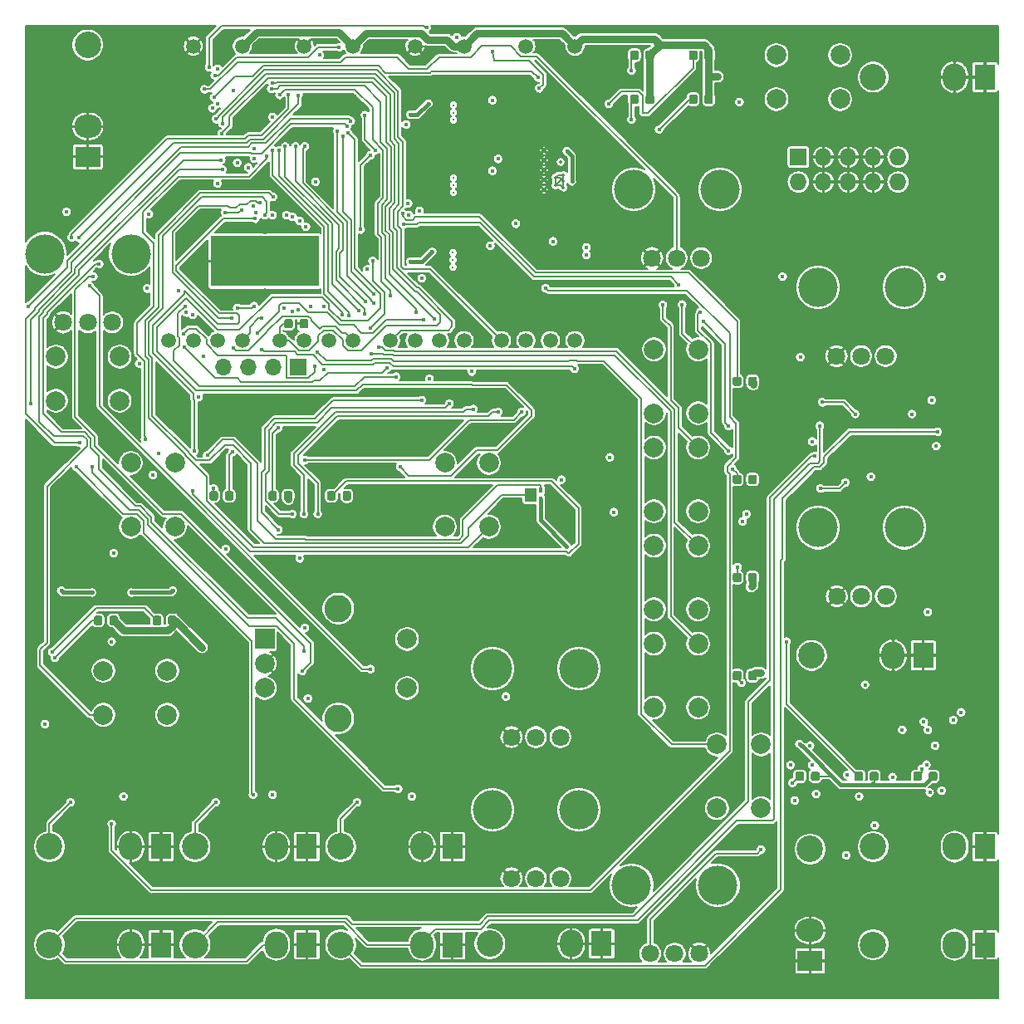
<source format=gtl>
G04 #@! TF.GenerationSoftware,KiCad,Pcbnew,(5.0.1-3-g963ef8bb5)*
G04 #@! TF.CreationDate,2019-03-22T14:36:55-04:00*
G04 #@! TF.ProjectId,EuroSID,4575726F5349442E6B696361645F7063,rev?*
G04 #@! TF.SameCoordinates,Original*
G04 #@! TF.FileFunction,Copper,L1,Top,Signal*
G04 #@! TF.FilePolarity,Positive*
%FSLAX46Y46*%
G04 Gerber Fmt 4.6, Leading zero omitted, Abs format (unit mm)*
G04 Created by KiCad (PCBNEW (5.0.1-3-g963ef8bb5)) date Friday, March 22, 2019 at 02:36:55 PM*
%MOMM*%
%LPD*%
G01*
G04 APERTURE LIST*
G04 #@! TA.AperFunction,ComponentPad*
%ADD10C,1.500000*%
G04 #@! TD*
G04 #@! TA.AperFunction,Conductor*
%ADD11R,11.000000X5.200000*%
G04 #@! TD*
G04 #@! TA.AperFunction,ViaPad*
%ADD12C,0.600000*%
G04 #@! TD*
G04 #@! TA.AperFunction,WasherPad*
%ADD13C,4.000000*%
G04 #@! TD*
G04 #@! TA.AperFunction,ComponentPad*
%ADD14C,1.800000*%
G04 #@! TD*
G04 #@! TA.AperFunction,ComponentPad*
%ADD15C,2.000000*%
G04 #@! TD*
G04 #@! TA.AperFunction,ComponentPad*
%ADD16C,2.800000*%
G04 #@! TD*
G04 #@! TA.AperFunction,ComponentPad*
%ADD17R,2.000000X2.000000*%
G04 #@! TD*
G04 #@! TA.AperFunction,ComponentPad*
%ADD18O,2.350000X2.800000*%
G04 #@! TD*
G04 #@! TA.AperFunction,ComponentPad*
%ADD19R,2.150000X2.600000*%
G04 #@! TD*
G04 #@! TA.AperFunction,ComponentPad*
%ADD20C,2.700000*%
G04 #@! TD*
G04 #@! TA.AperFunction,ComponentPad*
%ADD21O,2.800000X2.350000*%
G04 #@! TD*
G04 #@! TA.AperFunction,ComponentPad*
%ADD22R,2.600000X2.150000*%
G04 #@! TD*
G04 #@! TA.AperFunction,Conductor*
%ADD23C,0.100000*%
G04 #@! TD*
G04 #@! TA.AperFunction,SMDPad,CuDef*
%ADD24C,0.875000*%
G04 #@! TD*
G04 #@! TA.AperFunction,ComponentPad*
%ADD25C,0.320000*%
G04 #@! TD*
G04 #@! TA.AperFunction,ComponentPad*
%ADD26C,0.350000*%
G04 #@! TD*
G04 #@! TA.AperFunction,ComponentPad*
%ADD27R,1.727200X1.727200*%
G04 #@! TD*
G04 #@! TA.AperFunction,ComponentPad*
%ADD28O,1.727200X1.727200*%
G04 #@! TD*
G04 #@! TA.AperFunction,SMDPad,CuDef*
%ADD29R,0.380000X0.550000*%
G04 #@! TD*
G04 #@! TA.AperFunction,SMDPad,CuDef*
%ADD30R,1.200000X1.400000*%
G04 #@! TD*
G04 #@! TA.AperFunction,ComponentPad*
%ADD31R,1.700000X1.700000*%
G04 #@! TD*
G04 #@! TA.AperFunction,ComponentPad*
%ADD32O,1.700000X1.700000*%
G04 #@! TD*
G04 #@! TA.AperFunction,ViaPad*
%ADD33C,0.450000*%
G04 #@! TD*
G04 #@! TA.AperFunction,Conductor*
%ADD34C,0.200000*%
G04 #@! TD*
G04 #@! TA.AperFunction,Conductor*
%ADD35C,0.400000*%
G04 #@! TD*
G04 #@! TA.AperFunction,Conductor*
%ADD36C,0.750000*%
G04 #@! TD*
G04 APERTURE END LIST*
D10*
G04 #@! TO.P,RV5,B*
G04 #@! TO.N,+5V*
X123894900Y-50900000D03*
G04 #@! TO.P,RV5,E*
G04 #@! TO.N,Net-(RV5-PadE)*
X123894900Y-80900000D03*
G04 #@! TO.P,RV5,L*
G04 #@! TO.N,N/C*
X121394900Y-80900000D03*
G04 #@! TO.P,RV5,2*
G04 #@! TO.N,ATTACK*
X116394900Y-80900000D03*
G04 #@! TO.P,RV5,1*
G04 #@! TO.N,+3.3VA*
X118894900Y-80900000D03*
G04 #@! TO.P,RV5,3*
G04 #@! TO.N,GND*
X118894900Y-50900000D03*
G04 #@! TD*
G04 #@! TO.P,RV6,B*
G04 #@! TO.N,+5V*
X135194900Y-50900000D03*
G04 #@! TO.P,RV6,E*
G04 #@! TO.N,Net-(RV6-PadE)*
X135194900Y-80900000D03*
G04 #@! TO.P,RV6,L*
G04 #@! TO.N,N/C*
X132694900Y-80900000D03*
G04 #@! TO.P,RV6,2*
G04 #@! TO.N,DECAY*
X127694900Y-80900000D03*
G04 #@! TO.P,RV6,1*
G04 #@! TO.N,+3.3VA*
X130194900Y-80900000D03*
G04 #@! TO.P,RV6,3*
G04 #@! TO.N,GND*
X130194900Y-50900000D03*
G04 #@! TD*
G04 #@! TO.P,RV7,B*
G04 #@! TO.N,+5V*
X146494900Y-50900000D03*
G04 #@! TO.P,RV7,E*
G04 #@! TO.N,Net-(RV7-PadE)*
X146494900Y-80900000D03*
G04 #@! TO.P,RV7,L*
G04 #@! TO.N,N/C*
X143994900Y-80900000D03*
G04 #@! TO.P,RV7,2*
G04 #@! TO.N,SUSTAIN*
X138994900Y-80900000D03*
G04 #@! TO.P,RV7,1*
G04 #@! TO.N,+3.3VA*
X141494900Y-80900000D03*
G04 #@! TO.P,RV7,3*
G04 #@! TO.N,GND*
X141494900Y-50900000D03*
G04 #@! TD*
G04 #@! TO.P,RV8,B*
G04 #@! TO.N,+5V*
X157794900Y-50900000D03*
G04 #@! TO.P,RV8,E*
G04 #@! TO.N,Net-(RV8-PadE)*
X157794900Y-80900000D03*
G04 #@! TO.P,RV8,L*
G04 #@! TO.N,N/C*
X155294900Y-80900000D03*
G04 #@! TO.P,RV8,2*
G04 #@! TO.N,RELEASE*
X150294900Y-80900000D03*
G04 #@! TO.P,RV8,1*
G04 #@! TO.N,+3.3VA*
X152794900Y-80900000D03*
G04 #@! TO.P,RV8,3*
G04 #@! TO.N,GND*
X152794900Y-50900000D03*
G04 #@! TD*
D11*
G04 #@! TO.N,GND*
G04 #@! TO.C,U1*
X126170000Y-72800000D03*
D12*
X131370000Y-73550000D03*
X131370000Y-75050000D03*
X131370000Y-70550000D03*
X131370000Y-72050000D03*
X130070000Y-73550000D03*
X128770000Y-73550000D03*
X128770000Y-72050000D03*
X128770000Y-70550000D03*
X130070000Y-72050000D03*
X130070000Y-75050000D03*
X130070000Y-70550000D03*
X128770000Y-75050000D03*
X127470000Y-73550000D03*
X126170000Y-73550000D03*
X126170000Y-72050000D03*
X126170000Y-70550000D03*
X127470000Y-72050000D03*
X127470000Y-75050000D03*
X127470000Y-70550000D03*
X126170000Y-75050000D03*
X124870000Y-73550000D03*
X123570000Y-73550000D03*
X123570000Y-72050000D03*
X123570000Y-70550000D03*
X124870000Y-72050000D03*
X124870000Y-75050000D03*
X124870000Y-70550000D03*
X123570000Y-75050000D03*
X122270000Y-75050000D03*
X122270000Y-73550000D03*
X122270000Y-72050000D03*
X122270000Y-70550000D03*
X120970000Y-75050000D03*
X120970000Y-73550000D03*
X120970000Y-72050000D03*
X120970000Y-70550000D03*
G04 #@! TD*
D13*
G04 #@! TO.P,RV1,*
G04 #@! TO.N,*
X172570000Y-65500000D03*
X163770000Y-65500000D03*
D14*
G04 #@! TO.P,RV1,1*
G04 #@! TO.N,+3.3VA*
X170670000Y-72500000D03*
G04 #@! TO.P,RV1,2*
G04 #@! TO.N,RESONANCE*
X168170000Y-72500000D03*
G04 #@! TO.P,RV1,3*
G04 #@! TO.N,GND*
X165670000Y-72500000D03*
G04 #@! TD*
D13*
G04 #@! TO.P,RV2,*
G04 #@! TO.N,*
X158213600Y-114335100D03*
X149413600Y-114335100D03*
D14*
G04 #@! TO.P,RV2,1*
G04 #@! TO.N,+3.3VA*
X156313600Y-121335100D03*
G04 #@! TO.P,RV2,2*
G04 #@! TO.N,PWM*
X153813600Y-121335100D03*
G04 #@! TO.P,RV2,3*
G04 #@! TO.N,GND*
X151313600Y-121335100D03*
G04 #@! TD*
D13*
G04 #@! TO.P,RV3,*
G04 #@! TO.N,*
X191388300Y-99986400D03*
X182588300Y-99986400D03*
D14*
G04 #@! TO.P,RV3,1*
G04 #@! TO.N,+3.3VA*
X189488300Y-106986400D03*
G04 #@! TO.P,RV3,2*
G04 #@! TO.N,FREQ_ATTEN*
X186988300Y-106986400D03*
G04 #@! TO.P,RV3,3*
G04 #@! TO.N,GND*
X184488300Y-106986400D03*
G04 #@! TD*
D13*
G04 #@! TO.P,RV4,*
G04 #@! TO.N,*
X191370000Y-75500000D03*
X182570000Y-75500000D03*
D14*
G04 #@! TO.P,RV4,1*
G04 #@! TO.N,+3.3VA*
X189470000Y-82500000D03*
G04 #@! TO.P,RV4,2*
G04 #@! TO.N,CUTOFF*
X186970000Y-82500000D03*
G04 #@! TO.P,RV4,3*
G04 #@! TO.N,GND*
X184470000Y-82500000D03*
G04 #@! TD*
D13*
G04 #@! TO.P,RV9,*
G04 #@! TO.N,*
X172369300Y-136418100D03*
X163569300Y-136418100D03*
D14*
G04 #@! TO.P,RV9,1*
G04 #@! TO.N,GND*
X170469300Y-143418100D03*
G04 #@! TO.P,RV9,2*
G04 #@! TO.N,SID1_EXT*
X167969300Y-143418100D03*
G04 #@! TO.P,RV9,3*
G04 #@! TO.N,Net-(R40-Pad1)*
X165469300Y-143418100D03*
G04 #@! TD*
D13*
G04 #@! TO.P,RV10,*
G04 #@! TO.N,*
X112529600Y-72066500D03*
X103729600Y-72066500D03*
D14*
G04 #@! TO.P,RV10,1*
G04 #@! TO.N,+3.3VA*
X110629600Y-79066500D03*
G04 #@! TO.P,RV10,2*
G04 #@! TO.N,SET_ATTEN*
X108129600Y-79066500D03*
G04 #@! TO.P,RV10,3*
G04 #@! TO.N,GND*
X105629600Y-79066500D03*
G04 #@! TD*
D13*
G04 #@! TO.P,RV11,*
G04 #@! TO.N,*
X158213600Y-128735100D03*
X149413600Y-128735100D03*
D14*
G04 #@! TO.P,RV11,1*
G04 #@! TO.N,+3.3VA*
X156313600Y-135735100D03*
G04 #@! TO.P,RV11,2*
G04 #@! TO.N,PWM_ATTEN*
X153813600Y-135735100D03*
G04 #@! TO.P,RV11,3*
G04 #@! TO.N,GND*
X151313600Y-135735100D03*
G04 #@! TD*
D15*
G04 #@! TO.P,SW1,S2*
G04 #@! TO.N,+3V3*
X140675400Y-116335100D03*
G04 #@! TO.P,SW1,S1*
G04 #@! TO.N,Net-(R6-Pad1)*
X140675400Y-111335100D03*
D16*
G04 #@! TO.P,SW1,MP*
G04 #@! TO.N,N/C*
X133675400Y-119435100D03*
X133675400Y-108235100D03*
D15*
G04 #@! TO.P,SW1,B*
G04 #@! TO.N,Net-(R3-Pad1)*
X126175400Y-116335100D03*
G04 #@! TO.P,SW1,C*
G04 #@! TO.N,GND*
X126175400Y-113835100D03*
D17*
G04 #@! TO.P,SW1,A*
G04 #@! TO.N,Net-(R2-Pad1)*
X126175400Y-111335100D03*
G04 #@! TD*
D18*
G04 #@! TO.P,J1,TN*
G04 #@! TO.N,GND*
X127363600Y-132503300D03*
D19*
G04 #@! TO.P,J1,S*
X130463600Y-132503300D03*
D20*
G04 #@! TO.P,J1,T*
G04 #@! TO.N,Net-(J1-PadT)*
X119063600Y-132503300D03*
G04 #@! TD*
D18*
G04 #@! TO.P,J2,TN*
G04 #@! TO.N,GND*
X142213600Y-132503300D03*
D19*
G04 #@! TO.P,J2,S*
X145313600Y-132503300D03*
D20*
G04 #@! TO.P,J2,T*
G04 #@! TO.N,Net-(J2-PadT)*
X133913600Y-132503300D03*
G04 #@! TD*
D18*
G04 #@! TO.P,J3,TN*
G04 #@! TO.N,GND*
X112513600Y-132503300D03*
D19*
G04 #@! TO.P,J3,S*
X115613600Y-132503300D03*
D20*
G04 #@! TO.P,J3,T*
G04 #@! TO.N,Net-(J3-PadT)*
X104213600Y-132503300D03*
G04 #@! TD*
D18*
G04 #@! TO.P,J4,TN*
G04 #@! TO.N,N/C*
X196497400Y-142503300D03*
D19*
G04 #@! TO.P,J4,S*
G04 #@! TO.N,GND*
X199597400Y-142503300D03*
D20*
G04 #@! TO.P,J4,T*
G04 #@! TO.N,Net-(J4-PadT)*
X188197400Y-142503300D03*
G04 #@! TD*
D18*
G04 #@! TO.P,J5,TN*
G04 #@! TO.N,GND*
X190220000Y-113000000D03*
D19*
G04 #@! TO.P,J5,S*
X193320000Y-113000000D03*
D20*
G04 #@! TO.P,J5,T*
G04 #@! TO.N,Net-(J5-PadT)*
X181920000Y-113000000D03*
G04 #@! TD*
D18*
G04 #@! TO.P,J6,TN*
G04 #@! TO.N,GND*
X196497400Y-54063000D03*
D19*
G04 #@! TO.P,J6,S*
X199597400Y-54063000D03*
D20*
G04 #@! TO.P,J6,T*
G04 #@! TO.N,Net-(J6-PadT)*
X188197400Y-54063000D03*
G04 #@! TD*
D21*
G04 #@! TO.P,J7,TN*
G04 #@! TO.N,GND*
X108129600Y-59075000D03*
D22*
G04 #@! TO.P,J7,S*
X108129600Y-62175000D03*
D20*
G04 #@! TO.P,J7,T*
G04 #@! TO.N,Net-(J7-PadT)*
X108129600Y-50775000D03*
G04 #@! TD*
D18*
G04 #@! TO.P,J8,TN*
G04 #@! TO.N,N/C*
X196497400Y-132503300D03*
D19*
G04 #@! TO.P,J8,S*
G04 #@! TO.N,GND*
X199597400Y-132503300D03*
D20*
G04 #@! TO.P,J8,T*
G04 #@! TO.N,Net-(J8-PadT)*
X188197400Y-132503300D03*
G04 #@! TD*
D18*
G04 #@! TO.P,J9,TN*
G04 #@! TO.N,GND*
X112513600Y-142503300D03*
D19*
G04 #@! TO.P,J9,S*
X115613600Y-142503300D03*
D20*
G04 #@! TO.P,J9,T*
G04 #@! TO.N,Net-(J10-PadTN)*
X104213600Y-142503300D03*
G04 #@! TD*
D18*
G04 #@! TO.P,J10,TN*
G04 #@! TO.N,Net-(J10-PadTN)*
X127363600Y-142503300D03*
D19*
G04 #@! TO.P,J10,S*
G04 #@! TO.N,GND*
X130463600Y-142503300D03*
D20*
G04 #@! TO.P,J10,T*
G04 #@! TO.N,Net-(J10-PadT)*
X119063600Y-142503300D03*
G04 #@! TD*
D18*
G04 #@! TO.P,J11,TN*
G04 #@! TO.N,Net-(J10-PadT)*
X142213600Y-142503300D03*
D19*
G04 #@! TO.P,J11,S*
G04 #@! TO.N,GND*
X145313600Y-142503300D03*
D20*
G04 #@! TO.P,J11,T*
G04 #@! TO.N,Net-(J11-PadT)*
X133913600Y-142503300D03*
G04 #@! TD*
D18*
G04 #@! TO.P,J12,TN*
G04 #@! TO.N,GND*
X157420000Y-142400000D03*
D19*
G04 #@! TO.P,J12,S*
X160520000Y-142400000D03*
D20*
G04 #@! TO.P,J12,T*
G04 #@! TO.N,Net-(J12-PadT)*
X149120000Y-142400000D03*
G04 #@! TD*
D21*
G04 #@! TO.P,J13,TN*
G04 #@! TO.N,GND*
X181770000Y-141050000D03*
D22*
G04 #@! TO.P,J13,S*
X181770000Y-144150000D03*
D20*
G04 #@! TO.P,J13,T*
G04 #@! TO.N,Net-(J13-PadT)*
X181770000Y-132750000D03*
G04 #@! TD*
D23*
G04 #@! TO.N,GND*
G04 #@! TO.C,C17*
G36*
X130410191Y-78726053D02*
X130431426Y-78729203D01*
X130452250Y-78734419D01*
X130472462Y-78741651D01*
X130491868Y-78750830D01*
X130510281Y-78761866D01*
X130527524Y-78774654D01*
X130543430Y-78789070D01*
X130557846Y-78804976D01*
X130570634Y-78822219D01*
X130581670Y-78840632D01*
X130590849Y-78860038D01*
X130598081Y-78880250D01*
X130603297Y-78901074D01*
X130606447Y-78922309D01*
X130607500Y-78943750D01*
X130607500Y-79456250D01*
X130606447Y-79477691D01*
X130603297Y-79498926D01*
X130598081Y-79519750D01*
X130590849Y-79539962D01*
X130581670Y-79559368D01*
X130570634Y-79577781D01*
X130557846Y-79595024D01*
X130543430Y-79610930D01*
X130527524Y-79625346D01*
X130510281Y-79638134D01*
X130491868Y-79649170D01*
X130472462Y-79658349D01*
X130452250Y-79665581D01*
X130431426Y-79670797D01*
X130410191Y-79673947D01*
X130388750Y-79675000D01*
X129951250Y-79675000D01*
X129929809Y-79673947D01*
X129908574Y-79670797D01*
X129887750Y-79665581D01*
X129867538Y-79658349D01*
X129848132Y-79649170D01*
X129829719Y-79638134D01*
X129812476Y-79625346D01*
X129796570Y-79610930D01*
X129782154Y-79595024D01*
X129769366Y-79577781D01*
X129758330Y-79559368D01*
X129749151Y-79539962D01*
X129741919Y-79519750D01*
X129736703Y-79498926D01*
X129733553Y-79477691D01*
X129732500Y-79456250D01*
X129732500Y-78943750D01*
X129733553Y-78922309D01*
X129736703Y-78901074D01*
X129741919Y-78880250D01*
X129749151Y-78860038D01*
X129758330Y-78840632D01*
X129769366Y-78822219D01*
X129782154Y-78804976D01*
X129796570Y-78789070D01*
X129812476Y-78774654D01*
X129829719Y-78761866D01*
X129848132Y-78750830D01*
X129867538Y-78741651D01*
X129887750Y-78734419D01*
X129908574Y-78729203D01*
X129929809Y-78726053D01*
X129951250Y-78725000D01*
X130388750Y-78725000D01*
X130410191Y-78726053D01*
X130410191Y-78726053D01*
G37*
D24*
G04 #@! TD*
G04 #@! TO.P,C17,2*
G04 #@! TO.N,GND*
X130170000Y-79200000D03*
D23*
G04 #@! TO.N,DECAY*
G04 #@! TO.C,C17*
G36*
X128835191Y-78726053D02*
X128856426Y-78729203D01*
X128877250Y-78734419D01*
X128897462Y-78741651D01*
X128916868Y-78750830D01*
X128935281Y-78761866D01*
X128952524Y-78774654D01*
X128968430Y-78789070D01*
X128982846Y-78804976D01*
X128995634Y-78822219D01*
X129006670Y-78840632D01*
X129015849Y-78860038D01*
X129023081Y-78880250D01*
X129028297Y-78901074D01*
X129031447Y-78922309D01*
X129032500Y-78943750D01*
X129032500Y-79456250D01*
X129031447Y-79477691D01*
X129028297Y-79498926D01*
X129023081Y-79519750D01*
X129015849Y-79539962D01*
X129006670Y-79559368D01*
X128995634Y-79577781D01*
X128982846Y-79595024D01*
X128968430Y-79610930D01*
X128952524Y-79625346D01*
X128935281Y-79638134D01*
X128916868Y-79649170D01*
X128897462Y-79658349D01*
X128877250Y-79665581D01*
X128856426Y-79670797D01*
X128835191Y-79673947D01*
X128813750Y-79675000D01*
X128376250Y-79675000D01*
X128354809Y-79673947D01*
X128333574Y-79670797D01*
X128312750Y-79665581D01*
X128292538Y-79658349D01*
X128273132Y-79649170D01*
X128254719Y-79638134D01*
X128237476Y-79625346D01*
X128221570Y-79610930D01*
X128207154Y-79595024D01*
X128194366Y-79577781D01*
X128183330Y-79559368D01*
X128174151Y-79539962D01*
X128166919Y-79519750D01*
X128161703Y-79498926D01*
X128158553Y-79477691D01*
X128157500Y-79456250D01*
X128157500Y-78943750D01*
X128158553Y-78922309D01*
X128161703Y-78901074D01*
X128166919Y-78880250D01*
X128174151Y-78860038D01*
X128183330Y-78840632D01*
X128194366Y-78822219D01*
X128207154Y-78804976D01*
X128221570Y-78789070D01*
X128237476Y-78774654D01*
X128254719Y-78761866D01*
X128273132Y-78750830D01*
X128292538Y-78741651D01*
X128312750Y-78734419D01*
X128333574Y-78729203D01*
X128354809Y-78726053D01*
X128376250Y-78725000D01*
X128813750Y-78725000D01*
X128835191Y-78726053D01*
X128835191Y-78726053D01*
G37*
D24*
G04 #@! TD*
G04 #@! TO.P,C17,1*
G04 #@! TO.N,DECAY*
X128595000Y-79200000D03*
D15*
G04 #@! TO.P,SW2,1*
G04 #@! TO.N,+3V3*
X116220600Y-114575100D03*
G04 #@! TO.P,SW2,2*
G04 #@! TO.N,MOD_SW*
X116220600Y-119075100D03*
G04 #@! TO.P,SW2,1*
G04 #@! TO.N,+3V3*
X109720600Y-114575100D03*
G04 #@! TO.P,SW2,2*
G04 #@! TO.N,MOD_SW*
X109720600Y-119075100D03*
G04 #@! TD*
G04 #@! TO.P,SW3,1*
G04 #@! TO.N,+3V3*
X165856600Y-81817000D03*
G04 #@! TO.P,SW3,2*
G04 #@! TO.N,FILTER1_SW*
X170356600Y-81817000D03*
G04 #@! TO.P,SW3,1*
G04 #@! TO.N,+3V3*
X165856600Y-88317000D03*
G04 #@! TO.P,SW3,2*
G04 #@! TO.N,FILTER1_SW*
X170356600Y-88317000D03*
G04 #@! TD*
G04 #@! TO.P,SW5,1*
G04 #@! TO.N,+3V3*
X117022300Y-99883700D03*
G04 #@! TO.P,SW5,2*
G04 #@! TO.N,VOICE_SW*
X112522300Y-99883700D03*
G04 #@! TO.P,SW5,1*
G04 #@! TO.N,+3V3*
X117022300Y-93383700D03*
G04 #@! TO.P,SW5,2*
G04 #@! TO.N,VOICE_SW*
X112522300Y-93383700D03*
G04 #@! TD*
G04 #@! TO.P,SW8,1*
G04 #@! TO.N,+3V3*
X144530600Y-93383700D03*
G04 #@! TO.P,SW8,2*
G04 #@! TO.N,MODE_SW*
X149030600Y-93383700D03*
G04 #@! TO.P,SW8,1*
G04 #@! TO.N,+3V3*
X144530600Y-99883700D03*
G04 #@! TO.P,SW8,2*
G04 #@! TO.N,MODE_SW*
X149030600Y-99883700D03*
G04 #@! TD*
G04 #@! TO.P,SW9,1*
G04 #@! TO.N,+3V3*
X165856600Y-101817000D03*
G04 #@! TO.P,SW9,2*
G04 #@! TO.N,FILTER3_SW*
X170356600Y-101817000D03*
G04 #@! TO.P,SW9,1*
G04 #@! TO.N,+3V3*
X165856600Y-108317000D03*
G04 #@! TO.P,SW9,2*
G04 #@! TO.N,FILTER3_SW*
X170356600Y-108317000D03*
G04 #@! TD*
G04 #@! TO.P,SW10,1*
G04 #@! TO.N,+3V3*
X111379600Y-82547700D03*
G04 #@! TO.P,SW10,2*
G04 #@! TO.N,SET_SW*
X111379600Y-87047700D03*
G04 #@! TO.P,SW10,1*
G04 #@! TO.N,+3V3*
X104879600Y-82547700D03*
G04 #@! TO.P,SW10,2*
G04 #@! TO.N,SET_SW*
X104879600Y-87047700D03*
G04 #@! TD*
G04 #@! TO.P,SW6,1*
G04 #@! TO.N,+3V3*
X165856600Y-91817000D03*
G04 #@! TO.P,SW6,2*
G04 #@! TO.N,FILTER2_SW*
X170356600Y-91817000D03*
G04 #@! TO.P,SW6,1*
G04 #@! TO.N,+3V3*
X165856600Y-98317000D03*
G04 #@! TO.P,SW6,2*
G04 #@! TO.N,FILTER2_SW*
X170356600Y-98317000D03*
G04 #@! TD*
G04 #@! TO.P,SW13,1*
G04 #@! TO.N,+3V3*
X184840800Y-51803000D03*
G04 #@! TO.P,SW13,2*
G04 #@! TO.N,SHAPE_SW*
X184840800Y-56303000D03*
G04 #@! TO.P,SW13,1*
G04 #@! TO.N,+3V3*
X178340800Y-51803000D03*
G04 #@! TO.P,SW13,2*
G04 #@! TO.N,SHAPE_SW*
X178340800Y-56303000D03*
G04 #@! TD*
G04 #@! TO.P,SW11,1*
G04 #@! TO.N,+3V3*
X176770500Y-128581500D03*
G04 #@! TO.P,SW11,2*
G04 #@! TO.N,FILTER_SW*
X172270500Y-128581500D03*
G04 #@! TO.P,SW11,1*
G04 #@! TO.N,+3V3*
X176770500Y-122081500D03*
G04 #@! TO.P,SW11,2*
G04 #@! TO.N,FILTER_SW*
X172270500Y-122081500D03*
G04 #@! TD*
G04 #@! TO.P,SW12,1*
G04 #@! TO.N,+3V3*
X165856600Y-111817000D03*
G04 #@! TO.P,SW12,2*
G04 #@! TO.N,FILTEREXT_SW*
X170356600Y-111817000D03*
G04 #@! TO.P,SW12,1*
G04 #@! TO.N,+3V3*
X165856600Y-118317000D03*
G04 #@! TO.P,SW12,2*
G04 #@! TO.N,FILTEREXT_SW*
X170356600Y-118317000D03*
G04 #@! TD*
D25*
G04 #@! TO.P,U9,V3*
G04 #@! TO.N,N/C*
X145411303Y-65818648D03*
G04 #@! TO.P,U9,V2*
X145411303Y-65068648D03*
G04 #@! TO.P,U9,V1*
X145411303Y-64318648D03*
G04 #@! TD*
G04 #@! TO.P,U10,V1*
G04 #@! TO.N,N/C*
X145411303Y-56918648D03*
G04 #@! TO.P,U10,V2*
X145411303Y-57668648D03*
G04 #@! TO.P,U10,V3*
X145411303Y-58418648D03*
G04 #@! TD*
G04 #@! TO.P,U11,V3*
G04 #@! TO.N,N/C*
X145361303Y-73443648D03*
G04 #@! TO.P,U11,V2*
X145361303Y-72693648D03*
G04 #@! TO.P,U11,V1*
X145361303Y-71943648D03*
G04 #@! TD*
D26*
G04 #@! TO.P,U12,GND1*
G04 #@! TO.N,GND*
X154638648Y-61528697D03*
G04 #@! TO.P,U12,GND2*
X154638648Y-62528697D03*
G04 #@! TO.P,U12,GND3*
X154638648Y-63528697D03*
G04 #@! TO.P,U12,GND4*
X154638648Y-64528697D03*
G04 #@! TO.P,U12,GND5*
X154638648Y-65528697D03*
G04 #@! TO.P,U12,VIN*
G04 #@! TO.N,+12V*
X156338648Y-62708697D03*
G04 #@! TO.P,U12,VOUT1*
G04 #@! TO.N,+9V*
X156618648Y-64033697D03*
G04 #@! TO.P,U12,VOUT3*
X156618648Y-64683697D03*
G04 #@! TO.P,U12,VOUT5*
X156618648Y-65333697D03*
G04 #@! TO.P,U12,VOUT2*
X155798648Y-64278697D03*
G04 #@! TO.P,U12,VOUT4*
X155798648Y-65088697D03*
G04 #@! TD*
D23*
G04 #@! TO.N,+5V*
G04 #@! TO.C,D1*
G36*
X122789991Y-96259753D02*
X122811226Y-96262903D01*
X122832050Y-96268119D01*
X122852262Y-96275351D01*
X122871668Y-96284530D01*
X122890081Y-96295566D01*
X122907324Y-96308354D01*
X122923230Y-96322770D01*
X122937646Y-96338676D01*
X122950434Y-96355919D01*
X122961470Y-96374332D01*
X122970649Y-96393738D01*
X122977881Y-96413950D01*
X122983097Y-96434774D01*
X122986247Y-96456009D01*
X122987300Y-96477450D01*
X122987300Y-96989950D01*
X122986247Y-97011391D01*
X122983097Y-97032626D01*
X122977881Y-97053450D01*
X122970649Y-97073662D01*
X122961470Y-97093068D01*
X122950434Y-97111481D01*
X122937646Y-97128724D01*
X122923230Y-97144630D01*
X122907324Y-97159046D01*
X122890081Y-97171834D01*
X122871668Y-97182870D01*
X122852262Y-97192049D01*
X122832050Y-97199281D01*
X122811226Y-97204497D01*
X122789991Y-97207647D01*
X122768550Y-97208700D01*
X122331050Y-97208700D01*
X122309609Y-97207647D01*
X122288374Y-97204497D01*
X122267550Y-97199281D01*
X122247338Y-97192049D01*
X122227932Y-97182870D01*
X122209519Y-97171834D01*
X122192276Y-97159046D01*
X122176370Y-97144630D01*
X122161954Y-97128724D01*
X122149166Y-97111481D01*
X122138130Y-97093068D01*
X122128951Y-97073662D01*
X122121719Y-97053450D01*
X122116503Y-97032626D01*
X122113353Y-97011391D01*
X122112300Y-96989950D01*
X122112300Y-96477450D01*
X122113353Y-96456009D01*
X122116503Y-96434774D01*
X122121719Y-96413950D01*
X122128951Y-96393738D01*
X122138130Y-96374332D01*
X122149166Y-96355919D01*
X122161954Y-96338676D01*
X122176370Y-96322770D01*
X122192276Y-96308354D01*
X122209519Y-96295566D01*
X122227932Y-96284530D01*
X122247338Y-96275351D01*
X122267550Y-96268119D01*
X122288374Y-96262903D01*
X122309609Y-96259753D01*
X122331050Y-96258700D01*
X122768550Y-96258700D01*
X122789991Y-96259753D01*
X122789991Y-96259753D01*
G37*
D24*
G04 #@! TD*
G04 #@! TO.P,D1,2*
G04 #@! TO.N,+5V*
X122549800Y-96733700D03*
D23*
G04 #@! TO.N,Net-(D1-Pad1)*
G04 #@! TO.C,D1*
G36*
X121214991Y-96259753D02*
X121236226Y-96262903D01*
X121257050Y-96268119D01*
X121277262Y-96275351D01*
X121296668Y-96284530D01*
X121315081Y-96295566D01*
X121332324Y-96308354D01*
X121348230Y-96322770D01*
X121362646Y-96338676D01*
X121375434Y-96355919D01*
X121386470Y-96374332D01*
X121395649Y-96393738D01*
X121402881Y-96413950D01*
X121408097Y-96434774D01*
X121411247Y-96456009D01*
X121412300Y-96477450D01*
X121412300Y-96989950D01*
X121411247Y-97011391D01*
X121408097Y-97032626D01*
X121402881Y-97053450D01*
X121395649Y-97073662D01*
X121386470Y-97093068D01*
X121375434Y-97111481D01*
X121362646Y-97128724D01*
X121348230Y-97144630D01*
X121332324Y-97159046D01*
X121315081Y-97171834D01*
X121296668Y-97182870D01*
X121277262Y-97192049D01*
X121257050Y-97199281D01*
X121236226Y-97204497D01*
X121214991Y-97207647D01*
X121193550Y-97208700D01*
X120756050Y-97208700D01*
X120734609Y-97207647D01*
X120713374Y-97204497D01*
X120692550Y-97199281D01*
X120672338Y-97192049D01*
X120652932Y-97182870D01*
X120634519Y-97171834D01*
X120617276Y-97159046D01*
X120601370Y-97144630D01*
X120586954Y-97128724D01*
X120574166Y-97111481D01*
X120563130Y-97093068D01*
X120553951Y-97073662D01*
X120546719Y-97053450D01*
X120541503Y-97032626D01*
X120538353Y-97011391D01*
X120537300Y-96989950D01*
X120537300Y-96477450D01*
X120538353Y-96456009D01*
X120541503Y-96434774D01*
X120546719Y-96413950D01*
X120553951Y-96393738D01*
X120563130Y-96374332D01*
X120574166Y-96355919D01*
X120586954Y-96338676D01*
X120601370Y-96322770D01*
X120617276Y-96308354D01*
X120634519Y-96295566D01*
X120652932Y-96284530D01*
X120672338Y-96275351D01*
X120692550Y-96268119D01*
X120713374Y-96262903D01*
X120734609Y-96259753D01*
X120756050Y-96258700D01*
X121193550Y-96258700D01*
X121214991Y-96259753D01*
X121214991Y-96259753D01*
G37*
D24*
G04 #@! TD*
G04 #@! TO.P,D1,1*
G04 #@! TO.N,Net-(D1-Pad1)*
X120974800Y-96733700D03*
D23*
G04 #@! TO.N,+5V*
G04 #@! TO.C,D2*
G36*
X176144291Y-94593053D02*
X176165526Y-94596203D01*
X176186350Y-94601419D01*
X176206562Y-94608651D01*
X176225968Y-94617830D01*
X176244381Y-94628866D01*
X176261624Y-94641654D01*
X176277530Y-94656070D01*
X176291946Y-94671976D01*
X176304734Y-94689219D01*
X176315770Y-94707632D01*
X176324949Y-94727038D01*
X176332181Y-94747250D01*
X176337397Y-94768074D01*
X176340547Y-94789309D01*
X176341600Y-94810750D01*
X176341600Y-95323250D01*
X176340547Y-95344691D01*
X176337397Y-95365926D01*
X176332181Y-95386750D01*
X176324949Y-95406962D01*
X176315770Y-95426368D01*
X176304734Y-95444781D01*
X176291946Y-95462024D01*
X176277530Y-95477930D01*
X176261624Y-95492346D01*
X176244381Y-95505134D01*
X176225968Y-95516170D01*
X176206562Y-95525349D01*
X176186350Y-95532581D01*
X176165526Y-95537797D01*
X176144291Y-95540947D01*
X176122850Y-95542000D01*
X175685350Y-95542000D01*
X175663909Y-95540947D01*
X175642674Y-95537797D01*
X175621850Y-95532581D01*
X175601638Y-95525349D01*
X175582232Y-95516170D01*
X175563819Y-95505134D01*
X175546576Y-95492346D01*
X175530670Y-95477930D01*
X175516254Y-95462024D01*
X175503466Y-95444781D01*
X175492430Y-95426368D01*
X175483251Y-95406962D01*
X175476019Y-95386750D01*
X175470803Y-95365926D01*
X175467653Y-95344691D01*
X175466600Y-95323250D01*
X175466600Y-94810750D01*
X175467653Y-94789309D01*
X175470803Y-94768074D01*
X175476019Y-94747250D01*
X175483251Y-94727038D01*
X175492430Y-94707632D01*
X175503466Y-94689219D01*
X175516254Y-94671976D01*
X175530670Y-94656070D01*
X175546576Y-94641654D01*
X175563819Y-94628866D01*
X175582232Y-94617830D01*
X175601638Y-94608651D01*
X175621850Y-94601419D01*
X175642674Y-94596203D01*
X175663909Y-94593053D01*
X175685350Y-94592000D01*
X176122850Y-94592000D01*
X176144291Y-94593053D01*
X176144291Y-94593053D01*
G37*
D24*
G04 #@! TD*
G04 #@! TO.P,D2,2*
G04 #@! TO.N,+5V*
X175904100Y-95067000D03*
D23*
G04 #@! TO.N,Net-(D2-Pad1)*
G04 #@! TO.C,D2*
G36*
X174569291Y-94593053D02*
X174590526Y-94596203D01*
X174611350Y-94601419D01*
X174631562Y-94608651D01*
X174650968Y-94617830D01*
X174669381Y-94628866D01*
X174686624Y-94641654D01*
X174702530Y-94656070D01*
X174716946Y-94671976D01*
X174729734Y-94689219D01*
X174740770Y-94707632D01*
X174749949Y-94727038D01*
X174757181Y-94747250D01*
X174762397Y-94768074D01*
X174765547Y-94789309D01*
X174766600Y-94810750D01*
X174766600Y-95323250D01*
X174765547Y-95344691D01*
X174762397Y-95365926D01*
X174757181Y-95386750D01*
X174749949Y-95406962D01*
X174740770Y-95426368D01*
X174729734Y-95444781D01*
X174716946Y-95462024D01*
X174702530Y-95477930D01*
X174686624Y-95492346D01*
X174669381Y-95505134D01*
X174650968Y-95516170D01*
X174631562Y-95525349D01*
X174611350Y-95532581D01*
X174590526Y-95537797D01*
X174569291Y-95540947D01*
X174547850Y-95542000D01*
X174110350Y-95542000D01*
X174088909Y-95540947D01*
X174067674Y-95537797D01*
X174046850Y-95532581D01*
X174026638Y-95525349D01*
X174007232Y-95516170D01*
X173988819Y-95505134D01*
X173971576Y-95492346D01*
X173955670Y-95477930D01*
X173941254Y-95462024D01*
X173928466Y-95444781D01*
X173917430Y-95426368D01*
X173908251Y-95406962D01*
X173901019Y-95386750D01*
X173895803Y-95365926D01*
X173892653Y-95344691D01*
X173891600Y-95323250D01*
X173891600Y-94810750D01*
X173892653Y-94789309D01*
X173895803Y-94768074D01*
X173901019Y-94747250D01*
X173908251Y-94727038D01*
X173917430Y-94707632D01*
X173928466Y-94689219D01*
X173941254Y-94671976D01*
X173955670Y-94656070D01*
X173971576Y-94641654D01*
X173988819Y-94628866D01*
X174007232Y-94617830D01*
X174026638Y-94608651D01*
X174046850Y-94601419D01*
X174067674Y-94596203D01*
X174088909Y-94593053D01*
X174110350Y-94592000D01*
X174547850Y-94592000D01*
X174569291Y-94593053D01*
X174569291Y-94593053D01*
G37*
D24*
G04 #@! TD*
G04 #@! TO.P,D2,1*
G04 #@! TO.N,Net-(D2-Pad1)*
X174329100Y-95067000D03*
D23*
G04 #@! TO.N,+5V*
G04 #@! TO.C,D3*
G36*
X194538191Y-124857553D02*
X194559426Y-124860703D01*
X194580250Y-124865919D01*
X194600462Y-124873151D01*
X194619868Y-124882330D01*
X194638281Y-124893366D01*
X194655524Y-124906154D01*
X194671430Y-124920570D01*
X194685846Y-124936476D01*
X194698634Y-124953719D01*
X194709670Y-124972132D01*
X194718849Y-124991538D01*
X194726081Y-125011750D01*
X194731297Y-125032574D01*
X194734447Y-125053809D01*
X194735500Y-125075250D01*
X194735500Y-125587750D01*
X194734447Y-125609191D01*
X194731297Y-125630426D01*
X194726081Y-125651250D01*
X194718849Y-125671462D01*
X194709670Y-125690868D01*
X194698634Y-125709281D01*
X194685846Y-125726524D01*
X194671430Y-125742430D01*
X194655524Y-125756846D01*
X194638281Y-125769634D01*
X194619868Y-125780670D01*
X194600462Y-125789849D01*
X194580250Y-125797081D01*
X194559426Y-125802297D01*
X194538191Y-125805447D01*
X194516750Y-125806500D01*
X194079250Y-125806500D01*
X194057809Y-125805447D01*
X194036574Y-125802297D01*
X194015750Y-125797081D01*
X193995538Y-125789849D01*
X193976132Y-125780670D01*
X193957719Y-125769634D01*
X193940476Y-125756846D01*
X193924570Y-125742430D01*
X193910154Y-125726524D01*
X193897366Y-125709281D01*
X193886330Y-125690868D01*
X193877151Y-125671462D01*
X193869919Y-125651250D01*
X193864703Y-125630426D01*
X193861553Y-125609191D01*
X193860500Y-125587750D01*
X193860500Y-125075250D01*
X193861553Y-125053809D01*
X193864703Y-125032574D01*
X193869919Y-125011750D01*
X193877151Y-124991538D01*
X193886330Y-124972132D01*
X193897366Y-124953719D01*
X193910154Y-124936476D01*
X193924570Y-124920570D01*
X193940476Y-124906154D01*
X193957719Y-124893366D01*
X193976132Y-124882330D01*
X193995538Y-124873151D01*
X194015750Y-124865919D01*
X194036574Y-124860703D01*
X194057809Y-124857553D01*
X194079250Y-124856500D01*
X194516750Y-124856500D01*
X194538191Y-124857553D01*
X194538191Y-124857553D01*
G37*
D24*
G04 #@! TD*
G04 #@! TO.P,D3,2*
G04 #@! TO.N,+5V*
X194298000Y-125331500D03*
D23*
G04 #@! TO.N,Net-(D3-Pad1)*
G04 #@! TO.C,D3*
G36*
X192963191Y-124857553D02*
X192984426Y-124860703D01*
X193005250Y-124865919D01*
X193025462Y-124873151D01*
X193044868Y-124882330D01*
X193063281Y-124893366D01*
X193080524Y-124906154D01*
X193096430Y-124920570D01*
X193110846Y-124936476D01*
X193123634Y-124953719D01*
X193134670Y-124972132D01*
X193143849Y-124991538D01*
X193151081Y-125011750D01*
X193156297Y-125032574D01*
X193159447Y-125053809D01*
X193160500Y-125075250D01*
X193160500Y-125587750D01*
X193159447Y-125609191D01*
X193156297Y-125630426D01*
X193151081Y-125651250D01*
X193143849Y-125671462D01*
X193134670Y-125690868D01*
X193123634Y-125709281D01*
X193110846Y-125726524D01*
X193096430Y-125742430D01*
X193080524Y-125756846D01*
X193063281Y-125769634D01*
X193044868Y-125780670D01*
X193025462Y-125789849D01*
X193005250Y-125797081D01*
X192984426Y-125802297D01*
X192963191Y-125805447D01*
X192941750Y-125806500D01*
X192504250Y-125806500D01*
X192482809Y-125805447D01*
X192461574Y-125802297D01*
X192440750Y-125797081D01*
X192420538Y-125789849D01*
X192401132Y-125780670D01*
X192382719Y-125769634D01*
X192365476Y-125756846D01*
X192349570Y-125742430D01*
X192335154Y-125726524D01*
X192322366Y-125709281D01*
X192311330Y-125690868D01*
X192302151Y-125671462D01*
X192294919Y-125651250D01*
X192289703Y-125630426D01*
X192286553Y-125609191D01*
X192285500Y-125587750D01*
X192285500Y-125075250D01*
X192286553Y-125053809D01*
X192289703Y-125032574D01*
X192294919Y-125011750D01*
X192302151Y-124991538D01*
X192311330Y-124972132D01*
X192322366Y-124953719D01*
X192335154Y-124936476D01*
X192349570Y-124920570D01*
X192365476Y-124906154D01*
X192382719Y-124893366D01*
X192401132Y-124882330D01*
X192420538Y-124873151D01*
X192440750Y-124865919D01*
X192461574Y-124860703D01*
X192482809Y-124857553D01*
X192504250Y-124856500D01*
X192941750Y-124856500D01*
X192963191Y-124857553D01*
X192963191Y-124857553D01*
G37*
D24*
G04 #@! TD*
G04 #@! TO.P,D3,1*
G04 #@! TO.N,Net-(D3-Pad1)*
X192723000Y-125331500D03*
D23*
G04 #@! TO.N,+5V*
G04 #@! TO.C,D4*
G36*
X165672291Y-51339053D02*
X165693526Y-51342203D01*
X165714350Y-51347419D01*
X165734562Y-51354651D01*
X165753968Y-51363830D01*
X165772381Y-51374866D01*
X165789624Y-51387654D01*
X165805530Y-51402070D01*
X165819946Y-51417976D01*
X165832734Y-51435219D01*
X165843770Y-51453632D01*
X165852949Y-51473038D01*
X165860181Y-51493250D01*
X165865397Y-51514074D01*
X165868547Y-51535309D01*
X165869600Y-51556750D01*
X165869600Y-52069250D01*
X165868547Y-52090691D01*
X165865397Y-52111926D01*
X165860181Y-52132750D01*
X165852949Y-52152962D01*
X165843770Y-52172368D01*
X165832734Y-52190781D01*
X165819946Y-52208024D01*
X165805530Y-52223930D01*
X165789624Y-52238346D01*
X165772381Y-52251134D01*
X165753968Y-52262170D01*
X165734562Y-52271349D01*
X165714350Y-52278581D01*
X165693526Y-52283797D01*
X165672291Y-52286947D01*
X165650850Y-52288000D01*
X165213350Y-52288000D01*
X165191909Y-52286947D01*
X165170674Y-52283797D01*
X165149850Y-52278581D01*
X165129638Y-52271349D01*
X165110232Y-52262170D01*
X165091819Y-52251134D01*
X165074576Y-52238346D01*
X165058670Y-52223930D01*
X165044254Y-52208024D01*
X165031466Y-52190781D01*
X165020430Y-52172368D01*
X165011251Y-52152962D01*
X165004019Y-52132750D01*
X164998803Y-52111926D01*
X164995653Y-52090691D01*
X164994600Y-52069250D01*
X164994600Y-51556750D01*
X164995653Y-51535309D01*
X164998803Y-51514074D01*
X165004019Y-51493250D01*
X165011251Y-51473038D01*
X165020430Y-51453632D01*
X165031466Y-51435219D01*
X165044254Y-51417976D01*
X165058670Y-51402070D01*
X165074576Y-51387654D01*
X165091819Y-51374866D01*
X165110232Y-51363830D01*
X165129638Y-51354651D01*
X165149850Y-51347419D01*
X165170674Y-51342203D01*
X165191909Y-51339053D01*
X165213350Y-51338000D01*
X165650850Y-51338000D01*
X165672291Y-51339053D01*
X165672291Y-51339053D01*
G37*
D24*
G04 #@! TD*
G04 #@! TO.P,D4,2*
G04 #@! TO.N,+5V*
X165432100Y-51813000D03*
D23*
G04 #@! TO.N,Net-(D4-Pad1)*
G04 #@! TO.C,D4*
G36*
X164097291Y-51339053D02*
X164118526Y-51342203D01*
X164139350Y-51347419D01*
X164159562Y-51354651D01*
X164178968Y-51363830D01*
X164197381Y-51374866D01*
X164214624Y-51387654D01*
X164230530Y-51402070D01*
X164244946Y-51417976D01*
X164257734Y-51435219D01*
X164268770Y-51453632D01*
X164277949Y-51473038D01*
X164285181Y-51493250D01*
X164290397Y-51514074D01*
X164293547Y-51535309D01*
X164294600Y-51556750D01*
X164294600Y-52069250D01*
X164293547Y-52090691D01*
X164290397Y-52111926D01*
X164285181Y-52132750D01*
X164277949Y-52152962D01*
X164268770Y-52172368D01*
X164257734Y-52190781D01*
X164244946Y-52208024D01*
X164230530Y-52223930D01*
X164214624Y-52238346D01*
X164197381Y-52251134D01*
X164178968Y-52262170D01*
X164159562Y-52271349D01*
X164139350Y-52278581D01*
X164118526Y-52283797D01*
X164097291Y-52286947D01*
X164075850Y-52288000D01*
X163638350Y-52288000D01*
X163616909Y-52286947D01*
X163595674Y-52283797D01*
X163574850Y-52278581D01*
X163554638Y-52271349D01*
X163535232Y-52262170D01*
X163516819Y-52251134D01*
X163499576Y-52238346D01*
X163483670Y-52223930D01*
X163469254Y-52208024D01*
X163456466Y-52190781D01*
X163445430Y-52172368D01*
X163436251Y-52152962D01*
X163429019Y-52132750D01*
X163423803Y-52111926D01*
X163420653Y-52090691D01*
X163419600Y-52069250D01*
X163419600Y-51556750D01*
X163420653Y-51535309D01*
X163423803Y-51514074D01*
X163429019Y-51493250D01*
X163436251Y-51473038D01*
X163445430Y-51453632D01*
X163456466Y-51435219D01*
X163469254Y-51417976D01*
X163483670Y-51402070D01*
X163499576Y-51387654D01*
X163516819Y-51374866D01*
X163535232Y-51363830D01*
X163554638Y-51354651D01*
X163574850Y-51347419D01*
X163595674Y-51342203D01*
X163616909Y-51339053D01*
X163638350Y-51338000D01*
X164075850Y-51338000D01*
X164097291Y-51339053D01*
X164097291Y-51339053D01*
G37*
D24*
G04 #@! TD*
G04 #@! TO.P,D4,1*
G04 #@! TO.N,Net-(D4-Pad1)*
X163857100Y-51813000D03*
D23*
G04 #@! TO.N,Net-(D6-Pad1)*
G04 #@! TO.C,D6*
G36*
X127214991Y-96259753D02*
X127236226Y-96262903D01*
X127257050Y-96268119D01*
X127277262Y-96275351D01*
X127296668Y-96284530D01*
X127315081Y-96295566D01*
X127332324Y-96308354D01*
X127348230Y-96322770D01*
X127362646Y-96338676D01*
X127375434Y-96355919D01*
X127386470Y-96374332D01*
X127395649Y-96393738D01*
X127402881Y-96413950D01*
X127408097Y-96434774D01*
X127411247Y-96456009D01*
X127412300Y-96477450D01*
X127412300Y-96989950D01*
X127411247Y-97011391D01*
X127408097Y-97032626D01*
X127402881Y-97053450D01*
X127395649Y-97073662D01*
X127386470Y-97093068D01*
X127375434Y-97111481D01*
X127362646Y-97128724D01*
X127348230Y-97144630D01*
X127332324Y-97159046D01*
X127315081Y-97171834D01*
X127296668Y-97182870D01*
X127277262Y-97192049D01*
X127257050Y-97199281D01*
X127236226Y-97204497D01*
X127214991Y-97207647D01*
X127193550Y-97208700D01*
X126756050Y-97208700D01*
X126734609Y-97207647D01*
X126713374Y-97204497D01*
X126692550Y-97199281D01*
X126672338Y-97192049D01*
X126652932Y-97182870D01*
X126634519Y-97171834D01*
X126617276Y-97159046D01*
X126601370Y-97144630D01*
X126586954Y-97128724D01*
X126574166Y-97111481D01*
X126563130Y-97093068D01*
X126553951Y-97073662D01*
X126546719Y-97053450D01*
X126541503Y-97032626D01*
X126538353Y-97011391D01*
X126537300Y-96989950D01*
X126537300Y-96477450D01*
X126538353Y-96456009D01*
X126541503Y-96434774D01*
X126546719Y-96413950D01*
X126553951Y-96393738D01*
X126563130Y-96374332D01*
X126574166Y-96355919D01*
X126586954Y-96338676D01*
X126601370Y-96322770D01*
X126617276Y-96308354D01*
X126634519Y-96295566D01*
X126652932Y-96284530D01*
X126672338Y-96275351D01*
X126692550Y-96268119D01*
X126713374Y-96262903D01*
X126734609Y-96259753D01*
X126756050Y-96258700D01*
X127193550Y-96258700D01*
X127214991Y-96259753D01*
X127214991Y-96259753D01*
G37*
D24*
G04 #@! TD*
G04 #@! TO.P,D6,1*
G04 #@! TO.N,Net-(D6-Pad1)*
X126974800Y-96733700D03*
D23*
G04 #@! TO.N,+5V*
G04 #@! TO.C,D6*
G36*
X128789991Y-96259753D02*
X128811226Y-96262903D01*
X128832050Y-96268119D01*
X128852262Y-96275351D01*
X128871668Y-96284530D01*
X128890081Y-96295566D01*
X128907324Y-96308354D01*
X128923230Y-96322770D01*
X128937646Y-96338676D01*
X128950434Y-96355919D01*
X128961470Y-96374332D01*
X128970649Y-96393738D01*
X128977881Y-96413950D01*
X128983097Y-96434774D01*
X128986247Y-96456009D01*
X128987300Y-96477450D01*
X128987300Y-96989950D01*
X128986247Y-97011391D01*
X128983097Y-97032626D01*
X128977881Y-97053450D01*
X128970649Y-97073662D01*
X128961470Y-97093068D01*
X128950434Y-97111481D01*
X128937646Y-97128724D01*
X128923230Y-97144630D01*
X128907324Y-97159046D01*
X128890081Y-97171834D01*
X128871668Y-97182870D01*
X128852262Y-97192049D01*
X128832050Y-97199281D01*
X128811226Y-97204497D01*
X128789991Y-97207647D01*
X128768550Y-97208700D01*
X128331050Y-97208700D01*
X128309609Y-97207647D01*
X128288374Y-97204497D01*
X128267550Y-97199281D01*
X128247338Y-97192049D01*
X128227932Y-97182870D01*
X128209519Y-97171834D01*
X128192276Y-97159046D01*
X128176370Y-97144630D01*
X128161954Y-97128724D01*
X128149166Y-97111481D01*
X128138130Y-97093068D01*
X128128951Y-97073662D01*
X128121719Y-97053450D01*
X128116503Y-97032626D01*
X128113353Y-97011391D01*
X128112300Y-96989950D01*
X128112300Y-96477450D01*
X128113353Y-96456009D01*
X128116503Y-96434774D01*
X128121719Y-96413950D01*
X128128951Y-96393738D01*
X128138130Y-96374332D01*
X128149166Y-96355919D01*
X128161954Y-96338676D01*
X128176370Y-96322770D01*
X128192276Y-96308354D01*
X128209519Y-96295566D01*
X128227932Y-96284530D01*
X128247338Y-96275351D01*
X128267550Y-96268119D01*
X128288374Y-96262903D01*
X128309609Y-96259753D01*
X128331050Y-96258700D01*
X128768550Y-96258700D01*
X128789991Y-96259753D01*
X128789991Y-96259753D01*
G37*
D24*
G04 #@! TD*
G04 #@! TO.P,D6,2*
G04 #@! TO.N,+5V*
X128549800Y-96733700D03*
D23*
G04 #@! TO.N,Net-(D8-Pad1)*
G04 #@! TO.C,D8*
G36*
X174569291Y-104593053D02*
X174590526Y-104596203D01*
X174611350Y-104601419D01*
X174631562Y-104608651D01*
X174650968Y-104617830D01*
X174669381Y-104628866D01*
X174686624Y-104641654D01*
X174702530Y-104656070D01*
X174716946Y-104671976D01*
X174729734Y-104689219D01*
X174740770Y-104707632D01*
X174749949Y-104727038D01*
X174757181Y-104747250D01*
X174762397Y-104768074D01*
X174765547Y-104789309D01*
X174766600Y-104810750D01*
X174766600Y-105323250D01*
X174765547Y-105344691D01*
X174762397Y-105365926D01*
X174757181Y-105386750D01*
X174749949Y-105406962D01*
X174740770Y-105426368D01*
X174729734Y-105444781D01*
X174716946Y-105462024D01*
X174702530Y-105477930D01*
X174686624Y-105492346D01*
X174669381Y-105505134D01*
X174650968Y-105516170D01*
X174631562Y-105525349D01*
X174611350Y-105532581D01*
X174590526Y-105537797D01*
X174569291Y-105540947D01*
X174547850Y-105542000D01*
X174110350Y-105542000D01*
X174088909Y-105540947D01*
X174067674Y-105537797D01*
X174046850Y-105532581D01*
X174026638Y-105525349D01*
X174007232Y-105516170D01*
X173988819Y-105505134D01*
X173971576Y-105492346D01*
X173955670Y-105477930D01*
X173941254Y-105462024D01*
X173928466Y-105444781D01*
X173917430Y-105426368D01*
X173908251Y-105406962D01*
X173901019Y-105386750D01*
X173895803Y-105365926D01*
X173892653Y-105344691D01*
X173891600Y-105323250D01*
X173891600Y-104810750D01*
X173892653Y-104789309D01*
X173895803Y-104768074D01*
X173901019Y-104747250D01*
X173908251Y-104727038D01*
X173917430Y-104707632D01*
X173928466Y-104689219D01*
X173941254Y-104671976D01*
X173955670Y-104656070D01*
X173971576Y-104641654D01*
X173988819Y-104628866D01*
X174007232Y-104617830D01*
X174026638Y-104608651D01*
X174046850Y-104601419D01*
X174067674Y-104596203D01*
X174088909Y-104593053D01*
X174110350Y-104592000D01*
X174547850Y-104592000D01*
X174569291Y-104593053D01*
X174569291Y-104593053D01*
G37*
D24*
G04 #@! TD*
G04 #@! TO.P,D8,1*
G04 #@! TO.N,Net-(D8-Pad1)*
X174329100Y-105067000D03*
D23*
G04 #@! TO.N,+5V*
G04 #@! TO.C,D8*
G36*
X176144291Y-104593053D02*
X176165526Y-104596203D01*
X176186350Y-104601419D01*
X176206562Y-104608651D01*
X176225968Y-104617830D01*
X176244381Y-104628866D01*
X176261624Y-104641654D01*
X176277530Y-104656070D01*
X176291946Y-104671976D01*
X176304734Y-104689219D01*
X176315770Y-104707632D01*
X176324949Y-104727038D01*
X176332181Y-104747250D01*
X176337397Y-104768074D01*
X176340547Y-104789309D01*
X176341600Y-104810750D01*
X176341600Y-105323250D01*
X176340547Y-105344691D01*
X176337397Y-105365926D01*
X176332181Y-105386750D01*
X176324949Y-105406962D01*
X176315770Y-105426368D01*
X176304734Y-105444781D01*
X176291946Y-105462024D01*
X176277530Y-105477930D01*
X176261624Y-105492346D01*
X176244381Y-105505134D01*
X176225968Y-105516170D01*
X176206562Y-105525349D01*
X176186350Y-105532581D01*
X176165526Y-105537797D01*
X176144291Y-105540947D01*
X176122850Y-105542000D01*
X175685350Y-105542000D01*
X175663909Y-105540947D01*
X175642674Y-105537797D01*
X175621850Y-105532581D01*
X175601638Y-105525349D01*
X175582232Y-105516170D01*
X175563819Y-105505134D01*
X175546576Y-105492346D01*
X175530670Y-105477930D01*
X175516254Y-105462024D01*
X175503466Y-105444781D01*
X175492430Y-105426368D01*
X175483251Y-105406962D01*
X175476019Y-105386750D01*
X175470803Y-105365926D01*
X175467653Y-105344691D01*
X175466600Y-105323250D01*
X175466600Y-104810750D01*
X175467653Y-104789309D01*
X175470803Y-104768074D01*
X175476019Y-104747250D01*
X175483251Y-104727038D01*
X175492430Y-104707632D01*
X175503466Y-104689219D01*
X175516254Y-104671976D01*
X175530670Y-104656070D01*
X175546576Y-104641654D01*
X175563819Y-104628866D01*
X175582232Y-104617830D01*
X175601638Y-104608651D01*
X175621850Y-104601419D01*
X175642674Y-104596203D01*
X175663909Y-104593053D01*
X175685350Y-104592000D01*
X176122850Y-104592000D01*
X176144291Y-104593053D01*
X176144291Y-104593053D01*
G37*
D24*
G04 #@! TD*
G04 #@! TO.P,D8,2*
G04 #@! TO.N,+5V*
X175904100Y-105067000D03*
D23*
G04 #@! TO.N,Net-(D9-Pad1)*
G04 #@! TO.C,D9*
G36*
X186963191Y-124857553D02*
X186984426Y-124860703D01*
X187005250Y-124865919D01*
X187025462Y-124873151D01*
X187044868Y-124882330D01*
X187063281Y-124893366D01*
X187080524Y-124906154D01*
X187096430Y-124920570D01*
X187110846Y-124936476D01*
X187123634Y-124953719D01*
X187134670Y-124972132D01*
X187143849Y-124991538D01*
X187151081Y-125011750D01*
X187156297Y-125032574D01*
X187159447Y-125053809D01*
X187160500Y-125075250D01*
X187160500Y-125587750D01*
X187159447Y-125609191D01*
X187156297Y-125630426D01*
X187151081Y-125651250D01*
X187143849Y-125671462D01*
X187134670Y-125690868D01*
X187123634Y-125709281D01*
X187110846Y-125726524D01*
X187096430Y-125742430D01*
X187080524Y-125756846D01*
X187063281Y-125769634D01*
X187044868Y-125780670D01*
X187025462Y-125789849D01*
X187005250Y-125797081D01*
X186984426Y-125802297D01*
X186963191Y-125805447D01*
X186941750Y-125806500D01*
X186504250Y-125806500D01*
X186482809Y-125805447D01*
X186461574Y-125802297D01*
X186440750Y-125797081D01*
X186420538Y-125789849D01*
X186401132Y-125780670D01*
X186382719Y-125769634D01*
X186365476Y-125756846D01*
X186349570Y-125742430D01*
X186335154Y-125726524D01*
X186322366Y-125709281D01*
X186311330Y-125690868D01*
X186302151Y-125671462D01*
X186294919Y-125651250D01*
X186289703Y-125630426D01*
X186286553Y-125609191D01*
X186285500Y-125587750D01*
X186285500Y-125075250D01*
X186286553Y-125053809D01*
X186289703Y-125032574D01*
X186294919Y-125011750D01*
X186302151Y-124991538D01*
X186311330Y-124972132D01*
X186322366Y-124953719D01*
X186335154Y-124936476D01*
X186349570Y-124920570D01*
X186365476Y-124906154D01*
X186382719Y-124893366D01*
X186401132Y-124882330D01*
X186420538Y-124873151D01*
X186440750Y-124865919D01*
X186461574Y-124860703D01*
X186482809Y-124857553D01*
X186504250Y-124856500D01*
X186941750Y-124856500D01*
X186963191Y-124857553D01*
X186963191Y-124857553D01*
G37*
D24*
G04 #@! TD*
G04 #@! TO.P,D9,1*
G04 #@! TO.N,Net-(D9-Pad1)*
X186723000Y-125331500D03*
D23*
G04 #@! TO.N,+5V*
G04 #@! TO.C,D9*
G36*
X188538191Y-124857553D02*
X188559426Y-124860703D01*
X188580250Y-124865919D01*
X188600462Y-124873151D01*
X188619868Y-124882330D01*
X188638281Y-124893366D01*
X188655524Y-124906154D01*
X188671430Y-124920570D01*
X188685846Y-124936476D01*
X188698634Y-124953719D01*
X188709670Y-124972132D01*
X188718849Y-124991538D01*
X188726081Y-125011750D01*
X188731297Y-125032574D01*
X188734447Y-125053809D01*
X188735500Y-125075250D01*
X188735500Y-125587750D01*
X188734447Y-125609191D01*
X188731297Y-125630426D01*
X188726081Y-125651250D01*
X188718849Y-125671462D01*
X188709670Y-125690868D01*
X188698634Y-125709281D01*
X188685846Y-125726524D01*
X188671430Y-125742430D01*
X188655524Y-125756846D01*
X188638281Y-125769634D01*
X188619868Y-125780670D01*
X188600462Y-125789849D01*
X188580250Y-125797081D01*
X188559426Y-125802297D01*
X188538191Y-125805447D01*
X188516750Y-125806500D01*
X188079250Y-125806500D01*
X188057809Y-125805447D01*
X188036574Y-125802297D01*
X188015750Y-125797081D01*
X187995538Y-125789849D01*
X187976132Y-125780670D01*
X187957719Y-125769634D01*
X187940476Y-125756846D01*
X187924570Y-125742430D01*
X187910154Y-125726524D01*
X187897366Y-125709281D01*
X187886330Y-125690868D01*
X187877151Y-125671462D01*
X187869919Y-125651250D01*
X187864703Y-125630426D01*
X187861553Y-125609191D01*
X187860500Y-125587750D01*
X187860500Y-125075250D01*
X187861553Y-125053809D01*
X187864703Y-125032574D01*
X187869919Y-125011750D01*
X187877151Y-124991538D01*
X187886330Y-124972132D01*
X187897366Y-124953719D01*
X187910154Y-124936476D01*
X187924570Y-124920570D01*
X187940476Y-124906154D01*
X187957719Y-124893366D01*
X187976132Y-124882330D01*
X187995538Y-124873151D01*
X188015750Y-124865919D01*
X188036574Y-124860703D01*
X188057809Y-124857553D01*
X188079250Y-124856500D01*
X188516750Y-124856500D01*
X188538191Y-124857553D01*
X188538191Y-124857553D01*
G37*
D24*
G04 #@! TD*
G04 #@! TO.P,D9,2*
G04 #@! TO.N,+5V*
X188298000Y-125331500D03*
D23*
G04 #@! TO.N,Net-(D10-Pad1)*
G04 #@! TO.C,D10*
G36*
X170097291Y-51339053D02*
X170118526Y-51342203D01*
X170139350Y-51347419D01*
X170159562Y-51354651D01*
X170178968Y-51363830D01*
X170197381Y-51374866D01*
X170214624Y-51387654D01*
X170230530Y-51402070D01*
X170244946Y-51417976D01*
X170257734Y-51435219D01*
X170268770Y-51453632D01*
X170277949Y-51473038D01*
X170285181Y-51493250D01*
X170290397Y-51514074D01*
X170293547Y-51535309D01*
X170294600Y-51556750D01*
X170294600Y-52069250D01*
X170293547Y-52090691D01*
X170290397Y-52111926D01*
X170285181Y-52132750D01*
X170277949Y-52152962D01*
X170268770Y-52172368D01*
X170257734Y-52190781D01*
X170244946Y-52208024D01*
X170230530Y-52223930D01*
X170214624Y-52238346D01*
X170197381Y-52251134D01*
X170178968Y-52262170D01*
X170159562Y-52271349D01*
X170139350Y-52278581D01*
X170118526Y-52283797D01*
X170097291Y-52286947D01*
X170075850Y-52288000D01*
X169638350Y-52288000D01*
X169616909Y-52286947D01*
X169595674Y-52283797D01*
X169574850Y-52278581D01*
X169554638Y-52271349D01*
X169535232Y-52262170D01*
X169516819Y-52251134D01*
X169499576Y-52238346D01*
X169483670Y-52223930D01*
X169469254Y-52208024D01*
X169456466Y-52190781D01*
X169445430Y-52172368D01*
X169436251Y-52152962D01*
X169429019Y-52132750D01*
X169423803Y-52111926D01*
X169420653Y-52090691D01*
X169419600Y-52069250D01*
X169419600Y-51556750D01*
X169420653Y-51535309D01*
X169423803Y-51514074D01*
X169429019Y-51493250D01*
X169436251Y-51473038D01*
X169445430Y-51453632D01*
X169456466Y-51435219D01*
X169469254Y-51417976D01*
X169483670Y-51402070D01*
X169499576Y-51387654D01*
X169516819Y-51374866D01*
X169535232Y-51363830D01*
X169554638Y-51354651D01*
X169574850Y-51347419D01*
X169595674Y-51342203D01*
X169616909Y-51339053D01*
X169638350Y-51338000D01*
X170075850Y-51338000D01*
X170097291Y-51339053D01*
X170097291Y-51339053D01*
G37*
D24*
G04 #@! TD*
G04 #@! TO.P,D10,1*
G04 #@! TO.N,Net-(D10-Pad1)*
X169857100Y-51813000D03*
D23*
G04 #@! TO.N,+5V*
G04 #@! TO.C,D10*
G36*
X171672291Y-51339053D02*
X171693526Y-51342203D01*
X171714350Y-51347419D01*
X171734562Y-51354651D01*
X171753968Y-51363830D01*
X171772381Y-51374866D01*
X171789624Y-51387654D01*
X171805530Y-51402070D01*
X171819946Y-51417976D01*
X171832734Y-51435219D01*
X171843770Y-51453632D01*
X171852949Y-51473038D01*
X171860181Y-51493250D01*
X171865397Y-51514074D01*
X171868547Y-51535309D01*
X171869600Y-51556750D01*
X171869600Y-52069250D01*
X171868547Y-52090691D01*
X171865397Y-52111926D01*
X171860181Y-52132750D01*
X171852949Y-52152962D01*
X171843770Y-52172368D01*
X171832734Y-52190781D01*
X171819946Y-52208024D01*
X171805530Y-52223930D01*
X171789624Y-52238346D01*
X171772381Y-52251134D01*
X171753968Y-52262170D01*
X171734562Y-52271349D01*
X171714350Y-52278581D01*
X171693526Y-52283797D01*
X171672291Y-52286947D01*
X171650850Y-52288000D01*
X171213350Y-52288000D01*
X171191909Y-52286947D01*
X171170674Y-52283797D01*
X171149850Y-52278581D01*
X171129638Y-52271349D01*
X171110232Y-52262170D01*
X171091819Y-52251134D01*
X171074576Y-52238346D01*
X171058670Y-52223930D01*
X171044254Y-52208024D01*
X171031466Y-52190781D01*
X171020430Y-52172368D01*
X171011251Y-52152962D01*
X171004019Y-52132750D01*
X170998803Y-52111926D01*
X170995653Y-52090691D01*
X170994600Y-52069250D01*
X170994600Y-51556750D01*
X170995653Y-51535309D01*
X170998803Y-51514074D01*
X171004019Y-51493250D01*
X171011251Y-51473038D01*
X171020430Y-51453632D01*
X171031466Y-51435219D01*
X171044254Y-51417976D01*
X171058670Y-51402070D01*
X171074576Y-51387654D01*
X171091819Y-51374866D01*
X171110232Y-51363830D01*
X171129638Y-51354651D01*
X171149850Y-51347419D01*
X171170674Y-51342203D01*
X171191909Y-51339053D01*
X171213350Y-51338000D01*
X171650850Y-51338000D01*
X171672291Y-51339053D01*
X171672291Y-51339053D01*
G37*
D24*
G04 #@! TD*
G04 #@! TO.P,D10,2*
G04 #@! TO.N,+5V*
X171432100Y-51813000D03*
D23*
G04 #@! TO.N,+5V*
G04 #@! TO.C,D12*
G36*
X134789991Y-96259753D02*
X134811226Y-96262903D01*
X134832050Y-96268119D01*
X134852262Y-96275351D01*
X134871668Y-96284530D01*
X134890081Y-96295566D01*
X134907324Y-96308354D01*
X134923230Y-96322770D01*
X134937646Y-96338676D01*
X134950434Y-96355919D01*
X134961470Y-96374332D01*
X134970649Y-96393738D01*
X134977881Y-96413950D01*
X134983097Y-96434774D01*
X134986247Y-96456009D01*
X134987300Y-96477450D01*
X134987300Y-96989950D01*
X134986247Y-97011391D01*
X134983097Y-97032626D01*
X134977881Y-97053450D01*
X134970649Y-97073662D01*
X134961470Y-97093068D01*
X134950434Y-97111481D01*
X134937646Y-97128724D01*
X134923230Y-97144630D01*
X134907324Y-97159046D01*
X134890081Y-97171834D01*
X134871668Y-97182870D01*
X134852262Y-97192049D01*
X134832050Y-97199281D01*
X134811226Y-97204497D01*
X134789991Y-97207647D01*
X134768550Y-97208700D01*
X134331050Y-97208700D01*
X134309609Y-97207647D01*
X134288374Y-97204497D01*
X134267550Y-97199281D01*
X134247338Y-97192049D01*
X134227932Y-97182870D01*
X134209519Y-97171834D01*
X134192276Y-97159046D01*
X134176370Y-97144630D01*
X134161954Y-97128724D01*
X134149166Y-97111481D01*
X134138130Y-97093068D01*
X134128951Y-97073662D01*
X134121719Y-97053450D01*
X134116503Y-97032626D01*
X134113353Y-97011391D01*
X134112300Y-96989950D01*
X134112300Y-96477450D01*
X134113353Y-96456009D01*
X134116503Y-96434774D01*
X134121719Y-96413950D01*
X134128951Y-96393738D01*
X134138130Y-96374332D01*
X134149166Y-96355919D01*
X134161954Y-96338676D01*
X134176370Y-96322770D01*
X134192276Y-96308354D01*
X134209519Y-96295566D01*
X134227932Y-96284530D01*
X134247338Y-96275351D01*
X134267550Y-96268119D01*
X134288374Y-96262903D01*
X134309609Y-96259753D01*
X134331050Y-96258700D01*
X134768550Y-96258700D01*
X134789991Y-96259753D01*
X134789991Y-96259753D01*
G37*
D24*
G04 #@! TD*
G04 #@! TO.P,D12,2*
G04 #@! TO.N,+5V*
X134549800Y-96733700D03*
D23*
G04 #@! TO.N,Net-(D12-Pad1)*
G04 #@! TO.C,D12*
G36*
X133214991Y-96259753D02*
X133236226Y-96262903D01*
X133257050Y-96268119D01*
X133277262Y-96275351D01*
X133296668Y-96284530D01*
X133315081Y-96295566D01*
X133332324Y-96308354D01*
X133348230Y-96322770D01*
X133362646Y-96338676D01*
X133375434Y-96355919D01*
X133386470Y-96374332D01*
X133395649Y-96393738D01*
X133402881Y-96413950D01*
X133408097Y-96434774D01*
X133411247Y-96456009D01*
X133412300Y-96477450D01*
X133412300Y-96989950D01*
X133411247Y-97011391D01*
X133408097Y-97032626D01*
X133402881Y-97053450D01*
X133395649Y-97073662D01*
X133386470Y-97093068D01*
X133375434Y-97111481D01*
X133362646Y-97128724D01*
X133348230Y-97144630D01*
X133332324Y-97159046D01*
X133315081Y-97171834D01*
X133296668Y-97182870D01*
X133277262Y-97192049D01*
X133257050Y-97199281D01*
X133236226Y-97204497D01*
X133214991Y-97207647D01*
X133193550Y-97208700D01*
X132756050Y-97208700D01*
X132734609Y-97207647D01*
X132713374Y-97204497D01*
X132692550Y-97199281D01*
X132672338Y-97192049D01*
X132652932Y-97182870D01*
X132634519Y-97171834D01*
X132617276Y-97159046D01*
X132601370Y-97144630D01*
X132586954Y-97128724D01*
X132574166Y-97111481D01*
X132563130Y-97093068D01*
X132553951Y-97073662D01*
X132546719Y-97053450D01*
X132541503Y-97032626D01*
X132538353Y-97011391D01*
X132537300Y-96989950D01*
X132537300Y-96477450D01*
X132538353Y-96456009D01*
X132541503Y-96434774D01*
X132546719Y-96413950D01*
X132553951Y-96393738D01*
X132563130Y-96374332D01*
X132574166Y-96355919D01*
X132586954Y-96338676D01*
X132601370Y-96322770D01*
X132617276Y-96308354D01*
X132634519Y-96295566D01*
X132652932Y-96284530D01*
X132672338Y-96275351D01*
X132692550Y-96268119D01*
X132713374Y-96262903D01*
X132734609Y-96259753D01*
X132756050Y-96258700D01*
X133193550Y-96258700D01*
X133214991Y-96259753D01*
X133214991Y-96259753D01*
G37*
D24*
G04 #@! TD*
G04 #@! TO.P,D12,1*
G04 #@! TO.N,Net-(D12-Pad1)*
X132974800Y-96733700D03*
D23*
G04 #@! TO.N,+5V*
G04 #@! TO.C,D14*
G36*
X176144291Y-114593053D02*
X176165526Y-114596203D01*
X176186350Y-114601419D01*
X176206562Y-114608651D01*
X176225968Y-114617830D01*
X176244381Y-114628866D01*
X176261624Y-114641654D01*
X176277530Y-114656070D01*
X176291946Y-114671976D01*
X176304734Y-114689219D01*
X176315770Y-114707632D01*
X176324949Y-114727038D01*
X176332181Y-114747250D01*
X176337397Y-114768074D01*
X176340547Y-114789309D01*
X176341600Y-114810750D01*
X176341600Y-115323250D01*
X176340547Y-115344691D01*
X176337397Y-115365926D01*
X176332181Y-115386750D01*
X176324949Y-115406962D01*
X176315770Y-115426368D01*
X176304734Y-115444781D01*
X176291946Y-115462024D01*
X176277530Y-115477930D01*
X176261624Y-115492346D01*
X176244381Y-115505134D01*
X176225968Y-115516170D01*
X176206562Y-115525349D01*
X176186350Y-115532581D01*
X176165526Y-115537797D01*
X176144291Y-115540947D01*
X176122850Y-115542000D01*
X175685350Y-115542000D01*
X175663909Y-115540947D01*
X175642674Y-115537797D01*
X175621850Y-115532581D01*
X175601638Y-115525349D01*
X175582232Y-115516170D01*
X175563819Y-115505134D01*
X175546576Y-115492346D01*
X175530670Y-115477930D01*
X175516254Y-115462024D01*
X175503466Y-115444781D01*
X175492430Y-115426368D01*
X175483251Y-115406962D01*
X175476019Y-115386750D01*
X175470803Y-115365926D01*
X175467653Y-115344691D01*
X175466600Y-115323250D01*
X175466600Y-114810750D01*
X175467653Y-114789309D01*
X175470803Y-114768074D01*
X175476019Y-114747250D01*
X175483251Y-114727038D01*
X175492430Y-114707632D01*
X175503466Y-114689219D01*
X175516254Y-114671976D01*
X175530670Y-114656070D01*
X175546576Y-114641654D01*
X175563819Y-114628866D01*
X175582232Y-114617830D01*
X175601638Y-114608651D01*
X175621850Y-114601419D01*
X175642674Y-114596203D01*
X175663909Y-114593053D01*
X175685350Y-114592000D01*
X176122850Y-114592000D01*
X176144291Y-114593053D01*
X176144291Y-114593053D01*
G37*
D24*
G04 #@! TD*
G04 #@! TO.P,D14,2*
G04 #@! TO.N,+5V*
X175904100Y-115067000D03*
D23*
G04 #@! TO.N,Net-(D14-Pad1)*
G04 #@! TO.C,D14*
G36*
X174569291Y-114593053D02*
X174590526Y-114596203D01*
X174611350Y-114601419D01*
X174631562Y-114608651D01*
X174650968Y-114617830D01*
X174669381Y-114628866D01*
X174686624Y-114641654D01*
X174702530Y-114656070D01*
X174716946Y-114671976D01*
X174729734Y-114689219D01*
X174740770Y-114707632D01*
X174749949Y-114727038D01*
X174757181Y-114747250D01*
X174762397Y-114768074D01*
X174765547Y-114789309D01*
X174766600Y-114810750D01*
X174766600Y-115323250D01*
X174765547Y-115344691D01*
X174762397Y-115365926D01*
X174757181Y-115386750D01*
X174749949Y-115406962D01*
X174740770Y-115426368D01*
X174729734Y-115444781D01*
X174716946Y-115462024D01*
X174702530Y-115477930D01*
X174686624Y-115492346D01*
X174669381Y-115505134D01*
X174650968Y-115516170D01*
X174631562Y-115525349D01*
X174611350Y-115532581D01*
X174590526Y-115537797D01*
X174569291Y-115540947D01*
X174547850Y-115542000D01*
X174110350Y-115542000D01*
X174088909Y-115540947D01*
X174067674Y-115537797D01*
X174046850Y-115532581D01*
X174026638Y-115525349D01*
X174007232Y-115516170D01*
X173988819Y-115505134D01*
X173971576Y-115492346D01*
X173955670Y-115477930D01*
X173941254Y-115462024D01*
X173928466Y-115444781D01*
X173917430Y-115426368D01*
X173908251Y-115406962D01*
X173901019Y-115386750D01*
X173895803Y-115365926D01*
X173892653Y-115344691D01*
X173891600Y-115323250D01*
X173891600Y-114810750D01*
X173892653Y-114789309D01*
X173895803Y-114768074D01*
X173901019Y-114747250D01*
X173908251Y-114727038D01*
X173917430Y-114707632D01*
X173928466Y-114689219D01*
X173941254Y-114671976D01*
X173955670Y-114656070D01*
X173971576Y-114641654D01*
X173988819Y-114628866D01*
X174007232Y-114617830D01*
X174026638Y-114608651D01*
X174046850Y-114601419D01*
X174067674Y-114596203D01*
X174088909Y-114593053D01*
X174110350Y-114592000D01*
X174547850Y-114592000D01*
X174569291Y-114593053D01*
X174569291Y-114593053D01*
G37*
D24*
G04 #@! TD*
G04 #@! TO.P,D14,1*
G04 #@! TO.N,Net-(D14-Pad1)*
X174329100Y-115067000D03*
D23*
G04 #@! TO.N,+5V*
G04 #@! TO.C,D15*
G36*
X110998291Y-108965553D02*
X111019526Y-108968703D01*
X111040350Y-108973919D01*
X111060562Y-108981151D01*
X111079968Y-108990330D01*
X111098381Y-109001366D01*
X111115624Y-109014154D01*
X111131530Y-109028570D01*
X111145946Y-109044476D01*
X111158734Y-109061719D01*
X111169770Y-109080132D01*
X111178949Y-109099538D01*
X111186181Y-109119750D01*
X111191397Y-109140574D01*
X111194547Y-109161809D01*
X111195600Y-109183250D01*
X111195600Y-109695750D01*
X111194547Y-109717191D01*
X111191397Y-109738426D01*
X111186181Y-109759250D01*
X111178949Y-109779462D01*
X111169770Y-109798868D01*
X111158734Y-109817281D01*
X111145946Y-109834524D01*
X111131530Y-109850430D01*
X111115624Y-109864846D01*
X111098381Y-109877634D01*
X111079968Y-109888670D01*
X111060562Y-109897849D01*
X111040350Y-109905081D01*
X111019526Y-109910297D01*
X110998291Y-109913447D01*
X110976850Y-109914500D01*
X110539350Y-109914500D01*
X110517909Y-109913447D01*
X110496674Y-109910297D01*
X110475850Y-109905081D01*
X110455638Y-109897849D01*
X110436232Y-109888670D01*
X110417819Y-109877634D01*
X110400576Y-109864846D01*
X110384670Y-109850430D01*
X110370254Y-109834524D01*
X110357466Y-109817281D01*
X110346430Y-109798868D01*
X110337251Y-109779462D01*
X110330019Y-109759250D01*
X110324803Y-109738426D01*
X110321653Y-109717191D01*
X110320600Y-109695750D01*
X110320600Y-109183250D01*
X110321653Y-109161809D01*
X110324803Y-109140574D01*
X110330019Y-109119750D01*
X110337251Y-109099538D01*
X110346430Y-109080132D01*
X110357466Y-109061719D01*
X110370254Y-109044476D01*
X110384670Y-109028570D01*
X110400576Y-109014154D01*
X110417819Y-109001366D01*
X110436232Y-108990330D01*
X110455638Y-108981151D01*
X110475850Y-108973919D01*
X110496674Y-108968703D01*
X110517909Y-108965553D01*
X110539350Y-108964500D01*
X110976850Y-108964500D01*
X110998291Y-108965553D01*
X110998291Y-108965553D01*
G37*
D24*
G04 #@! TD*
G04 #@! TO.P,D15,2*
G04 #@! TO.N,+5V*
X110758100Y-109439500D03*
D23*
G04 #@! TO.N,Net-(D15-Pad1)*
G04 #@! TO.C,D15*
G36*
X109423291Y-108965553D02*
X109444526Y-108968703D01*
X109465350Y-108973919D01*
X109485562Y-108981151D01*
X109504968Y-108990330D01*
X109523381Y-109001366D01*
X109540624Y-109014154D01*
X109556530Y-109028570D01*
X109570946Y-109044476D01*
X109583734Y-109061719D01*
X109594770Y-109080132D01*
X109603949Y-109099538D01*
X109611181Y-109119750D01*
X109616397Y-109140574D01*
X109619547Y-109161809D01*
X109620600Y-109183250D01*
X109620600Y-109695750D01*
X109619547Y-109717191D01*
X109616397Y-109738426D01*
X109611181Y-109759250D01*
X109603949Y-109779462D01*
X109594770Y-109798868D01*
X109583734Y-109817281D01*
X109570946Y-109834524D01*
X109556530Y-109850430D01*
X109540624Y-109864846D01*
X109523381Y-109877634D01*
X109504968Y-109888670D01*
X109485562Y-109897849D01*
X109465350Y-109905081D01*
X109444526Y-109910297D01*
X109423291Y-109913447D01*
X109401850Y-109914500D01*
X108964350Y-109914500D01*
X108942909Y-109913447D01*
X108921674Y-109910297D01*
X108900850Y-109905081D01*
X108880638Y-109897849D01*
X108861232Y-109888670D01*
X108842819Y-109877634D01*
X108825576Y-109864846D01*
X108809670Y-109850430D01*
X108795254Y-109834524D01*
X108782466Y-109817281D01*
X108771430Y-109798868D01*
X108762251Y-109779462D01*
X108755019Y-109759250D01*
X108749803Y-109738426D01*
X108746653Y-109717191D01*
X108745600Y-109695750D01*
X108745600Y-109183250D01*
X108746653Y-109161809D01*
X108749803Y-109140574D01*
X108755019Y-109119750D01*
X108762251Y-109099538D01*
X108771430Y-109080132D01*
X108782466Y-109061719D01*
X108795254Y-109044476D01*
X108809670Y-109028570D01*
X108825576Y-109014154D01*
X108842819Y-109001366D01*
X108861232Y-108990330D01*
X108880638Y-108981151D01*
X108900850Y-108973919D01*
X108921674Y-108968703D01*
X108942909Y-108965553D01*
X108964350Y-108964500D01*
X109401850Y-108964500D01*
X109423291Y-108965553D01*
X109423291Y-108965553D01*
G37*
D24*
G04 #@! TD*
G04 #@! TO.P,D15,1*
G04 #@! TO.N,Net-(D15-Pad1)*
X109183100Y-109439500D03*
D23*
G04 #@! TO.N,+5V*
G04 #@! TO.C,D16*
G36*
X165672291Y-55839053D02*
X165693526Y-55842203D01*
X165714350Y-55847419D01*
X165734562Y-55854651D01*
X165753968Y-55863830D01*
X165772381Y-55874866D01*
X165789624Y-55887654D01*
X165805530Y-55902070D01*
X165819946Y-55917976D01*
X165832734Y-55935219D01*
X165843770Y-55953632D01*
X165852949Y-55973038D01*
X165860181Y-55993250D01*
X165865397Y-56014074D01*
X165868547Y-56035309D01*
X165869600Y-56056750D01*
X165869600Y-56569250D01*
X165868547Y-56590691D01*
X165865397Y-56611926D01*
X165860181Y-56632750D01*
X165852949Y-56652962D01*
X165843770Y-56672368D01*
X165832734Y-56690781D01*
X165819946Y-56708024D01*
X165805530Y-56723930D01*
X165789624Y-56738346D01*
X165772381Y-56751134D01*
X165753968Y-56762170D01*
X165734562Y-56771349D01*
X165714350Y-56778581D01*
X165693526Y-56783797D01*
X165672291Y-56786947D01*
X165650850Y-56788000D01*
X165213350Y-56788000D01*
X165191909Y-56786947D01*
X165170674Y-56783797D01*
X165149850Y-56778581D01*
X165129638Y-56771349D01*
X165110232Y-56762170D01*
X165091819Y-56751134D01*
X165074576Y-56738346D01*
X165058670Y-56723930D01*
X165044254Y-56708024D01*
X165031466Y-56690781D01*
X165020430Y-56672368D01*
X165011251Y-56652962D01*
X165004019Y-56632750D01*
X164998803Y-56611926D01*
X164995653Y-56590691D01*
X164994600Y-56569250D01*
X164994600Y-56056750D01*
X164995653Y-56035309D01*
X164998803Y-56014074D01*
X165004019Y-55993250D01*
X165011251Y-55973038D01*
X165020430Y-55953632D01*
X165031466Y-55935219D01*
X165044254Y-55917976D01*
X165058670Y-55902070D01*
X165074576Y-55887654D01*
X165091819Y-55874866D01*
X165110232Y-55863830D01*
X165129638Y-55854651D01*
X165149850Y-55847419D01*
X165170674Y-55842203D01*
X165191909Y-55839053D01*
X165213350Y-55838000D01*
X165650850Y-55838000D01*
X165672291Y-55839053D01*
X165672291Y-55839053D01*
G37*
D24*
G04 #@! TD*
G04 #@! TO.P,D16,2*
G04 #@! TO.N,+5V*
X165432100Y-56313000D03*
D23*
G04 #@! TO.N,Net-(D16-Pad1)*
G04 #@! TO.C,D16*
G36*
X164097291Y-55839053D02*
X164118526Y-55842203D01*
X164139350Y-55847419D01*
X164159562Y-55854651D01*
X164178968Y-55863830D01*
X164197381Y-55874866D01*
X164214624Y-55887654D01*
X164230530Y-55902070D01*
X164244946Y-55917976D01*
X164257734Y-55935219D01*
X164268770Y-55953632D01*
X164277949Y-55973038D01*
X164285181Y-55993250D01*
X164290397Y-56014074D01*
X164293547Y-56035309D01*
X164294600Y-56056750D01*
X164294600Y-56569250D01*
X164293547Y-56590691D01*
X164290397Y-56611926D01*
X164285181Y-56632750D01*
X164277949Y-56652962D01*
X164268770Y-56672368D01*
X164257734Y-56690781D01*
X164244946Y-56708024D01*
X164230530Y-56723930D01*
X164214624Y-56738346D01*
X164197381Y-56751134D01*
X164178968Y-56762170D01*
X164159562Y-56771349D01*
X164139350Y-56778581D01*
X164118526Y-56783797D01*
X164097291Y-56786947D01*
X164075850Y-56788000D01*
X163638350Y-56788000D01*
X163616909Y-56786947D01*
X163595674Y-56783797D01*
X163574850Y-56778581D01*
X163554638Y-56771349D01*
X163535232Y-56762170D01*
X163516819Y-56751134D01*
X163499576Y-56738346D01*
X163483670Y-56723930D01*
X163469254Y-56708024D01*
X163456466Y-56690781D01*
X163445430Y-56672368D01*
X163436251Y-56652962D01*
X163429019Y-56632750D01*
X163423803Y-56611926D01*
X163420653Y-56590691D01*
X163419600Y-56569250D01*
X163419600Y-56056750D01*
X163420653Y-56035309D01*
X163423803Y-56014074D01*
X163429019Y-55993250D01*
X163436251Y-55973038D01*
X163445430Y-55953632D01*
X163456466Y-55935219D01*
X163469254Y-55917976D01*
X163483670Y-55902070D01*
X163499576Y-55887654D01*
X163516819Y-55874866D01*
X163535232Y-55863830D01*
X163554638Y-55854651D01*
X163574850Y-55847419D01*
X163595674Y-55842203D01*
X163616909Y-55839053D01*
X163638350Y-55838000D01*
X164075850Y-55838000D01*
X164097291Y-55839053D01*
X164097291Y-55839053D01*
G37*
D24*
G04 #@! TD*
G04 #@! TO.P,D16,1*
G04 #@! TO.N,Net-(D16-Pad1)*
X163857100Y-56313000D03*
D23*
G04 #@! TO.N,Net-(D18-Pad1)*
G04 #@! TO.C,D18*
G36*
X174569291Y-84593053D02*
X174590526Y-84596203D01*
X174611350Y-84601419D01*
X174631562Y-84608651D01*
X174650968Y-84617830D01*
X174669381Y-84628866D01*
X174686624Y-84641654D01*
X174702530Y-84656070D01*
X174716946Y-84671976D01*
X174729734Y-84689219D01*
X174740770Y-84707632D01*
X174749949Y-84727038D01*
X174757181Y-84747250D01*
X174762397Y-84768074D01*
X174765547Y-84789309D01*
X174766600Y-84810750D01*
X174766600Y-85323250D01*
X174765547Y-85344691D01*
X174762397Y-85365926D01*
X174757181Y-85386750D01*
X174749949Y-85406962D01*
X174740770Y-85426368D01*
X174729734Y-85444781D01*
X174716946Y-85462024D01*
X174702530Y-85477930D01*
X174686624Y-85492346D01*
X174669381Y-85505134D01*
X174650968Y-85516170D01*
X174631562Y-85525349D01*
X174611350Y-85532581D01*
X174590526Y-85537797D01*
X174569291Y-85540947D01*
X174547850Y-85542000D01*
X174110350Y-85542000D01*
X174088909Y-85540947D01*
X174067674Y-85537797D01*
X174046850Y-85532581D01*
X174026638Y-85525349D01*
X174007232Y-85516170D01*
X173988819Y-85505134D01*
X173971576Y-85492346D01*
X173955670Y-85477930D01*
X173941254Y-85462024D01*
X173928466Y-85444781D01*
X173917430Y-85426368D01*
X173908251Y-85406962D01*
X173901019Y-85386750D01*
X173895803Y-85365926D01*
X173892653Y-85344691D01*
X173891600Y-85323250D01*
X173891600Y-84810750D01*
X173892653Y-84789309D01*
X173895803Y-84768074D01*
X173901019Y-84747250D01*
X173908251Y-84727038D01*
X173917430Y-84707632D01*
X173928466Y-84689219D01*
X173941254Y-84671976D01*
X173955670Y-84656070D01*
X173971576Y-84641654D01*
X173988819Y-84628866D01*
X174007232Y-84617830D01*
X174026638Y-84608651D01*
X174046850Y-84601419D01*
X174067674Y-84596203D01*
X174088909Y-84593053D01*
X174110350Y-84592000D01*
X174547850Y-84592000D01*
X174569291Y-84593053D01*
X174569291Y-84593053D01*
G37*
D24*
G04 #@! TD*
G04 #@! TO.P,D18,1*
G04 #@! TO.N,Net-(D18-Pad1)*
X174329100Y-85067000D03*
D23*
G04 #@! TO.N,+5V*
G04 #@! TO.C,D18*
G36*
X176144291Y-84593053D02*
X176165526Y-84596203D01*
X176186350Y-84601419D01*
X176206562Y-84608651D01*
X176225968Y-84617830D01*
X176244381Y-84628866D01*
X176261624Y-84641654D01*
X176277530Y-84656070D01*
X176291946Y-84671976D01*
X176304734Y-84689219D01*
X176315770Y-84707632D01*
X176324949Y-84727038D01*
X176332181Y-84747250D01*
X176337397Y-84768074D01*
X176340547Y-84789309D01*
X176341600Y-84810750D01*
X176341600Y-85323250D01*
X176340547Y-85344691D01*
X176337397Y-85365926D01*
X176332181Y-85386750D01*
X176324949Y-85406962D01*
X176315770Y-85426368D01*
X176304734Y-85444781D01*
X176291946Y-85462024D01*
X176277530Y-85477930D01*
X176261624Y-85492346D01*
X176244381Y-85505134D01*
X176225968Y-85516170D01*
X176206562Y-85525349D01*
X176186350Y-85532581D01*
X176165526Y-85537797D01*
X176144291Y-85540947D01*
X176122850Y-85542000D01*
X175685350Y-85542000D01*
X175663909Y-85540947D01*
X175642674Y-85537797D01*
X175621850Y-85532581D01*
X175601638Y-85525349D01*
X175582232Y-85516170D01*
X175563819Y-85505134D01*
X175546576Y-85492346D01*
X175530670Y-85477930D01*
X175516254Y-85462024D01*
X175503466Y-85444781D01*
X175492430Y-85426368D01*
X175483251Y-85406962D01*
X175476019Y-85386750D01*
X175470803Y-85365926D01*
X175467653Y-85344691D01*
X175466600Y-85323250D01*
X175466600Y-84810750D01*
X175467653Y-84789309D01*
X175470803Y-84768074D01*
X175476019Y-84747250D01*
X175483251Y-84727038D01*
X175492430Y-84707632D01*
X175503466Y-84689219D01*
X175516254Y-84671976D01*
X175530670Y-84656070D01*
X175546576Y-84641654D01*
X175563819Y-84628866D01*
X175582232Y-84617830D01*
X175601638Y-84608651D01*
X175621850Y-84601419D01*
X175642674Y-84596203D01*
X175663909Y-84593053D01*
X175685350Y-84592000D01*
X176122850Y-84592000D01*
X176144291Y-84593053D01*
X176144291Y-84593053D01*
G37*
D24*
G04 #@! TD*
G04 #@! TO.P,D18,2*
G04 #@! TO.N,+5V*
X175904100Y-85067000D03*
D23*
G04 #@! TO.N,Net-(D19-Pad1)*
G04 #@! TO.C,D19*
G36*
X180963191Y-124857553D02*
X180984426Y-124860703D01*
X181005250Y-124865919D01*
X181025462Y-124873151D01*
X181044868Y-124882330D01*
X181063281Y-124893366D01*
X181080524Y-124906154D01*
X181096430Y-124920570D01*
X181110846Y-124936476D01*
X181123634Y-124953719D01*
X181134670Y-124972132D01*
X181143849Y-124991538D01*
X181151081Y-125011750D01*
X181156297Y-125032574D01*
X181159447Y-125053809D01*
X181160500Y-125075250D01*
X181160500Y-125587750D01*
X181159447Y-125609191D01*
X181156297Y-125630426D01*
X181151081Y-125651250D01*
X181143849Y-125671462D01*
X181134670Y-125690868D01*
X181123634Y-125709281D01*
X181110846Y-125726524D01*
X181096430Y-125742430D01*
X181080524Y-125756846D01*
X181063281Y-125769634D01*
X181044868Y-125780670D01*
X181025462Y-125789849D01*
X181005250Y-125797081D01*
X180984426Y-125802297D01*
X180963191Y-125805447D01*
X180941750Y-125806500D01*
X180504250Y-125806500D01*
X180482809Y-125805447D01*
X180461574Y-125802297D01*
X180440750Y-125797081D01*
X180420538Y-125789849D01*
X180401132Y-125780670D01*
X180382719Y-125769634D01*
X180365476Y-125756846D01*
X180349570Y-125742430D01*
X180335154Y-125726524D01*
X180322366Y-125709281D01*
X180311330Y-125690868D01*
X180302151Y-125671462D01*
X180294919Y-125651250D01*
X180289703Y-125630426D01*
X180286553Y-125609191D01*
X180285500Y-125587750D01*
X180285500Y-125075250D01*
X180286553Y-125053809D01*
X180289703Y-125032574D01*
X180294919Y-125011750D01*
X180302151Y-124991538D01*
X180311330Y-124972132D01*
X180322366Y-124953719D01*
X180335154Y-124936476D01*
X180349570Y-124920570D01*
X180365476Y-124906154D01*
X180382719Y-124893366D01*
X180401132Y-124882330D01*
X180420538Y-124873151D01*
X180440750Y-124865919D01*
X180461574Y-124860703D01*
X180482809Y-124857553D01*
X180504250Y-124856500D01*
X180941750Y-124856500D01*
X180963191Y-124857553D01*
X180963191Y-124857553D01*
G37*
D24*
G04 #@! TD*
G04 #@! TO.P,D19,1*
G04 #@! TO.N,Net-(D19-Pad1)*
X180723000Y-125331500D03*
D23*
G04 #@! TO.N,+5V*
G04 #@! TO.C,D19*
G36*
X182538191Y-124857553D02*
X182559426Y-124860703D01*
X182580250Y-124865919D01*
X182600462Y-124873151D01*
X182619868Y-124882330D01*
X182638281Y-124893366D01*
X182655524Y-124906154D01*
X182671430Y-124920570D01*
X182685846Y-124936476D01*
X182698634Y-124953719D01*
X182709670Y-124972132D01*
X182718849Y-124991538D01*
X182726081Y-125011750D01*
X182731297Y-125032574D01*
X182734447Y-125053809D01*
X182735500Y-125075250D01*
X182735500Y-125587750D01*
X182734447Y-125609191D01*
X182731297Y-125630426D01*
X182726081Y-125651250D01*
X182718849Y-125671462D01*
X182709670Y-125690868D01*
X182698634Y-125709281D01*
X182685846Y-125726524D01*
X182671430Y-125742430D01*
X182655524Y-125756846D01*
X182638281Y-125769634D01*
X182619868Y-125780670D01*
X182600462Y-125789849D01*
X182580250Y-125797081D01*
X182559426Y-125802297D01*
X182538191Y-125805447D01*
X182516750Y-125806500D01*
X182079250Y-125806500D01*
X182057809Y-125805447D01*
X182036574Y-125802297D01*
X182015750Y-125797081D01*
X181995538Y-125789849D01*
X181976132Y-125780670D01*
X181957719Y-125769634D01*
X181940476Y-125756846D01*
X181924570Y-125742430D01*
X181910154Y-125726524D01*
X181897366Y-125709281D01*
X181886330Y-125690868D01*
X181877151Y-125671462D01*
X181869919Y-125651250D01*
X181864703Y-125630426D01*
X181861553Y-125609191D01*
X181860500Y-125587750D01*
X181860500Y-125075250D01*
X181861553Y-125053809D01*
X181864703Y-125032574D01*
X181869919Y-125011750D01*
X181877151Y-124991538D01*
X181886330Y-124972132D01*
X181897366Y-124953719D01*
X181910154Y-124936476D01*
X181924570Y-124920570D01*
X181940476Y-124906154D01*
X181957719Y-124893366D01*
X181976132Y-124882330D01*
X181995538Y-124873151D01*
X182015750Y-124865919D01*
X182036574Y-124860703D01*
X182057809Y-124857553D01*
X182079250Y-124856500D01*
X182516750Y-124856500D01*
X182538191Y-124857553D01*
X182538191Y-124857553D01*
G37*
D24*
G04 #@! TD*
G04 #@! TO.P,D19,2*
G04 #@! TO.N,+5V*
X182298000Y-125331500D03*
D23*
G04 #@! TO.N,Net-(D20-Pad1)*
G04 #@! TO.C,D20*
G36*
X115423291Y-108965553D02*
X115444526Y-108968703D01*
X115465350Y-108973919D01*
X115485562Y-108981151D01*
X115504968Y-108990330D01*
X115523381Y-109001366D01*
X115540624Y-109014154D01*
X115556530Y-109028570D01*
X115570946Y-109044476D01*
X115583734Y-109061719D01*
X115594770Y-109080132D01*
X115603949Y-109099538D01*
X115611181Y-109119750D01*
X115616397Y-109140574D01*
X115619547Y-109161809D01*
X115620600Y-109183250D01*
X115620600Y-109695750D01*
X115619547Y-109717191D01*
X115616397Y-109738426D01*
X115611181Y-109759250D01*
X115603949Y-109779462D01*
X115594770Y-109798868D01*
X115583734Y-109817281D01*
X115570946Y-109834524D01*
X115556530Y-109850430D01*
X115540624Y-109864846D01*
X115523381Y-109877634D01*
X115504968Y-109888670D01*
X115485562Y-109897849D01*
X115465350Y-109905081D01*
X115444526Y-109910297D01*
X115423291Y-109913447D01*
X115401850Y-109914500D01*
X114964350Y-109914500D01*
X114942909Y-109913447D01*
X114921674Y-109910297D01*
X114900850Y-109905081D01*
X114880638Y-109897849D01*
X114861232Y-109888670D01*
X114842819Y-109877634D01*
X114825576Y-109864846D01*
X114809670Y-109850430D01*
X114795254Y-109834524D01*
X114782466Y-109817281D01*
X114771430Y-109798868D01*
X114762251Y-109779462D01*
X114755019Y-109759250D01*
X114749803Y-109738426D01*
X114746653Y-109717191D01*
X114745600Y-109695750D01*
X114745600Y-109183250D01*
X114746653Y-109161809D01*
X114749803Y-109140574D01*
X114755019Y-109119750D01*
X114762251Y-109099538D01*
X114771430Y-109080132D01*
X114782466Y-109061719D01*
X114795254Y-109044476D01*
X114809670Y-109028570D01*
X114825576Y-109014154D01*
X114842819Y-109001366D01*
X114861232Y-108990330D01*
X114880638Y-108981151D01*
X114900850Y-108973919D01*
X114921674Y-108968703D01*
X114942909Y-108965553D01*
X114964350Y-108964500D01*
X115401850Y-108964500D01*
X115423291Y-108965553D01*
X115423291Y-108965553D01*
G37*
D24*
G04 #@! TD*
G04 #@! TO.P,D20,1*
G04 #@! TO.N,Net-(D20-Pad1)*
X115183100Y-109439500D03*
D23*
G04 #@! TO.N,+5V*
G04 #@! TO.C,D20*
G36*
X116998291Y-108965553D02*
X117019526Y-108968703D01*
X117040350Y-108973919D01*
X117060562Y-108981151D01*
X117079968Y-108990330D01*
X117098381Y-109001366D01*
X117115624Y-109014154D01*
X117131530Y-109028570D01*
X117145946Y-109044476D01*
X117158734Y-109061719D01*
X117169770Y-109080132D01*
X117178949Y-109099538D01*
X117186181Y-109119750D01*
X117191397Y-109140574D01*
X117194547Y-109161809D01*
X117195600Y-109183250D01*
X117195600Y-109695750D01*
X117194547Y-109717191D01*
X117191397Y-109738426D01*
X117186181Y-109759250D01*
X117178949Y-109779462D01*
X117169770Y-109798868D01*
X117158734Y-109817281D01*
X117145946Y-109834524D01*
X117131530Y-109850430D01*
X117115624Y-109864846D01*
X117098381Y-109877634D01*
X117079968Y-109888670D01*
X117060562Y-109897849D01*
X117040350Y-109905081D01*
X117019526Y-109910297D01*
X116998291Y-109913447D01*
X116976850Y-109914500D01*
X116539350Y-109914500D01*
X116517909Y-109913447D01*
X116496674Y-109910297D01*
X116475850Y-109905081D01*
X116455638Y-109897849D01*
X116436232Y-109888670D01*
X116417819Y-109877634D01*
X116400576Y-109864846D01*
X116384670Y-109850430D01*
X116370254Y-109834524D01*
X116357466Y-109817281D01*
X116346430Y-109798868D01*
X116337251Y-109779462D01*
X116330019Y-109759250D01*
X116324803Y-109738426D01*
X116321653Y-109717191D01*
X116320600Y-109695750D01*
X116320600Y-109183250D01*
X116321653Y-109161809D01*
X116324803Y-109140574D01*
X116330019Y-109119750D01*
X116337251Y-109099538D01*
X116346430Y-109080132D01*
X116357466Y-109061719D01*
X116370254Y-109044476D01*
X116384670Y-109028570D01*
X116400576Y-109014154D01*
X116417819Y-109001366D01*
X116436232Y-108990330D01*
X116455638Y-108981151D01*
X116475850Y-108973919D01*
X116496674Y-108968703D01*
X116517909Y-108965553D01*
X116539350Y-108964500D01*
X116976850Y-108964500D01*
X116998291Y-108965553D01*
X116998291Y-108965553D01*
G37*
D24*
G04 #@! TD*
G04 #@! TO.P,D20,2*
G04 #@! TO.N,+5V*
X116758100Y-109439500D03*
D23*
G04 #@! TO.N,Net-(D21-Pad1)*
G04 #@! TO.C,D21*
G36*
X170097291Y-55839053D02*
X170118526Y-55842203D01*
X170139350Y-55847419D01*
X170159562Y-55854651D01*
X170178968Y-55863830D01*
X170197381Y-55874866D01*
X170214624Y-55887654D01*
X170230530Y-55902070D01*
X170244946Y-55917976D01*
X170257734Y-55935219D01*
X170268770Y-55953632D01*
X170277949Y-55973038D01*
X170285181Y-55993250D01*
X170290397Y-56014074D01*
X170293547Y-56035309D01*
X170294600Y-56056750D01*
X170294600Y-56569250D01*
X170293547Y-56590691D01*
X170290397Y-56611926D01*
X170285181Y-56632750D01*
X170277949Y-56652962D01*
X170268770Y-56672368D01*
X170257734Y-56690781D01*
X170244946Y-56708024D01*
X170230530Y-56723930D01*
X170214624Y-56738346D01*
X170197381Y-56751134D01*
X170178968Y-56762170D01*
X170159562Y-56771349D01*
X170139350Y-56778581D01*
X170118526Y-56783797D01*
X170097291Y-56786947D01*
X170075850Y-56788000D01*
X169638350Y-56788000D01*
X169616909Y-56786947D01*
X169595674Y-56783797D01*
X169574850Y-56778581D01*
X169554638Y-56771349D01*
X169535232Y-56762170D01*
X169516819Y-56751134D01*
X169499576Y-56738346D01*
X169483670Y-56723930D01*
X169469254Y-56708024D01*
X169456466Y-56690781D01*
X169445430Y-56672368D01*
X169436251Y-56652962D01*
X169429019Y-56632750D01*
X169423803Y-56611926D01*
X169420653Y-56590691D01*
X169419600Y-56569250D01*
X169419600Y-56056750D01*
X169420653Y-56035309D01*
X169423803Y-56014074D01*
X169429019Y-55993250D01*
X169436251Y-55973038D01*
X169445430Y-55953632D01*
X169456466Y-55935219D01*
X169469254Y-55917976D01*
X169483670Y-55902070D01*
X169499576Y-55887654D01*
X169516819Y-55874866D01*
X169535232Y-55863830D01*
X169554638Y-55854651D01*
X169574850Y-55847419D01*
X169595674Y-55842203D01*
X169616909Y-55839053D01*
X169638350Y-55838000D01*
X170075850Y-55838000D01*
X170097291Y-55839053D01*
X170097291Y-55839053D01*
G37*
D24*
G04 #@! TD*
G04 #@! TO.P,D21,1*
G04 #@! TO.N,Net-(D21-Pad1)*
X169857100Y-56313000D03*
D23*
G04 #@! TO.N,+5V*
G04 #@! TO.C,D21*
G36*
X171672291Y-55839053D02*
X171693526Y-55842203D01*
X171714350Y-55847419D01*
X171734562Y-55854651D01*
X171753968Y-55863830D01*
X171772381Y-55874866D01*
X171789624Y-55887654D01*
X171805530Y-55902070D01*
X171819946Y-55917976D01*
X171832734Y-55935219D01*
X171843770Y-55953632D01*
X171852949Y-55973038D01*
X171860181Y-55993250D01*
X171865397Y-56014074D01*
X171868547Y-56035309D01*
X171869600Y-56056750D01*
X171869600Y-56569250D01*
X171868547Y-56590691D01*
X171865397Y-56611926D01*
X171860181Y-56632750D01*
X171852949Y-56652962D01*
X171843770Y-56672368D01*
X171832734Y-56690781D01*
X171819946Y-56708024D01*
X171805530Y-56723930D01*
X171789624Y-56738346D01*
X171772381Y-56751134D01*
X171753968Y-56762170D01*
X171734562Y-56771349D01*
X171714350Y-56778581D01*
X171693526Y-56783797D01*
X171672291Y-56786947D01*
X171650850Y-56788000D01*
X171213350Y-56788000D01*
X171191909Y-56786947D01*
X171170674Y-56783797D01*
X171149850Y-56778581D01*
X171129638Y-56771349D01*
X171110232Y-56762170D01*
X171091819Y-56751134D01*
X171074576Y-56738346D01*
X171058670Y-56723930D01*
X171044254Y-56708024D01*
X171031466Y-56690781D01*
X171020430Y-56672368D01*
X171011251Y-56652962D01*
X171004019Y-56632750D01*
X170998803Y-56611926D01*
X170995653Y-56590691D01*
X170994600Y-56569250D01*
X170994600Y-56056750D01*
X170995653Y-56035309D01*
X170998803Y-56014074D01*
X171004019Y-55993250D01*
X171011251Y-55973038D01*
X171020430Y-55953632D01*
X171031466Y-55935219D01*
X171044254Y-55917976D01*
X171058670Y-55902070D01*
X171074576Y-55887654D01*
X171091819Y-55874866D01*
X171110232Y-55863830D01*
X171129638Y-55854651D01*
X171149850Y-55847419D01*
X171170674Y-55842203D01*
X171191909Y-55839053D01*
X171213350Y-55838000D01*
X171650850Y-55838000D01*
X171672291Y-55839053D01*
X171672291Y-55839053D01*
G37*
D24*
G04 #@! TD*
G04 #@! TO.P,D21,2*
G04 #@! TO.N,+5V*
X171432100Y-56313000D03*
D27*
G04 #@! TO.P,J15,1*
G04 #@! TO.N,Net-(F2-Pad1)*
X180570000Y-62200000D03*
D28*
G04 #@! TO.P,J15,2*
X180570000Y-64740000D03*
G04 #@! TO.P,J15,3*
G04 #@! TO.N,GND*
X183110000Y-62200000D03*
G04 #@! TO.P,J15,4*
X183110000Y-64740000D03*
G04 #@! TO.P,J15,5*
X185650000Y-62200000D03*
G04 #@! TO.P,J15,6*
X185650000Y-64740000D03*
G04 #@! TO.P,J15,7*
X188190000Y-62200000D03*
G04 #@! TO.P,J15,8*
X188190000Y-64740000D03*
G04 #@! TO.P,J15,9*
G04 #@! TO.N,Net-(F1-Pad2)*
X190730000Y-62200000D03*
G04 #@! TO.P,J15,10*
X190730000Y-64740000D03*
G04 #@! TD*
D29*
G04 #@! TO.P,D23,1*
G04 #@! TO.N,Net-(D23-Pad1)*
X154310600Y-96183700D03*
G04 #@! TO.P,D23,2*
G04 #@! TO.N,+5V*
X154310600Y-97083700D03*
D30*
G04 #@! TO.P,D23,3*
G04 #@! TO.N,Net-(D23-Pad3)*
X153270600Y-96633700D03*
G04 #@! TD*
D31*
G04 #@! TO.P,J14,1*
G04 #@! TO.N,Net-(J14-Pad1)*
X129570000Y-83600000D03*
D32*
G04 #@! TO.P,J14,2*
G04 #@! TO.N,Net-(J14-Pad2)*
X127030000Y-83600000D03*
G04 #@! TO.P,J14,3*
G04 #@! TO.N,Net-(J14-Pad3)*
X124490000Y-83600000D03*
G04 #@! TO.P,J14,4*
G04 #@! TO.N,Net-(J14-Pad4)*
X121950000Y-83600000D03*
G04 #@! TD*
D33*
G04 #@! TO.N,GND*
X127970000Y-113400000D03*
X108770000Y-110800000D03*
X148770000Y-66400000D03*
X149770000Y-66400000D03*
X149370000Y-67400000D03*
X148570000Y-74000000D03*
X149570000Y-74000000D03*
X148770000Y-59000000D03*
X149770000Y-59000000D03*
X149370000Y-60000000D03*
X147170000Y-62600000D03*
X147170000Y-55200000D03*
X146970000Y-54200000D03*
X143170000Y-69800000D03*
X147570000Y-74000000D03*
X147770000Y-66400000D03*
X147770000Y-59000000D03*
X149370000Y-61400000D03*
X148170000Y-61400000D03*
X152570000Y-58800000D03*
X152570000Y-59800000D03*
X152570000Y-60800000D03*
X152770000Y-57800000D03*
X153770000Y-57400000D03*
X152970000Y-67000000D03*
X153170000Y-68000000D03*
X154170000Y-68400000D03*
X135770000Y-89400000D03*
X136970000Y-90600000D03*
X136970000Y-89400000D03*
X133770000Y-90800000D03*
X134770000Y-91400000D03*
X132570000Y-99600000D03*
X123970000Y-98000000D03*
X138170000Y-89400000D03*
X154770000Y-89400000D03*
X155770000Y-89400000D03*
X153770000Y-89400000D03*
X112970000Y-55200000D03*
X113970000Y-55200000D03*
X114970000Y-55200000D03*
X113970000Y-52000000D03*
X112970000Y-52000000D03*
X114970000Y-52000000D03*
X112170000Y-50200000D03*
X125770000Y-51000000D03*
X186370000Y-122200000D03*
X186370000Y-124000000D03*
X189370000Y-122200000D03*
X189370000Y-124000000D03*
X187770000Y-116600000D03*
X187170000Y-91200000D03*
X189770000Y-91200000D03*
X189770000Y-97200000D03*
X189770000Y-86000000D03*
X138170000Y-90600000D03*
X103970000Y-138000000D03*
X103970000Y-139600000D03*
X133570000Y-98025042D03*
X125814875Y-50450021D03*
X117070366Y-65901859D03*
X115441033Y-67531192D03*
X116254288Y-68325747D03*
X141172860Y-55118504D03*
X142030666Y-54260699D03*
X155707270Y-85633872D03*
X148235535Y-75342620D03*
X149101030Y-74556134D03*
X148850823Y-74735012D03*
X126170000Y-51249991D03*
X122281636Y-49965503D03*
X146875144Y-70525041D03*
X146549806Y-70413827D03*
X146094386Y-69968701D03*
X142844990Y-54800000D03*
X146006939Y-54236939D03*
X103898761Y-136671239D03*
X104590388Y-134579612D03*
X187170000Y-92674990D03*
X189770000Y-92674990D03*
X114770000Y-57600000D03*
X114770000Y-58600000D03*
X142596973Y-69881204D03*
X135895001Y-61474968D03*
X135894999Y-61474968D03*
X153914987Y-85550009D03*
X154771217Y-85550009D03*
X187788763Y-129078277D03*
X108370000Y-111600000D03*
X109170000Y-111600000D03*
X104770000Y-88800000D03*
X105970000Y-89400000D03*
X104370000Y-85200000D03*
X102370000Y-75400000D03*
X104570000Y-69000000D03*
X102370000Y-69000000D03*
X102370000Y-67000000D03*
X104570000Y-67000000D03*
X102370000Y-64800000D03*
X104570000Y-64800000D03*
X110370000Y-75400000D03*
X110370000Y-76800000D03*
X111370000Y-76200000D03*
X112170000Y-78600000D03*
X132570000Y-51800000D03*
X130370000Y-56000000D03*
X134570000Y-56000000D03*
X144170000Y-59800000D03*
X145170000Y-59800000D03*
X145170000Y-60800000D03*
X144170000Y-60800000D03*
X146970000Y-61474990D03*
X145970000Y-61474990D03*
X149781041Y-68473378D03*
X133624022Y-100658691D03*
X112983607Y-78347459D03*
X121641043Y-101179053D03*
X125649768Y-90800000D03*
X135315911Y-56054089D03*
X152770000Y-79000000D03*
X154170000Y-79000000D03*
X155770000Y-79000000D03*
X137670000Y-92200000D03*
X139270000Y-92200000D03*
X140770000Y-92300000D03*
X116970000Y-111600000D03*
X115970000Y-111600000D03*
X118370000Y-109300000D03*
X117770000Y-111600000D03*
X117170000Y-110800000D03*
X123770000Y-113200000D03*
X123770000Y-114400000D03*
X123770000Y-115600000D03*
X122370000Y-115000000D03*
X122370000Y-113800000D03*
X168170000Y-58800000D03*
X170170000Y-60000000D03*
X171170000Y-57600000D03*
X125770000Y-58800000D03*
X126770000Y-56000000D03*
X122570000Y-62400000D03*
X140950635Y-62675655D03*
X121170000Y-67800000D03*
X192970000Y-92600000D03*
X192970000Y-93800000D03*
X192970000Y-95200000D03*
X191370000Y-95200000D03*
X189970000Y-95200000D03*
X107570000Y-87600000D03*
X143970000Y-51400000D03*
X120370000Y-80000000D03*
X160670000Y-95200000D03*
X161270000Y-96600000D03*
X160070000Y-100700000D03*
X160470000Y-102600000D03*
X160370000Y-91300000D03*
X185070000Y-130600000D03*
X182070000Y-128800000D03*
X183170000Y-130100000D03*
X110370000Y-106200000D03*
X109670000Y-107200000D03*
X110870000Y-90900000D03*
X157670000Y-54000000D03*
X161870000Y-54100000D03*
X162470000Y-68000000D03*
X156770000Y-75200000D03*
X152470000Y-75200000D03*
X153970000Y-81300000D03*
X156470000Y-81300000D03*
X159670000Y-84600000D03*
X159770000Y-80800000D03*
X169370000Y-95800000D03*
X166770000Y-93600000D03*
X107270000Y-56000000D03*
X107270000Y-53700000D03*
X166770000Y-132400000D03*
X166570000Y-135300000D03*
X169870000Y-129000000D03*
X168770000Y-133000000D03*
X160370000Y-137900000D03*
X146970000Y-138400000D03*
X150370000Y-138500000D03*
X136970000Y-141400000D03*
X139770000Y-141400000D03*
X176270000Y-125100000D03*
X176370000Y-127000000D03*
X176570000Y-118500000D03*
X176970000Y-119900000D03*
X119470000Y-103200000D03*
X120270000Y-108100000D03*
X117770000Y-87100000D03*
X116170000Y-89200000D03*
X151470000Y-100600000D03*
X153370000Y-100900000D03*
X153470000Y-98900000D03*
X156170000Y-99900000D03*
X157170000Y-98500000D03*
X145970000Y-91400000D03*
X148070000Y-90800000D03*
X149870000Y-89900000D03*
X147670000Y-81400000D03*
X172270000Y-87800000D03*
X172570000Y-89600000D03*
X181370000Y-53900000D03*
X182970000Y-55800000D03*
X181070000Y-55900000D03*
X189970000Y-57000000D03*
X194070000Y-60000000D03*
X174670000Y-53700000D03*
X176270000Y-52800000D03*
X174370000Y-54600000D03*
X162970000Y-76400000D03*
X163870000Y-76400000D03*
X173370000Y-72500000D03*
X176770000Y-72700000D03*
X173770000Y-76600000D03*
X175370000Y-77100000D03*
X163470000Y-72100000D03*
X162370000Y-72800000D03*
X163770000Y-72900000D03*
X119070000Y-98400000D03*
X117270000Y-98000000D03*
X118070000Y-97900000D03*
X121370000Y-94200000D03*
X122370000Y-89600000D03*
X121170000Y-90300000D03*
X115270000Y-99300000D03*
X119270000Y-74400000D03*
X119270000Y-72800000D03*
X115470000Y-94500000D03*
X114070000Y-93800000D03*
X116570000Y-85700000D03*
X112536241Y-79491282D03*
X121194792Y-89415144D03*
X105420042Y-109800000D03*
X105420042Y-110820154D03*
X130870000Y-92500000D03*
X125470000Y-92400000D03*
X162170000Y-75100000D03*
X165070000Y-75100000D03*
X140270000Y-80500000D03*
X132670000Y-59400000D03*
X137170000Y-65800000D03*
X137070000Y-69300000D03*
X137070000Y-71100000D03*
G04 #@! TO.N,+5V*
X176770000Y-114800000D03*
X175770000Y-106000000D03*
X175904100Y-95067000D03*
X175970000Y-85400000D03*
X119770000Y-112200000D03*
X134510114Y-97075031D03*
X128570008Y-97075031D03*
X172370000Y-54000000D03*
X142179387Y-74577910D03*
X180678646Y-122036186D03*
X122885890Y-92258367D03*
X129748277Y-103125010D03*
X156957495Y-101875433D03*
G04 #@! TO.N,+3V3*
X111770000Y-127400000D03*
X126970000Y-127200000D03*
X141170000Y-127400000D03*
X130570000Y-117400000D03*
X174570000Y-56600000D03*
X130268963Y-110216397D03*
X121359448Y-64900010D03*
X131791422Y-51821123D03*
X140791898Y-66925010D03*
X131352279Y-64725032D03*
X118830436Y-78282041D03*
G04 #@! TO.N,+3.3VA*
X186770000Y-127400000D03*
X187970000Y-94800000D03*
X120821533Y-57229134D03*
X140610980Y-58874957D03*
G04 #@! TO.N,RESONANCE*
X120015449Y-55291735D03*
G04 #@! TO.N,PWM*
X139570000Y-84600000D03*
X114370000Y-68000000D03*
X121370000Y-56800000D03*
X118064728Y-77413450D03*
G04 #@! TO.N,FREQ_ATTEN*
X121370000Y-53200000D03*
X193770000Y-108600000D03*
G04 #@! TO.N,CUTOFF*
X120995925Y-56132271D03*
X154022487Y-54100030D03*
G04 #@! TO.N,DECAY*
X121769990Y-59792329D03*
G04 #@! TO.N,SUSTAIN*
X121869979Y-58793475D03*
G04 #@! TO.N,+12V*
X195170000Y-74400000D03*
X149370000Y-56400000D03*
X149370000Y-63600000D03*
X110770000Y-102600000D03*
X161364982Y-92805018D03*
X149170000Y-71243648D03*
G04 #@! TO.N,-12V*
X110570000Y-111600000D03*
X178970000Y-74400000D03*
G04 #@! TO.N,RELEASE*
X121206707Y-58325010D03*
G04 #@! TO.N,Net-(C27-Pad2)*
X112570000Y-106600000D03*
X116770000Y-106400000D03*
G04 #@! TO.N,-10V_REF*
X180770000Y-82600000D03*
X181970000Y-91200000D03*
X194641239Y-91671239D03*
X181775762Y-122194238D03*
X194495010Y-122200000D03*
G04 #@! TO.N,RESET*
X120503125Y-53052718D03*
X154170000Y-55200000D03*
X145757848Y-49984913D03*
X149370000Y-51400000D03*
X142673958Y-48987542D03*
G04 #@! TO.N,Net-(D18-Pad1)*
X128370000Y-68125010D03*
X140229045Y-67991872D03*
G04 #@! TO.N,Net-(D12-Pad1)*
X125216232Y-68496245D03*
X118977656Y-92149867D03*
X118835445Y-96208432D03*
G04 #@! TO.N,Net-(D6-Pad1)*
X137170000Y-72800000D03*
X125255831Y-67831837D03*
X136970000Y-79600000D03*
X127570000Y-89800000D03*
G04 #@! TO.N,Net-(D23-Pad1)*
X126970000Y-68124986D03*
X118179555Y-78053239D03*
X119944979Y-82538694D03*
X119444979Y-86635857D03*
X120309611Y-92602866D03*
G04 #@! TO.N,Net-(D16-Pad1)*
X163570000Y-58400000D03*
G04 #@! TO.N,Net-(D10-Pad1)*
X161259998Y-56800000D03*
G04 #@! TO.N,Net-(D4-Pad1)*
X163570000Y-53400000D03*
X128139884Y-77592836D03*
G04 #@! TO.N,Net-(D21-Pad1)*
X166370000Y-59400000D03*
G04 #@! TO.N,Net-(D15-Pad1)*
X104796744Y-113251032D03*
X129620010Y-77808171D03*
G04 #@! TO.N,Net-(D9-Pad1)*
X179370000Y-111600000D03*
X130870267Y-77475012D03*
X132215911Y-83845911D03*
G04 #@! TO.N,Net-(D3-Pad1)*
X142970000Y-84800000D03*
X188370000Y-130328289D03*
X193148516Y-124577463D03*
X193148515Y-124577463D03*
X132170000Y-77400000D03*
G04 #@! TO.N,Net-(D20-Pad1)*
X104495021Y-112675290D03*
X128970000Y-77899980D03*
G04 #@! TO.N,Net-(D14-Pad1)*
X103770000Y-120000000D03*
X150770000Y-117200000D03*
X174770000Y-115800000D03*
X130370000Y-69325021D03*
X114770000Y-94600000D03*
X113378723Y-83266245D03*
G04 #@! TO.N,Net-(D8-Pad1)*
X174370000Y-104000000D03*
X151770000Y-69000000D03*
X149970000Y-62400000D03*
X136970000Y-62000000D03*
X135970000Y-69600000D03*
X129746531Y-68725019D03*
G04 #@! TO.N,Net-(D2-Pad1)*
X173844986Y-94000000D03*
X168370000Y-75200000D03*
X129019727Y-68300011D03*
X140297357Y-69045823D03*
G04 #@! TO.N,Net-(D1-Pad1)*
X124970000Y-67200000D03*
X117370000Y-75800000D03*
X114170000Y-75600000D03*
X120970000Y-96000000D03*
X115370000Y-92400000D03*
G04 #@! TO.N,SID_DATA*
X139970000Y-93800000D03*
X134694157Y-59780555D03*
G04 #@! TO.N,SID_LATCH*
X102070000Y-77400000D03*
X134952898Y-58524823D03*
G04 #@! TO.N,SID_CLK*
X107345002Y-91355031D03*
X134558925Y-59041835D03*
G04 #@! TO.N,/SID Chip/A3*
X131570000Y-98600000D03*
X149970000Y-88200000D03*
G04 #@! TO.N,/SID Chip/A2*
X130170000Y-98600000D03*
X147464982Y-87894982D03*
G04 #@! TO.N,/SID Chip/A1*
X128970000Y-98600000D03*
X144994737Y-87343827D03*
G04 #@! TO.N,/SID Chip/A0*
X127570000Y-100200000D03*
X142170000Y-87000000D03*
G04 #@! TO.N,/SID Chip/A4*
X152370000Y-88200000D03*
X130244720Y-93075010D03*
G04 #@! TO.N,Net-(JP1-Pad2)*
X156420809Y-95087489D03*
X122211283Y-102158717D03*
G04 #@! TO.N,SID_CS*
X138646341Y-83675094D03*
X117938558Y-81582688D03*
G04 #@! TO.N,SID_RES*
X131245011Y-83535954D03*
X117870000Y-80200000D03*
G04 #@! TO.N,PROG*
X133770000Y-51000000D03*
X121077335Y-53874200D03*
G04 #@! TO.N,SWCLK*
X136383982Y-57922160D03*
X137449398Y-61474990D03*
G04 #@! TO.N,RX*
X134114654Y-60074990D03*
X137265916Y-76204094D03*
G04 #@! TO.N,TX*
X137248126Y-77092574D03*
X133569852Y-59535824D03*
G04 #@! TO.N,GATE_3*
X139770000Y-126600000D03*
X108570011Y-93764449D03*
X107193666Y-70433856D03*
X129621255Y-55889720D03*
G04 #@! TO.N,GATE_2*
X106970000Y-93800000D03*
X124970000Y-127200000D03*
X128599893Y-55874990D03*
X106495010Y-70400000D03*
G04 #@! TO.N,GATE_1*
X110570000Y-130200000D03*
X154808213Y-75585448D03*
X127675097Y-55874990D03*
X138965906Y-76344811D03*
G04 #@! TO.N,Net-(C14-Pad1)*
X108570000Y-106600000D03*
X105420042Y-106426362D03*
G04 #@! TO.N,Net-(D19-Pad1)*
X179970000Y-126000000D03*
X136644990Y-73638792D03*
G04 #@! TO.N,Net-(R40-Pad1)*
X176770000Y-132800000D03*
G04 #@! TO.N,Net-(J3-PadT)*
X106370000Y-128000000D03*
G04 #@! TO.N,Net-(J1-PadT)*
X121170000Y-128000000D03*
G04 #@! TO.N,Net-(J2-PadT)*
X135570000Y-128000000D03*
G04 #@! TO.N,Net-(J6-PadT)*
X197170000Y-118800000D03*
X193770000Y-120600000D03*
G04 #@! TO.N,Net-(J7-PadT)*
X105970000Y-67800000D03*
X179770000Y-124200000D03*
X181970000Y-124200000D03*
X185436492Y-133391031D03*
G04 #@! TO.N,Net-(J10-PadTN)*
X182244990Y-92680986D03*
G04 #@! TO.N,Net-(J10-PadT)*
X182770000Y-89600000D03*
G04 #@! TO.N,Net-(J11-PadT)*
X194770000Y-90200000D03*
G04 #@! TO.N,Net-(J12-PadT)*
X195170000Y-126800000D03*
X193632734Y-124143818D03*
G04 #@! TO.N,PWM_ATTEN*
X125095010Y-62373121D03*
G04 #@! TO.N,FREQ_A*
X130170000Y-112600000D03*
X109298929Y-73110648D03*
G04 #@! TO.N,FREQ_B*
X130002308Y-114590959D03*
X108701550Y-74373539D03*
G04 #@! TO.N,FREQ_SW*
X136970000Y-114400000D03*
X108295021Y-75315216D03*
G04 #@! TO.N,FILTER_SW*
X126980792Y-61495515D03*
X131551581Y-82053161D03*
X134103416Y-78314936D03*
G04 #@! TO.N,LED_LATCH*
X122770868Y-78656654D03*
X125709010Y-66836711D03*
G04 #@! TO.N,FILTEREXT_SW*
X127630309Y-61520881D03*
X136999146Y-82256603D03*
X134750649Y-78374971D03*
G04 #@! TO.N,LED_CLK*
X123841051Y-67582599D03*
X122129183Y-67899776D03*
G04 #@! TO.N,FILTER3_SW*
X137769722Y-81592268D03*
X128264982Y-61125010D03*
X135770933Y-77838645D03*
G04 #@! TO.N,FILTER2_SW*
X166772723Y-77299995D03*
X129290123Y-61125010D03*
X136333572Y-78164149D03*
G04 #@! TO.N,FILTER1_SW*
X168727520Y-77229831D03*
X136417874Y-76966104D03*
X130281823Y-61125010D03*
G04 #@! TO.N,MODE_SW*
X127010670Y-66280360D03*
G04 #@! TO.N,VOICE_SW*
X113970000Y-91000000D03*
X126364177Y-62074957D03*
G04 #@! TO.N,MOD_SW*
X121854296Y-63493758D03*
G04 #@! TO.N,SET_SW*
X121742379Y-62500029D03*
X102295020Y-87311685D03*
G04 #@! TO.N,CUTOFF_CV*
X122970000Y-55400000D03*
X187370000Y-116000000D03*
G04 #@! TO.N,SHAPE_CV*
X158970000Y-71400000D03*
X193370000Y-119800000D03*
X191170000Y-120600000D03*
X123370000Y-62800000D03*
X196370000Y-119600000D03*
X175295021Y-98600000D03*
X141943800Y-67674990D03*
G04 #@! TO.N,IN3_CV*
X194170000Y-87000000D03*
X192170000Y-88400000D03*
X126970000Y-58125021D03*
G04 #@! TO.N,PWM_CV*
X158970000Y-72200000D03*
X193970000Y-127000000D03*
X190170000Y-125400000D03*
X124490665Y-63263142D03*
X174895010Y-99349681D03*
X140870000Y-68100000D03*
G04 #@! TO.N,IN2_CV*
X183024585Y-87196021D03*
X186370000Y-88400000D03*
X170870011Y-78999190D03*
X126971908Y-54640064D03*
X143469909Y-78700010D03*
X173444990Y-89600000D03*
G04 #@! TO.N,SET_CV*
X185570000Y-125200000D03*
X182375468Y-127150012D03*
X180203041Y-127796755D03*
X147294574Y-84074990D03*
X125095010Y-61319982D03*
G04 #@! TO.N,IN1_CV*
X141570000Y-78000000D03*
X170570000Y-78000000D03*
X182824585Y-95996021D03*
X185370000Y-95400000D03*
X126832680Y-55274990D03*
X173444990Y-92128763D03*
G04 #@! TO.N,Net-(RV5-PadE)*
X125845000Y-78646865D03*
G04 #@! TO.N,Net-(RV6-PadE)*
X122970000Y-81700000D03*
X123370000Y-77600000D03*
X125070000Y-77400000D03*
G04 #@! TO.N,Net-(RV7-PadE)*
X142376355Y-78782777D03*
X125444040Y-80152660D03*
G04 #@! TO.N,Net-(RV8-PadE)*
X157770000Y-83800000D03*
X125874908Y-81819371D03*
G04 #@! TO.N,Net-(R64-Pad1)*
X141011303Y-57881148D03*
X142844990Y-56750595D03*
G04 #@! TO.N,Net-(R65-Pad1)*
X141011303Y-72881148D03*
X143250891Y-71864571D03*
G04 #@! TO.N,Net-(C78-Pad2)*
X156970000Y-61600000D03*
X157480563Y-64689437D03*
G04 #@! TO.N,+9V*
X155570000Y-70800000D03*
X161770000Y-98400000D03*
G04 #@! TO.N,Net-(D23-Pad3)*
X126155184Y-68121008D03*
G04 #@! TD*
D34*
G04 #@! TO.N,GND*
X143470000Y-50900000D02*
X141494900Y-50900000D01*
X143970000Y-51400000D02*
X143470000Y-50900000D01*
D35*
G04 #@! TO.N,+5V*
X194298000Y-125331500D02*
X193422990Y-126206510D01*
X188170000Y-126034500D02*
X188170000Y-126206510D01*
D36*
X176171100Y-114800000D02*
X175904100Y-115067000D01*
X176770000Y-114800000D02*
X176171100Y-114800000D01*
X175904100Y-105865900D02*
X175770000Y-106000000D01*
X175904100Y-105067000D02*
X175904100Y-105865900D01*
X175970000Y-85132900D02*
X175904100Y-85067000D01*
X175970000Y-85400000D02*
X175970000Y-85132900D01*
X116283090Y-110489510D02*
X116758100Y-110014500D01*
X111808110Y-110489510D02*
X116283090Y-110489510D01*
X116758100Y-110014500D02*
X116758100Y-109439500D01*
X110758100Y-109439500D02*
X111808110Y-110489510D01*
X117009500Y-109439500D02*
X119770000Y-112200000D01*
X116758100Y-109439500D02*
X117009500Y-109439500D01*
X165432100Y-56313000D02*
X165432100Y-51813000D01*
X166482110Y-50762990D02*
X165432100Y-51813000D01*
X170957090Y-50762990D02*
X166482110Y-50762990D01*
X171432100Y-51238000D02*
X170957090Y-50762990D01*
X171432100Y-51813000D02*
X171432100Y-51238000D01*
X166332990Y-50762990D02*
X166170000Y-50600000D01*
X166482110Y-50762990D02*
X166332990Y-50762990D01*
X128549800Y-96733700D02*
X128549800Y-97054823D01*
X128549800Y-97054823D02*
X128570008Y-97075031D01*
X171432100Y-54000000D02*
X171432100Y-51813000D01*
X172370000Y-54000000D02*
X171432100Y-54000000D01*
X171432100Y-56313000D02*
X171432100Y-54000000D01*
X158544899Y-50150001D02*
X157794900Y-50900000D01*
X165869121Y-50150001D02*
X158544899Y-50150001D01*
X166482110Y-50762990D02*
X165869121Y-50150001D01*
X133769911Y-49475011D02*
X135194900Y-50900000D01*
X125319889Y-49475011D02*
X133769911Y-49475011D01*
X123894900Y-50900000D02*
X125319889Y-49475011D01*
X147819901Y-49574999D02*
X146494900Y-50900000D01*
X156469899Y-49574999D02*
X147819901Y-49574999D01*
X157794900Y-50900000D02*
X156469899Y-49574999D01*
D35*
X180903645Y-122261185D02*
X180678646Y-122036186D01*
X188170000Y-126206510D02*
X184901512Y-126206510D01*
X180956187Y-122261185D02*
X180903645Y-122261185D01*
X184901512Y-126206510D02*
X180956187Y-122261185D01*
D34*
X184026502Y-125331500D02*
X184901512Y-126206510D01*
X182298000Y-125331500D02*
X184026502Y-125331500D01*
X188298000Y-126134510D02*
X188370000Y-126206510D01*
D35*
X188370000Y-126206510D02*
X188170000Y-126206510D01*
D34*
X188298000Y-125331500D02*
X188298000Y-126134510D01*
D35*
X193422990Y-126206510D02*
X188370000Y-126206510D01*
D34*
X188298000Y-125906500D02*
X188170000Y-126034500D01*
X188298000Y-125331500D02*
X188298000Y-125906500D01*
X122549800Y-96733700D02*
X122549800Y-92594457D01*
X122549800Y-92594457D02*
X122885890Y-92258367D01*
D35*
X154310600Y-99228538D02*
X156957495Y-101875433D01*
X154310600Y-97083700D02*
X154310600Y-99228538D01*
D36*
X142130901Y-49574999D02*
X142780891Y-50224989D01*
X145434240Y-50900000D02*
X146494900Y-50900000D01*
X135194900Y-50900000D02*
X136519901Y-49574999D01*
X136519901Y-49574999D02*
X142130901Y-49574999D01*
X142780891Y-50224989D02*
X144759229Y-50224989D01*
X144759229Y-50224989D02*
X145434240Y-50900000D01*
D34*
G04 #@! TO.N,RESONANCE*
X140879298Y-53200009D02*
X139679289Y-52000000D01*
X134432712Y-52000000D02*
X133917694Y-52515018D01*
X147192996Y-52000000D02*
X143935700Y-52000000D01*
X152290899Y-51950001D02*
X151215896Y-50874998D01*
X151215896Y-50874998D02*
X148317998Y-50874998D01*
X148317998Y-50874998D02*
X147192996Y-52000000D01*
X123397684Y-52515018D02*
X120620967Y-55291735D01*
X168170000Y-72500000D02*
X168170000Y-66200000D01*
X120620967Y-55291735D02*
X120015449Y-55291735D01*
X153920001Y-51950001D02*
X152290899Y-51950001D01*
X142735691Y-53200009D02*
X140879298Y-53200009D01*
X139679289Y-52000000D02*
X134432712Y-52000000D01*
X143935700Y-52000000D02*
X142735691Y-53200009D01*
X133917694Y-52515018D02*
X123397684Y-52515018D01*
X168170000Y-66200000D02*
X153920001Y-51950001D01*
G04 #@! TO.N,PWM*
X117444901Y-81404001D02*
X117444901Y-80551905D01*
X117344998Y-78133180D02*
X118064728Y-77413450D01*
X136370000Y-84600000D02*
X135370000Y-85600000D01*
X117344998Y-80452002D02*
X117344998Y-78133180D01*
X116898901Y-82958003D02*
X116898901Y-81950001D01*
X139570000Y-84600000D02*
X136370000Y-84600000D01*
X135370000Y-85600000D02*
X119540898Y-85600000D01*
X117444901Y-80551905D02*
X117344998Y-80452002D01*
X116898901Y-81950001D02*
X117444901Y-81404001D01*
X119540898Y-85600000D02*
X116898901Y-82958003D01*
G04 #@! TO.N,CUTOFF*
X120995925Y-56132271D02*
X123128240Y-53999956D01*
X125981483Y-52915029D02*
X127720977Y-52915029D01*
X143116407Y-53484993D02*
X153407450Y-53484993D01*
X153407450Y-53484993D02*
X154022487Y-54100030D01*
X124896556Y-53999956D02*
X125981483Y-52915029D01*
X127720977Y-52915029D02*
X127727092Y-52921144D01*
X138432820Y-53600020D02*
X143001380Y-53600020D01*
X137753944Y-52921144D02*
X138432820Y-53600020D01*
X123128240Y-53999956D02*
X124896556Y-53999956D01*
X127727092Y-52921144D02*
X137753944Y-52921144D01*
X143001380Y-53600020D02*
X143116407Y-53484993D01*
G04 #@! TO.N,DECAY*
X127694900Y-79562600D02*
X127694900Y-80900000D01*
X128057500Y-79200000D02*
X127694900Y-79562600D01*
X128595000Y-79200000D02*
X128057500Y-79200000D01*
X132190899Y-79849999D02*
X133143796Y-79849999D01*
X138535689Y-79400011D02*
X143720937Y-79400011D01*
X126497813Y-54115062D02*
X122569991Y-58042884D01*
X138904021Y-69560889D02*
X138904021Y-67408492D01*
X127694900Y-80900000D02*
X128640898Y-80900000D01*
X141505991Y-75899987D02*
X139267811Y-73661807D01*
X128640898Y-80900000D02*
X129690899Y-81950001D01*
X129690899Y-81950001D02*
X130698901Y-81950001D01*
X130698901Y-81950001D02*
X131644899Y-81004003D01*
X122569991Y-58992328D02*
X121994989Y-59567330D01*
X131644899Y-81004003D02*
X131644899Y-80395999D01*
X133143796Y-79849999D02*
X134144899Y-80851102D01*
X134144899Y-81404001D02*
X134690899Y-81950001D01*
X139267811Y-69924679D02*
X138904021Y-69560889D01*
X139434765Y-60977734D02*
X138970011Y-60512980D01*
X137256877Y-54121177D02*
X127230025Y-54121177D01*
X127230025Y-54121177D02*
X127223910Y-54115062D01*
X131644899Y-80395999D02*
X132190899Y-79849999D01*
X134690899Y-81950001D02*
X135985699Y-81950001D01*
X144084937Y-79036011D02*
X144084937Y-78313233D01*
X135985699Y-81950001D02*
X138535689Y-79400011D01*
X144084937Y-78313233D02*
X141671691Y-75899987D01*
X141671691Y-75899987D02*
X141505991Y-75899987D01*
X134144899Y-80851102D02*
X134144899Y-81404001D01*
X138970011Y-55834311D02*
X137256877Y-54121177D01*
X122569991Y-58042884D02*
X122569991Y-58992328D01*
X138904021Y-67408492D02*
X139434765Y-66877748D01*
X121994989Y-59567330D02*
X121769990Y-59792329D01*
X143720937Y-79400011D02*
X144084937Y-79036011D01*
X139267811Y-73661807D02*
X139267811Y-69924679D01*
X138970011Y-60512980D02*
X138970011Y-55834311D01*
X127223910Y-54115062D02*
X126497813Y-54115062D01*
X139434765Y-66877748D02*
X139434765Y-60977734D01*
G04 #@! TO.N,SUSTAIN*
X145270013Y-79501691D02*
X145270013Y-78932609D01*
X145270013Y-78932609D02*
X141837380Y-75499976D01*
X121869979Y-58475277D02*
X121869979Y-58793475D01*
X139667822Y-73496118D02*
X139667822Y-69758990D01*
X137422566Y-53721166D02*
X127395714Y-53721166D01*
X126312861Y-53715051D02*
X121869979Y-58157933D01*
X141671680Y-75499976D02*
X139667822Y-73496118D01*
X138994900Y-80900000D02*
X140044901Y-79849999D01*
X139834776Y-67043437D02*
X139834776Y-60812045D01*
X139834776Y-60812045D02*
X139370022Y-60347291D01*
X144921705Y-79849999D02*
X145270013Y-79501691D01*
X139370022Y-60347291D02*
X139370022Y-55668622D01*
X139370022Y-55668622D02*
X137422566Y-53721166D01*
X121869979Y-58157933D02*
X121869979Y-58475277D01*
X141837380Y-75499976D02*
X141671680Y-75499976D01*
X139304032Y-67574181D02*
X139834776Y-67043437D01*
X139304032Y-69395200D02*
X139304032Y-67574181D01*
X127395714Y-53721166D02*
X127389599Y-53715051D01*
X127389599Y-53715051D02*
X126312861Y-53715051D01*
X139667822Y-69758990D02*
X139304032Y-69395200D01*
X140044901Y-79849999D02*
X144921705Y-79849999D01*
G04 #@! TO.N,RELEASE*
X139770033Y-55502933D02*
X137588255Y-53321155D01*
X121431706Y-58030506D02*
X121431706Y-58100011D01*
X139704043Y-69211200D02*
X139704043Y-67739870D01*
X140365007Y-73627603D02*
X140067833Y-73330429D01*
X140234787Y-67209126D02*
X140234787Y-60646356D01*
X150294900Y-80900000D02*
X143022503Y-73627603D01*
X143022503Y-73627603D02*
X140365007Y-73627603D01*
X140234787Y-60646356D02*
X139770033Y-60181602D01*
X137588255Y-53321155D02*
X127561403Y-53321155D01*
X140067833Y-73330429D02*
X140067833Y-69574990D01*
X127555288Y-53315040D02*
X126147172Y-53315040D01*
X121431706Y-58100011D02*
X121206707Y-58325010D01*
X140067833Y-69574990D02*
X139704043Y-69211200D01*
X139770033Y-60181602D02*
X139770033Y-55502933D01*
X126147172Y-53315040D02*
X121431706Y-58030506D01*
X139704043Y-67739870D02*
X140234787Y-67209126D01*
X127561403Y-53321155D02*
X127555288Y-53315040D01*
D35*
G04 #@! TO.N,Net-(C27-Pad2)*
X116570000Y-106600000D02*
X116770000Y-106400000D01*
X112570000Y-106600000D02*
X116570000Y-106600000D01*
D34*
G04 #@! TO.N,RESET*
X142470000Y-48800000D02*
X142470001Y-48800001D01*
X142370000Y-48800000D02*
X142470000Y-48800000D01*
X142370000Y-48800000D02*
X121770000Y-48800000D01*
X121770000Y-48800000D02*
X120503125Y-50066875D01*
X120503125Y-50066875D02*
X120503125Y-53052718D01*
X154570000Y-54800000D02*
X154170000Y-55200000D01*
X154570000Y-53800000D02*
X154570000Y-54800000D01*
X153120012Y-52350012D02*
X154570000Y-53800000D01*
X149520012Y-52350012D02*
X153120012Y-52350012D01*
X149370000Y-51400000D02*
X149520012Y-52350012D01*
X142370000Y-48800000D02*
X142557542Y-48987542D01*
X142557542Y-48987542D02*
X142673958Y-48987542D01*
G04 #@! TO.N,Net-(D18-Pad1)*
X141557846Y-68289156D02*
X141222001Y-68625001D01*
X140617999Y-68625001D02*
X140229045Y-68236047D01*
X153770000Y-74000000D02*
X148059156Y-68289156D01*
X169370000Y-74000000D02*
X153770000Y-74000000D01*
X141222001Y-68625001D02*
X140617999Y-68625001D01*
X148059156Y-68289156D02*
X141557846Y-68289156D01*
X140229045Y-68236047D02*
X140229045Y-67991872D01*
X174329100Y-78959100D02*
X169370000Y-74000000D01*
X174329100Y-85067000D02*
X174329100Y-78959100D01*
G04 #@! TO.N,Net-(D12-Pad1)*
X117970000Y-76200000D02*
X114770000Y-79400000D01*
X123570000Y-79000000D02*
X123370000Y-79200000D01*
X119011018Y-92116505D02*
X118977656Y-92149867D01*
X117170000Y-73274893D02*
X117170000Y-73800000D01*
X117970000Y-75800000D02*
X117970000Y-76200000D01*
X114770000Y-82183420D02*
X118919978Y-86333398D01*
X121501652Y-78131652D02*
X123301652Y-78131652D01*
X117170000Y-73800000D02*
X121501652Y-78131652D01*
X118919978Y-86887858D02*
X119011018Y-86978898D01*
X119011018Y-86978898D02*
X119011018Y-92116505D01*
X123370000Y-79200000D02*
X121370000Y-79200000D01*
X121948648Y-68496245D02*
X117170000Y-73274893D01*
X125216232Y-68496245D02*
X121948648Y-68496245D01*
X114770000Y-79400000D02*
X114770000Y-82183420D01*
X123570000Y-78400000D02*
X123570000Y-79000000D01*
X123301652Y-78131652D02*
X123570000Y-78400000D01*
X118919978Y-86333398D02*
X118919978Y-86887858D01*
X121370000Y-79200000D02*
X117970000Y-75800000D01*
X157135691Y-102599991D02*
X156935700Y-102400000D01*
X156935700Y-102400000D02*
X124708815Y-102400000D01*
X124708815Y-102400000D02*
X118835445Y-96526630D01*
X134474812Y-95233688D02*
X155403688Y-95233688D01*
X155403688Y-95233688D02*
X158170000Y-98000000D01*
X132974800Y-96733700D02*
X134474812Y-95233688D01*
X118835445Y-96526630D02*
X118835445Y-96208432D01*
X157204309Y-102599991D02*
X157135691Y-102599991D01*
X158170000Y-98000000D02*
X158170000Y-101634300D01*
X158170000Y-101634300D02*
X157204309Y-102599991D01*
G04 #@! TO.N,Net-(D6-Pad1)*
X138370000Y-76000002D02*
X138370000Y-78200000D01*
X138370000Y-78200000D02*
X136970000Y-79600000D01*
X137170000Y-74800002D02*
X138370000Y-76000002D01*
X137170000Y-72800000D02*
X137170000Y-74800002D01*
X126974800Y-90395200D02*
X127570000Y-89800000D01*
X126974800Y-96733700D02*
X126974800Y-90395200D01*
G04 #@! TO.N,Net-(D23-Pad1)*
X121912477Y-91000000D02*
X120309611Y-92602866D01*
X146020599Y-101183701D02*
X130365390Y-101183701D01*
X130331656Y-101149967D02*
X127319967Y-101149967D01*
X154310600Y-96183700D02*
X154310600Y-95708700D01*
X130365390Y-101183701D02*
X130331656Y-101149967D01*
X154310600Y-95708700D02*
X154235599Y-95633699D01*
X154235599Y-95633699D02*
X149936301Y-95633699D01*
X122970000Y-91000000D02*
X121912477Y-91000000D01*
X146369991Y-99200009D02*
X146369991Y-100834309D01*
X146369991Y-100834309D02*
X146020599Y-101183701D01*
X125437268Y-93467268D02*
X122970000Y-91000000D01*
X125437268Y-99267268D02*
X125437268Y-93467268D01*
X127319967Y-101149967D02*
X125437268Y-99267268D01*
X149936301Y-95633699D02*
X146369991Y-99200009D01*
G04 #@! TO.N,Net-(D16-Pad1)*
X163570000Y-56600100D02*
X163857100Y-56313000D01*
X163570000Y-58400000D02*
X163570000Y-56600100D01*
G04 #@! TO.N,Net-(D10-Pad1)*
X164694590Y-55941850D02*
X164694590Y-57724590D01*
X164290730Y-55537990D02*
X164694590Y-55941850D01*
X162522008Y-55537990D02*
X164290730Y-55537990D01*
X161259998Y-56800000D02*
X162522008Y-55537990D01*
X169857100Y-53096640D02*
X169857100Y-51813000D01*
X165229150Y-57724590D02*
X169857100Y-53096640D01*
X164694590Y-57724590D02*
X165229150Y-57724590D01*
G04 #@! TO.N,Net-(D4-Pad1)*
X163570000Y-52100100D02*
X163857100Y-51813000D01*
X163570000Y-53400000D02*
X163570000Y-52100100D01*
G04 #@! TO.N,Net-(D21-Pad1)*
X169457000Y-56313000D02*
X169857100Y-56313000D01*
X166370000Y-59400000D02*
X169457000Y-56313000D01*
G04 #@! TO.N,Net-(D15-Pad1)*
X109183100Y-109439500D02*
X108608276Y-109439500D01*
X108608276Y-109439500D02*
X104796744Y-113251032D01*
G04 #@! TO.N,Net-(D9-Pad1)*
X179370000Y-117978500D02*
X179370000Y-111600000D01*
X186723000Y-125331500D02*
X179370000Y-117978500D01*
G04 #@! TO.N,Net-(D3-Pad1)*
X193148516Y-124905984D02*
X192723000Y-125331500D01*
X193148516Y-124577463D02*
X193148516Y-124905984D01*
G04 #@! TO.N,Net-(D20-Pad1)*
X115183100Y-109439500D02*
X113943600Y-108200000D01*
X113943600Y-108200000D02*
X108970311Y-108200000D01*
X108970311Y-108200000D02*
X104495021Y-112675290D01*
G04 #@! TO.N,Net-(D14-Pad1)*
X174329100Y-115359100D02*
X174770000Y-115800000D01*
X174329100Y-115067000D02*
X174329100Y-115359100D01*
G04 #@! TO.N,Net-(D8-Pad1)*
X174329100Y-104040900D02*
X174370000Y-104000000D01*
X174329100Y-105067000D02*
X174329100Y-104040900D01*
X136970000Y-62000000D02*
X135970000Y-63000000D01*
X135970000Y-63000000D02*
X135970000Y-69600000D01*
G04 #@! TO.N,Net-(D2-Pad1)*
X174329100Y-94484114D02*
X173844986Y-94000000D01*
X174329100Y-95067000D02*
X174329100Y-94484114D01*
X148102146Y-68897846D02*
X141814856Y-68897846D01*
X141814856Y-68897846D02*
X141666879Y-69045823D01*
X140615555Y-69045823D02*
X140297357Y-69045823D01*
X153604311Y-74400011D02*
X148102146Y-68897846D01*
X168370000Y-75200000D02*
X167570011Y-74400011D01*
X167570011Y-74400011D02*
X153604311Y-74400011D01*
X141666879Y-69045823D02*
X140615555Y-69045823D01*
G04 #@! TO.N,Net-(D1-Pad1)*
X120970000Y-96728900D02*
X120974800Y-96733700D01*
X120970000Y-96000000D02*
X120970000Y-96728900D01*
G04 #@! TO.N,SID_DATA*
X135369989Y-73565689D02*
X135369989Y-60456387D01*
X136670022Y-78899978D02*
X137969989Y-77600011D01*
X132695001Y-77648999D02*
X133945980Y-78899978D01*
X139970000Y-93800000D02*
X140853701Y-94683701D01*
X153370000Y-88600000D02*
X153370000Y-88000000D01*
X126929312Y-76474988D02*
X132021990Y-76474988D01*
X123604289Y-79800011D02*
X126929312Y-76474988D01*
X132021990Y-76474988D02*
X132695001Y-77147999D01*
X119152291Y-86000011D02*
X115170011Y-82017731D01*
X135535689Y-86000011D02*
X119152291Y-86000011D01*
X137969989Y-77600011D02*
X137969989Y-76165691D01*
X136142697Y-85393003D02*
X135535689Y-86000011D01*
X147754603Y-92083699D02*
X149886301Y-92083699D01*
X147317999Y-85450011D02*
X147260991Y-85393003D01*
X150820011Y-85450011D02*
X147317999Y-85450011D01*
X147260991Y-85393003D02*
X136142697Y-85393003D01*
X153370000Y-88000000D02*
X150820011Y-85450011D01*
X133945980Y-78899978D02*
X136670022Y-78899978D01*
X121347015Y-79800011D02*
X123604289Y-79800011D01*
X140853701Y-94683701D02*
X145154601Y-94683701D01*
X115170011Y-79565689D02*
X118141352Y-76594348D01*
X137969989Y-76165691D02*
X135369989Y-73565689D01*
X135369989Y-60456387D02*
X134694157Y-59780555D01*
X149886301Y-92083699D02*
X153370000Y-88600000D01*
X132695001Y-77147999D02*
X132695001Y-77648999D01*
X145154601Y-94683701D02*
X147754603Y-92083699D01*
X118141352Y-76594348D02*
X121347015Y-79800011D01*
X115170011Y-82017731D02*
X115170011Y-79565689D01*
G04 #@! TO.N,SID_LATCH*
X134727899Y-58299824D02*
X134952898Y-58524823D01*
X124481879Y-61149978D02*
X124836876Y-60794981D01*
X124836876Y-60794981D02*
X126306404Y-60794981D01*
X106029601Y-73440399D02*
X106029601Y-72740399D01*
X102070000Y-77400000D02*
X106029601Y-73440399D01*
X126306404Y-60794981D02*
X128801561Y-58299824D01*
X128801561Y-58299824D02*
X134727899Y-58299824D01*
X117620022Y-61149978D02*
X124481879Y-61149978D01*
X106029601Y-72740399D02*
X117620022Y-61149978D01*
G04 #@! TO.N,SID_CLK*
X106429612Y-73906088D02*
X106429612Y-72940388D01*
X107345002Y-91355031D02*
X104749310Y-91355031D01*
X104749310Y-91355031D02*
X101770010Y-88375731D01*
X117569967Y-61800033D02*
X124794234Y-61800033D01*
X106429612Y-72940388D02*
X117569967Y-61800033D01*
X101779562Y-78726442D02*
X102770002Y-77736002D01*
X128850249Y-58816836D02*
X134333926Y-58816836D01*
X102770002Y-77736002D02*
X102770002Y-77565698D01*
X102770002Y-77565698D02*
X106429612Y-73906088D01*
X124794234Y-61800033D02*
X124842321Y-61848120D01*
X124842321Y-61848120D02*
X125818965Y-61848120D01*
X101770010Y-87009661D02*
X101779562Y-87000109D01*
X101779562Y-87000109D02*
X101779562Y-78726442D01*
X125818965Y-61848120D02*
X128850249Y-58816836D01*
X134333926Y-58816836D02*
X134558925Y-59041835D01*
X101770010Y-88375731D02*
X101770010Y-87009661D01*
G04 #@! TO.N,/SID Chip/A3*
X129544710Y-93411022D02*
X129544710Y-92625290D01*
X146575031Y-88594984D02*
X149009331Y-88594984D01*
X149404315Y-88200000D02*
X149970000Y-88200000D01*
X131570000Y-98600000D02*
X131570000Y-95436312D01*
X131570000Y-95436312D02*
X129544710Y-93411022D01*
X149009331Y-88594984D02*
X149404315Y-88200000D01*
X141432758Y-88600042D02*
X141432778Y-88600022D01*
X129544710Y-92625290D02*
X133569958Y-88600042D01*
X146569993Y-88600022D02*
X146575031Y-88594984D01*
X133569958Y-88600042D02*
X141432758Y-88600042D01*
X141432778Y-88600022D02*
X146569993Y-88600022D01*
G04 #@! TO.N,/SID Chip/A2*
X129144699Y-93576711D02*
X129144699Y-92425301D01*
X144438589Y-88200011D02*
X144438620Y-88199980D01*
X130170000Y-94602012D02*
X129144699Y-93576711D01*
X146709333Y-87894982D02*
X147464982Y-87894982D01*
X141267089Y-88200011D02*
X144438589Y-88200011D01*
X144438620Y-88199980D02*
X146404335Y-88199980D01*
X146404335Y-88199980D02*
X146709333Y-87894982D01*
X133369969Y-88200031D02*
X141267069Y-88200031D01*
X141267069Y-88200031D02*
X141267089Y-88200011D01*
X130170000Y-98600000D02*
X130170000Y-94602012D01*
X129144699Y-92425301D02*
X133369969Y-88200031D01*
G04 #@! TO.N,/SID Chip/A1*
X126237290Y-94532710D02*
X126574789Y-94195211D01*
X128970000Y-98600000D02*
X127632460Y-98600000D01*
X126237290Y-97204830D02*
X126237290Y-94532710D01*
X127632460Y-98600000D02*
X126237290Y-97204830D01*
X126574789Y-94195211D02*
X126574789Y-90018207D01*
X126574789Y-90018207D02*
X127317998Y-89274998D01*
X141157574Y-87743826D02*
X144594738Y-87743826D01*
X127317998Y-89274998D02*
X131495002Y-89274998D01*
X132969980Y-87800020D02*
X141101380Y-87800020D01*
X144594738Y-87743826D02*
X144994737Y-87343827D01*
X131495002Y-89274998D02*
X132969980Y-87800020D01*
X141101380Y-87800020D02*
X141157574Y-87743826D01*
G04 #@! TO.N,/SID Chip/A0*
X125837279Y-98467279D02*
X125837279Y-94332721D01*
X133170000Y-87000000D02*
X142170000Y-87000000D01*
X127570000Y-100200000D02*
X125837279Y-98467279D01*
X127152309Y-88874987D02*
X131295013Y-88874987D01*
X126174778Y-89852518D02*
X127152309Y-88874987D01*
X126174778Y-93995222D02*
X126174778Y-89852518D01*
X125837279Y-94332721D02*
X126174778Y-93995222D01*
X131295013Y-88874987D02*
X133170000Y-87000000D01*
G04 #@! TO.N,/SID Chip/A4*
X146995303Y-88994995D02*
X142915288Y-93075010D01*
X142915288Y-93075010D02*
X130244720Y-93075010D01*
X151575005Y-88994995D02*
X146995303Y-88994995D01*
X152370000Y-88200000D02*
X151575005Y-88994995D01*
G04 #@! TO.N,SID_CS*
X131054288Y-85150012D02*
X123772310Y-85150012D01*
X132604311Y-84199989D02*
X131804311Y-84999989D01*
X121105871Y-84750001D02*
X117938558Y-81582688D01*
X131804311Y-84999989D02*
X131204311Y-84999989D01*
X138121446Y-84199989D02*
X132604311Y-84199989D01*
X123372299Y-84750001D02*
X121105871Y-84750001D01*
X138646341Y-83675094D02*
X138121446Y-84199989D01*
X131204311Y-84999989D02*
X131054288Y-85150012D01*
X123772310Y-85150012D02*
X123372299Y-84750001D01*
G04 #@! TO.N,SID_RES*
X121404596Y-82449999D02*
X120229596Y-81274999D01*
X128479999Y-84750001D02*
X128419999Y-84690001D01*
X128359999Y-82449999D02*
X121404596Y-82449999D01*
X128419999Y-84690001D02*
X128419999Y-82509999D01*
X118369969Y-79700031D02*
X117870000Y-80200000D01*
X119192366Y-79700031D02*
X118369969Y-79700031D01*
X128419999Y-82509999D02*
X128359999Y-82449999D01*
X120229596Y-81274999D02*
X120229596Y-80737261D01*
X120229596Y-80737261D02*
X119192366Y-79700031D01*
X130592215Y-84750001D02*
X128479999Y-84750001D01*
X131245011Y-84097205D02*
X130592215Y-84750001D01*
X131245011Y-83535954D02*
X131245011Y-84097205D01*
G04 #@! TO.N,PROG*
X131620632Y-51000000D02*
X130596657Y-52023975D01*
X121472802Y-53874200D02*
X121077335Y-53874200D01*
X123323027Y-52023975D02*
X121472802Y-53874200D01*
X133770000Y-51000000D02*
X131620632Y-51000000D01*
X130596657Y-52023975D02*
X123323027Y-52023975D01*
G04 #@! TO.N,SWCLK*
X136383982Y-60409574D02*
X137449398Y-61474990D01*
X136383982Y-57922160D02*
X136383982Y-60409574D01*
G04 #@! TO.N,RX*
X134969978Y-73908156D02*
X137265916Y-76204094D01*
X134969978Y-68640078D02*
X134969978Y-73908156D01*
X134114654Y-67784754D02*
X134969978Y-68640078D01*
X134114654Y-60074990D02*
X134114654Y-67784754D01*
G04 #@! TO.N,TX*
X133569852Y-67805652D02*
X133569852Y-59535824D01*
X134569967Y-68805767D02*
X133569852Y-67805652D01*
X134569967Y-74275935D02*
X134569967Y-68805767D01*
X137023127Y-76729095D02*
X134569967Y-74275935D01*
X137023127Y-76867575D02*
X137023127Y-76729095D01*
X137248126Y-77092574D02*
X137023127Y-76867575D01*
G04 #@! TO.N,GATE_3*
X129170000Y-117445702D02*
X129170000Y-111789698D01*
X114222312Y-99094010D02*
X113311990Y-98183688D01*
X138324298Y-126600000D02*
X129170000Y-117445702D01*
X114222312Y-99675154D02*
X114222312Y-99094010D01*
X108570011Y-94330134D02*
X108570011Y-93764449D01*
X124582257Y-110035099D02*
X114222312Y-99675154D01*
X127415401Y-110035099D02*
X124582257Y-110035099D01*
X129170000Y-111789698D02*
X127415401Y-110035099D01*
X113311990Y-98183688D02*
X112423565Y-98183688D01*
X139770000Y-126600000D02*
X138324298Y-126600000D01*
X112423565Y-98183688D02*
X108570011Y-94330134D01*
X124299032Y-60749967D02*
X124654029Y-60394970D01*
X116877555Y-60749967D02*
X124299032Y-60749967D01*
X129621255Y-56816468D02*
X129621255Y-55889720D01*
X124654029Y-60394970D02*
X126042753Y-60394970D01*
X126042753Y-60394970D02*
X129621255Y-56816468D01*
X107193666Y-70433856D02*
X116877555Y-60749967D01*
G04 #@! TO.N,GATE_2*
X113822301Y-100507701D02*
X124875399Y-111560799D01*
X113822301Y-99259699D02*
X113822301Y-100507701D01*
X106970000Y-93800000D02*
X111753699Y-98583699D01*
X124875399Y-111560799D02*
X124875399Y-127105399D01*
X124875399Y-127105399D02*
X124970000Y-127200000D01*
X111753699Y-98583699D02*
X113146301Y-98583699D01*
X113146301Y-98583699D02*
X113822301Y-99259699D01*
X106495010Y-70081802D02*
X106495010Y-70400000D01*
X116226856Y-60349956D02*
X106495010Y-70081802D01*
X124133343Y-60349956D02*
X116226856Y-60349956D01*
X124488340Y-59994959D02*
X124133343Y-60349956D01*
X125877064Y-59994959D02*
X124488340Y-59994959D01*
X128599893Y-57272130D02*
X125877064Y-59994959D01*
X128599893Y-55874990D02*
X128599893Y-57272130D01*
G04 #@! TO.N,GATE_1*
X110570000Y-130200000D02*
X110570000Y-132870679D01*
X110570000Y-132870679D02*
X114634422Y-136935101D01*
X114634422Y-136935101D02*
X159340901Y-136935101D01*
X159340901Y-136935101D02*
X173570501Y-122705501D01*
X173570501Y-94502519D02*
X173319984Y-94252002D01*
X173570501Y-122705501D02*
X173570501Y-94502519D01*
X174220012Y-92847970D02*
X174220012Y-89347998D01*
X174220012Y-89347998D02*
X173570501Y-88698487D01*
X173570501Y-88698487D02*
X173570501Y-80177503D01*
X173570501Y-80177503D02*
X169203445Y-75810447D01*
X169203445Y-75810447D02*
X155033212Y-75810447D01*
X173319984Y-94252002D02*
X173319984Y-93747998D01*
X173319984Y-93747998D02*
X174220012Y-92847970D01*
X155033212Y-75810447D02*
X154808213Y-75585448D01*
X127675097Y-55874990D02*
X128200099Y-55349988D01*
X137703988Y-70057956D02*
X138067778Y-70421746D01*
X138234732Y-61474801D02*
X138234732Y-66380681D01*
X138965906Y-75830206D02*
X138965906Y-76026613D01*
X137158484Y-57154184D02*
X137158484Y-60398553D01*
X138067778Y-74932078D02*
X138965906Y-75830206D01*
X128200099Y-55349988D02*
X135354288Y-55349988D01*
X138067778Y-70421746D02*
X138067778Y-74932078D01*
X138234732Y-66380681D02*
X137703988Y-66911425D01*
X137158484Y-60398553D02*
X138234732Y-61474801D01*
X138965906Y-76026613D02*
X138965906Y-76344811D01*
X137703988Y-66911425D02*
X137703988Y-70057956D01*
X135354288Y-55349988D02*
X137158484Y-57154184D01*
D35*
G04 #@! TO.N,Net-(C14-Pad1)*
X108570000Y-106600000D02*
X105593680Y-106600000D01*
X105593680Y-106600000D02*
X105420042Y-106426362D01*
D34*
G04 #@! TO.N,Net-(D19-Pad1)*
X180638500Y-125331500D02*
X179970000Y-126000000D01*
X180723000Y-125331500D02*
X180638500Y-125331500D01*
G04 #@! TO.N,Net-(R40-Pad1)*
X165469300Y-139914098D02*
X172183398Y-133200000D01*
X165469300Y-143418100D02*
X165469300Y-139914098D01*
X176370000Y-133200000D02*
X176770000Y-132800000D01*
X172183398Y-133200000D02*
X176370000Y-133200000D01*
G04 #@! TO.N,Net-(J3-PadT)*
X104213600Y-130156400D02*
X106370000Y-128000000D01*
X104213600Y-132503300D02*
X104213600Y-130156400D01*
G04 #@! TO.N,Net-(J1-PadT)*
X119063600Y-130106400D02*
X121170000Y-128000000D01*
X119063600Y-132503300D02*
X119063600Y-130106400D01*
G04 #@! TO.N,Net-(J2-PadT)*
X133913600Y-129656400D02*
X135570000Y-128000000D01*
X133913600Y-132503300D02*
X133913600Y-129656400D01*
G04 #@! TO.N,Net-(J10-PadTN)*
X125988600Y-142503300D02*
X127363600Y-142503300D01*
X124288590Y-144203310D02*
X125988600Y-142503300D01*
X105913610Y-144203310D02*
X124288590Y-144203310D01*
X104213600Y-142503300D02*
X105913610Y-144203310D01*
X148109019Y-140403279D02*
X148912309Y-139599989D01*
X175470499Y-127899501D02*
X175470499Y-117733801D01*
X106916922Y-139799978D02*
X134501378Y-139799978D01*
X134501378Y-139799978D02*
X135104679Y-140403279D01*
X104213600Y-142503300D02*
X106916922Y-139799978D01*
X181923314Y-92680986D02*
X182244990Y-92680986D01*
X148912309Y-139599989D02*
X163770011Y-139599989D01*
X135104679Y-140403279D02*
X148109019Y-140403279D01*
X175470499Y-117733801D02*
X177670490Y-115533810D01*
X177670490Y-115533810D02*
X177670490Y-96933810D01*
X163770011Y-139599989D02*
X175470499Y-127899501D01*
X177670490Y-96933810D02*
X181923314Y-92680986D01*
G04 #@! TO.N,Net-(J10-PadT)*
X136639000Y-142503300D02*
X142213600Y-142503300D01*
X134335689Y-140199989D02*
X136639000Y-142503300D01*
X121366911Y-140199989D02*
X134335689Y-140199989D01*
X119063600Y-142503300D02*
X121366911Y-140199989D01*
X148174698Y-140903300D02*
X149077998Y-140000000D01*
X143588600Y-140903300D02*
X148174698Y-140903300D01*
X142213600Y-142503300D02*
X142213600Y-142278300D01*
X142213600Y-142278300D02*
X143588600Y-140903300D01*
X149077998Y-140000000D02*
X164170000Y-140000000D01*
X174288499Y-129881501D02*
X177888499Y-129881501D01*
X164170000Y-140000000D02*
X174288499Y-129881501D01*
X177888499Y-129881501D02*
X178070501Y-129699499D01*
X178070501Y-129699499D02*
X178070501Y-97099499D01*
X178070501Y-97099499D02*
X181770000Y-93400000D01*
X181770000Y-93400000D02*
X182570000Y-93400000D01*
X182770000Y-93200000D02*
X182770000Y-89600000D01*
X182570000Y-93400000D02*
X182770000Y-93200000D01*
G04 #@! TO.N,Net-(J11-PadT)*
X133913600Y-142503300D02*
X133913600Y-141256400D01*
X183170009Y-93365691D02*
X183170009Y-92799991D01*
X178770000Y-136893402D02*
X178770000Y-103365700D01*
X183170009Y-92799991D02*
X185770000Y-90200000D01*
X133913600Y-142503300D02*
X136028401Y-144618101D01*
X185770000Y-90200000D02*
X194770000Y-90200000D01*
X171045301Y-144618101D02*
X178770000Y-136893402D01*
X136028401Y-144618101D02*
X171045301Y-144618101D01*
X178770000Y-103365700D02*
X178970009Y-103165691D01*
X178970009Y-96999991D02*
X182169989Y-93800011D01*
X182169989Y-93800011D02*
X182735689Y-93800011D01*
X182735689Y-93800011D02*
X183170009Y-93365691D01*
X178970009Y-103165691D02*
X178970009Y-96999991D01*
G04 #@! TO.N,FREQ_A*
X108445014Y-90853341D02*
X107846683Y-90255010D01*
X130170000Y-112034315D02*
X127335685Y-109200000D01*
X114622323Y-99407725D02*
X114622323Y-98928321D01*
X114622323Y-98928321D02*
X113477679Y-97783677D01*
X109270012Y-92681719D02*
X108445014Y-91856721D01*
X103579599Y-78623505D02*
X103970035Y-78233069D01*
X108922152Y-73110648D02*
X109298929Y-73110648D01*
X109270012Y-94055414D02*
X109270012Y-92681719D01*
X124414598Y-109200000D02*
X114622323Y-99407725D01*
X103970035Y-78233069D02*
X103970035Y-78062765D01*
X103970035Y-78062765D02*
X108922152Y-73110648D01*
X108445014Y-91856721D02*
X108445014Y-90853341D01*
X113477679Y-97783677D02*
X112998275Y-97783677D01*
X105469608Y-90255010D02*
X103579599Y-88365001D01*
X103579599Y-88365001D02*
X103579599Y-78623505D01*
X127335685Y-109200000D02*
X124414598Y-109200000D01*
X112998275Y-97783677D02*
X109270012Y-94055414D01*
X130170000Y-112600000D02*
X130170000Y-112034315D01*
X107846683Y-90255010D02*
X105469608Y-90255010D01*
G04 #@! TO.N,FREQ_B*
X106829601Y-88672228D02*
X106829601Y-75768899D01*
X108845025Y-91630427D02*
X108845025Y-90687652D01*
X130870002Y-113723265D02*
X130870002Y-111807400D01*
X108845025Y-90687652D02*
X106829601Y-88672228D01*
X108224961Y-74373539D02*
X108701550Y-74373539D01*
X130870002Y-111807400D02*
X117646301Y-98583699D01*
X130002308Y-114590959D02*
X130870002Y-113723265D01*
X106829601Y-75768899D02*
X108224961Y-74373539D01*
X117646301Y-98583699D02*
X115798297Y-98583699D01*
X115798297Y-98583699D02*
X108845025Y-91630427D01*
G04 #@! TO.N,FREQ_SW*
X109350404Y-76370599D02*
X108295021Y-75315216D01*
X109350404Y-87635806D02*
X109350404Y-76370599D01*
X136970000Y-114400000D02*
X136114598Y-114400000D01*
X136114598Y-114400000D02*
X109350404Y-87635806D01*
G04 #@! TO.N,FILTER_SW*
X157233998Y-82899998D02*
X157133996Y-83000000D01*
X139064128Y-82750023D02*
X138014061Y-82750023D01*
X139314105Y-83000000D02*
X139064128Y-82750023D01*
X172270500Y-122081500D02*
X167651500Y-122081500D01*
X138014061Y-82750023D02*
X138014016Y-82749978D01*
X157906002Y-82899998D02*
X157233998Y-82899998D01*
X160770000Y-83000000D02*
X158006004Y-83000000D01*
X167651500Y-122081500D02*
X164556599Y-118986599D01*
X138014016Y-82749978D02*
X137178636Y-82749978D01*
X132419319Y-82920899D02*
X131551581Y-82053161D01*
X157133996Y-83000000D02*
X139314105Y-83000000D01*
X164556599Y-86813401D02*
X164570000Y-86800000D01*
X164570000Y-86800000D02*
X160770000Y-83000000D01*
X137178636Y-82749978D02*
X137007715Y-82920899D01*
X137007715Y-82920899D02*
X132419319Y-82920899D01*
X158006004Y-83000000D02*
X157906002Y-82899998D01*
X164556599Y-118986599D02*
X164556599Y-86813401D01*
X134103416Y-77990714D02*
X134103416Y-78314936D01*
X132244933Y-76132231D02*
X134103416Y-77990714D01*
X132244933Y-69309233D02*
X132244933Y-76132231D01*
X126980792Y-61495515D02*
X126980792Y-64045092D01*
X126980792Y-64045092D02*
X132244933Y-69309233D01*
G04 #@! TO.N,LED_LATCH*
X124717999Y-66674999D02*
X125229100Y-66674999D01*
X125390812Y-66836711D02*
X125709010Y-66836711D01*
X122770868Y-78656654D02*
X121460954Y-78656654D01*
X121460954Y-78656654D02*
X116769989Y-73965689D01*
X116769989Y-73965689D02*
X116769989Y-69834311D01*
X116769989Y-69834311D02*
X119454312Y-67149988D01*
X124362240Y-67030758D02*
X124717999Y-66674999D01*
X123246670Y-67399978D02*
X123615890Y-67030758D01*
X119454312Y-67149988D02*
X122387889Y-67149988D01*
X122387889Y-67149988D02*
X122637879Y-67399978D01*
X125229100Y-66674999D02*
X125390812Y-66836711D01*
X122637879Y-67399978D02*
X123246670Y-67399978D01*
X123615890Y-67030758D02*
X124362240Y-67030758D01*
G04 #@! TO.N,FILTEREXT_SW*
X167570000Y-88106398D02*
X161869544Y-82405942D01*
X170356600Y-111817000D02*
X167570000Y-109030400D01*
X167570000Y-109030400D02*
X167570000Y-88106398D01*
X161869544Y-82405942D02*
X139285747Y-82405942D01*
X138325210Y-82350012D02*
X138231801Y-82256603D01*
X139229817Y-82350012D02*
X138325210Y-82350012D01*
X138231801Y-82256603D02*
X136999146Y-82256603D01*
X139285747Y-82405942D02*
X139229817Y-82350012D01*
X132644944Y-69143544D02*
X132644944Y-75906865D01*
X134750649Y-78012570D02*
X134750649Y-78374971D01*
X127630309Y-64128909D02*
X132644944Y-69143544D01*
X127630309Y-61520881D02*
X127630309Y-64128909D01*
X132644944Y-75906865D02*
X134750649Y-78012570D01*
G04 #@! TO.N,LED_CLK*
X123841051Y-67582599D02*
X123523874Y-67899776D01*
X123523874Y-67899776D02*
X122129183Y-67899776D01*
G04 #@! TO.N,FILTER3_SW*
X138133166Y-81592268D02*
X137769722Y-81592268D01*
X138490899Y-81950001D02*
X138133166Y-81592268D01*
X162021569Y-81992267D02*
X139437772Y-81992267D01*
X167970011Y-99430411D02*
X167970011Y-87940709D01*
X170356600Y-101817000D02*
X167970011Y-99430411D01*
X167970011Y-87940709D02*
X162021569Y-81992267D01*
X139437772Y-81992267D02*
X139395506Y-81950001D01*
X139395506Y-81950001D02*
X138490899Y-81950001D01*
X133044955Y-68977855D02*
X128264982Y-64197882D01*
X135770933Y-77838645D02*
X133044955Y-75112667D01*
X128264982Y-64197882D02*
X128264982Y-61125010D01*
X133044955Y-75112667D02*
X133044955Y-68977855D01*
G04 #@! TO.N,FILTER2_SW*
X170356600Y-91817000D02*
X168370022Y-89830422D01*
X166772723Y-78665501D02*
X166772723Y-77299995D01*
X168370022Y-89830422D02*
X168370022Y-87775020D01*
X167556612Y-86961610D02*
X167556612Y-79449390D01*
X168370022Y-87775020D02*
X167556612Y-86961610D01*
X167556612Y-79449390D02*
X166772723Y-78665501D01*
X136333572Y-77653350D02*
X133444966Y-74764744D01*
X133769945Y-69137145D02*
X129290123Y-64657323D01*
X133769945Y-71525953D02*
X133769945Y-69137145D01*
X129290123Y-64657323D02*
X129290123Y-61125010D01*
X133444966Y-74764744D02*
X133444966Y-71850932D01*
X133444966Y-71850932D02*
X133769945Y-71525953D01*
X136333572Y-78164149D02*
X136333572Y-77653350D01*
G04 #@! TO.N,FILTER1_SW*
X168727520Y-80187920D02*
X168727520Y-77229831D01*
X170356600Y-81817000D02*
X168727520Y-80187920D01*
X133844977Y-74393207D02*
X133844977Y-72016621D01*
X133844977Y-72016621D02*
X134169956Y-71691642D01*
X134169956Y-71691642D02*
X134169956Y-68971456D01*
X134169956Y-68971456D02*
X130056824Y-64858324D01*
X136417874Y-76966104D02*
X133844977Y-74393207D01*
X130056824Y-61350009D02*
X130281823Y-61125010D01*
X130056824Y-64858324D02*
X130056824Y-61350009D01*
G04 #@! TO.N,MODE_SW*
X114303735Y-82848555D02*
X113969978Y-82514798D01*
X125032449Y-101999989D02*
X120237290Y-97204830D01*
X120237290Y-97204830D02*
X120237290Y-94752205D01*
X120237290Y-94752205D02*
X118063934Y-92578849D01*
X126605287Y-65874977D02*
X127010670Y-66280360D01*
X119597923Y-65874977D02*
X126605287Y-65874977D01*
X146914311Y-101999989D02*
X125032449Y-101999989D01*
X118063934Y-92501332D02*
X114303735Y-88741133D01*
X115344899Y-77493701D02*
X115344899Y-70128001D01*
X115344899Y-70128001D02*
X119597923Y-65874977D01*
X114303735Y-88741133D02*
X114303735Y-82848555D01*
X113969978Y-78868622D02*
X115344899Y-77493701D01*
X113969978Y-82514798D02*
X113969978Y-78868622D01*
X149030600Y-99883700D02*
X146914311Y-101999989D01*
X118063934Y-92578849D02*
X118063934Y-92501332D01*
G04 #@! TO.N,VOICE_SW*
X113770000Y-69902898D02*
X113770000Y-67800000D01*
X117370000Y-64200000D02*
X124557332Y-64200000D01*
X113970000Y-90681802D02*
X113903724Y-90615526D01*
X113970000Y-91000000D02*
X113970000Y-90681802D01*
X113770000Y-67800000D02*
X117370000Y-64200000D01*
X113169969Y-79102931D02*
X114829601Y-77443299D01*
X124557332Y-64200000D02*
X126364177Y-62393155D01*
X114829601Y-77443299D02*
X114829601Y-70962499D01*
X113903724Y-83014244D02*
X113169969Y-82280489D01*
X113903724Y-90615526D02*
X113903724Y-83014244D01*
X114829601Y-70962499D02*
X113770000Y-69902898D01*
X126364177Y-62393155D02*
X126364177Y-62074957D01*
X113169969Y-82280489D02*
X113169969Y-79102931D01*
G04 #@! TO.N,MOD_SW*
X108045003Y-91691032D02*
X108045003Y-91019030D01*
X108306387Y-119075100D02*
X103270005Y-114038718D01*
X108045003Y-91019030D02*
X107680994Y-90655021D01*
X117441942Y-63493758D02*
X121854296Y-63493758D01*
X103270005Y-112398284D02*
X103970011Y-111698278D01*
X103570024Y-77897076D02*
X107229634Y-74237466D01*
X103179588Y-78457816D02*
X103570024Y-78067380D01*
X103570024Y-78067380D02*
X103570024Y-77897076D01*
X107680994Y-90655021D02*
X104650989Y-90655021D01*
X107229634Y-73706066D02*
X117441942Y-63493758D01*
X103270005Y-114038718D02*
X103270005Y-112398284D01*
X103970011Y-111698278D02*
X103970011Y-95766024D01*
X104650989Y-90655021D02*
X103179588Y-89183620D01*
X109720600Y-119075100D02*
X108306387Y-119075100D01*
X107229634Y-74237466D02*
X107229634Y-73706066D01*
X103970011Y-95766024D02*
X108045003Y-91691032D01*
X103179588Y-89183620D02*
X103179588Y-78457816D01*
G04 #@! TO.N,SET_SW*
X102295020Y-78776684D02*
X102295020Y-87311685D01*
X121742379Y-62500029D02*
X117869971Y-62500029D01*
X117869971Y-62500029D02*
X106829623Y-73540377D01*
X106829623Y-74071777D02*
X103170013Y-77731387D01*
X106829623Y-73540377D02*
X106829623Y-74071777D01*
X103170013Y-77731387D02*
X103170013Y-77901691D01*
X103170013Y-77901691D02*
X102295020Y-78776684D01*
G04 #@! TO.N,IN2_CV*
X185166021Y-87196021D02*
X186370000Y-88400000D01*
X183024585Y-87196021D02*
X185166021Y-87196021D01*
X173095010Y-81224189D02*
X173095010Y-89250020D01*
X170870011Y-78999190D02*
X173095010Y-81224189D01*
X173095010Y-89250020D02*
X173444990Y-89600000D01*
X137119966Y-54549966D02*
X138570000Y-56000000D01*
X127380204Y-54549966D02*
X137119966Y-54549966D01*
X138570000Y-60678669D02*
X139034754Y-61143423D01*
X143244910Y-78475011D02*
X143469909Y-78700010D01*
X126971908Y-54640064D02*
X127290106Y-54640064D01*
X138867800Y-74097901D02*
X143244910Y-78475011D01*
X138504010Y-67242803D02*
X138504010Y-69726578D01*
X138570000Y-56000000D02*
X138570000Y-60678669D01*
X139034754Y-66712059D02*
X138504010Y-67242803D01*
X138504010Y-69726578D02*
X138867800Y-70090368D01*
X127290106Y-54640064D02*
X127380204Y-54549966D01*
X139034754Y-61143423D02*
X139034754Y-66712059D01*
X138867800Y-70090368D02*
X138867800Y-74097901D01*
G04 #@! TO.N,IN1_CV*
X184773979Y-95996021D02*
X185370000Y-95400000D01*
X182824585Y-95996021D02*
X184773979Y-95996021D01*
X170570000Y-78000000D02*
X170345001Y-78224999D01*
X170345001Y-78224999D02*
X170345001Y-79881399D01*
X170345001Y-79881399D02*
X171656601Y-81192999D01*
X171656601Y-81192999D02*
X171656601Y-90340374D01*
X171656601Y-90340374D02*
X173444990Y-92128763D01*
X138103999Y-69892267D02*
X138103999Y-67077114D01*
X127757544Y-54949977D02*
X127432531Y-55274990D01*
X141570000Y-77668600D02*
X138467789Y-74566389D01*
X138467789Y-70256057D02*
X138103999Y-69892267D01*
X136319975Y-54949977D02*
X127757544Y-54949977D01*
X127432531Y-55274990D02*
X127150878Y-55274990D01*
X138467789Y-74566389D02*
X138467789Y-70256057D01*
X127150878Y-55274990D02*
X126832680Y-55274990D01*
X141570000Y-78000000D02*
X141570000Y-77668600D01*
X137970000Y-60644369D02*
X137970000Y-56600002D01*
X137970000Y-56600002D02*
X136319975Y-54949977D01*
X138103999Y-67077114D02*
X138634743Y-66546370D01*
X138634743Y-61309112D02*
X137970000Y-60644369D01*
X138634743Y-66546370D02*
X138634743Y-61309112D01*
G04 #@! TO.N,Net-(RV5-PadE)*
X124644899Y-80150001D02*
X124644899Y-79528768D01*
X124644899Y-79528768D02*
X125526802Y-78646865D01*
X123894900Y-80900000D02*
X124644899Y-80150001D01*
X125526802Y-78646865D02*
X125845000Y-78646865D01*
G04 #@! TO.N,Net-(RV6-PadE)*
X134064603Y-80150001D02*
X133364590Y-79449988D01*
X134444901Y-80150001D02*
X134064603Y-80150001D01*
X135194900Y-80900000D02*
X134444901Y-80150001D01*
X132025210Y-79449988D02*
X131775198Y-79700000D01*
X133364590Y-79449988D02*
X132025210Y-79449988D01*
X130603630Y-78424990D02*
X127945010Y-78424990D01*
X130907510Y-78728870D02*
X130603630Y-78424990D01*
X130907510Y-78832312D02*
X130907510Y-78728870D01*
X131775198Y-79700000D02*
X130907510Y-78832312D01*
X127945010Y-78424990D02*
X126370000Y-80000000D01*
X126370000Y-80000000D02*
X126370000Y-80100000D01*
X123220001Y-81950001D02*
X122970000Y-81700000D01*
X124519999Y-81950001D02*
X123220001Y-81950001D01*
X126370000Y-80100000D02*
X124519999Y-81950001D01*
X124870000Y-77600000D02*
X125070000Y-77400000D01*
X123370000Y-77600000D02*
X124870000Y-77600000D01*
G04 #@! TO.N,Net-(RV7-PadE)*
X136046262Y-80125002D02*
X135221249Y-79299989D01*
X135221249Y-79299989D02*
X133780291Y-79299989D01*
X142376355Y-78782777D02*
X138564227Y-78782777D01*
X130613820Y-78024979D02*
X129656676Y-77067835D01*
X127614883Y-77981817D02*
X125444040Y-80152660D01*
X137222002Y-80125002D02*
X136046262Y-80125002D01*
X132505281Y-78024979D02*
X130613820Y-78024979D01*
X127614883Y-77340835D02*
X127614883Y-77981817D01*
X129656676Y-77067835D02*
X127887883Y-77067835D01*
X133780291Y-79299989D02*
X132505281Y-78024979D01*
X138564227Y-78782777D02*
X137222002Y-80125002D01*
X127887883Y-77067835D02*
X127614883Y-77340835D01*
G04 #@! TO.N,Net-(RV8-PadE)*
X129219568Y-82044370D02*
X126099907Y-82044370D01*
X137344325Y-83149989D02*
X137173404Y-83320910D01*
X137848270Y-83149989D02*
X137344325Y-83149989D01*
X126099907Y-82044370D02*
X125874908Y-81819371D01*
X157770000Y-83800000D02*
X157519989Y-83549989D01*
X157519989Y-83549989D02*
X139298344Y-83549989D01*
X137173404Y-83320910D02*
X132042326Y-83320910D01*
X138898389Y-83150034D02*
X137848315Y-83150034D01*
X129525210Y-82350012D02*
X129219568Y-82044370D01*
X139298344Y-83549989D02*
X138898389Y-83150034D01*
X132042326Y-83320910D02*
X131071428Y-82350012D01*
X131071428Y-82350012D02*
X129525210Y-82350012D01*
X137848315Y-83150034D02*
X137848270Y-83149989D01*
D35*
G04 #@! TO.N,Net-(R64-Pad1)*
X141714437Y-57881148D02*
X142844990Y-56750595D01*
X141011303Y-57881148D02*
X141714437Y-57881148D01*
G04 #@! TO.N,Net-(R65-Pad1)*
X142234314Y-72881148D02*
X143250891Y-71864571D01*
X141011303Y-72881148D02*
X142234314Y-72881148D01*
G04 #@! TO.N,Net-(C78-Pad2)*
X157480563Y-62110563D02*
X157480563Y-64689437D01*
X156970000Y-61600000D02*
X157480563Y-62110563D01*
D34*
G04 #@! TO.N,+9V*
X156373648Y-65088697D02*
X156618648Y-65333697D01*
X155798648Y-65088697D02*
X156373648Y-65088697D01*
X156618648Y-64683697D02*
X156618648Y-65333697D01*
X155798648Y-64278697D02*
X155798648Y-65088697D01*
X156043648Y-64033697D02*
X155798648Y-64278697D01*
X156618648Y-64033697D02*
X156043648Y-64033697D01*
X156618648Y-64033697D02*
X156618648Y-64683697D01*
X156618648Y-64268697D02*
X155798648Y-65088697D01*
X156618648Y-64033697D02*
X156618648Y-64268697D01*
X156213648Y-64278697D02*
X156618648Y-64683697D01*
X155798648Y-64278697D02*
X156213648Y-64278697D01*
G04 #@! TO.N,Net-(D23-Pad3)*
X119178652Y-93127867D02*
X118463945Y-92413160D01*
X120561612Y-93127867D02*
X119178652Y-93127867D01*
X118463945Y-92413160D02*
X118463945Y-92335643D01*
X125924291Y-66274988D02*
X126380183Y-66730880D01*
X114703746Y-82682866D02*
X114369989Y-82349109D01*
X146970000Y-100020298D02*
X146970000Y-100800000D01*
X124770000Y-93400000D02*
X122970000Y-91600000D01*
X122970000Y-91600000D02*
X122089479Y-91600000D01*
X153270600Y-96633700D02*
X150356598Y-96633700D01*
X150356598Y-96633700D02*
X146970000Y-100020298D01*
X146970000Y-100800000D02*
X146186288Y-101583712D01*
X130199701Y-101583712D02*
X130165967Y-101549978D01*
X130165967Y-101549978D02*
X126119978Y-101549978D01*
X114369989Y-79034311D02*
X115769991Y-77634309D01*
X118463945Y-92335643D02*
X114703746Y-88575444D01*
X115769991Y-70268609D02*
X119763612Y-66274988D01*
X124770000Y-100200000D02*
X124770000Y-93400000D01*
X126119978Y-101549978D02*
X124770000Y-100200000D01*
X146186288Y-101583712D02*
X130199701Y-101583712D01*
X115769991Y-77634309D02*
X115769991Y-70268609D01*
X122089479Y-91600000D02*
X120561612Y-93127867D01*
X114369989Y-82349109D02*
X114369989Y-79034311D01*
X114703746Y-88575444D02*
X114703746Y-82682866D01*
X126380183Y-66730880D02*
X126380183Y-67896009D01*
X126380183Y-67896009D02*
X126155184Y-68121008D01*
X119763612Y-66274988D02*
X125924291Y-66274988D01*
G04 #@! TD*
G04 #@! TO.N,GND*
G36*
X200970001Y-52721392D02*
X200960871Y-52675494D01*
X200938257Y-52620897D01*
X200905425Y-52571761D01*
X200863639Y-52529975D01*
X200814504Y-52497144D01*
X200759907Y-52474529D01*
X200701948Y-52463000D01*
X199722400Y-52463000D01*
X199647400Y-52538000D01*
X199647400Y-54013000D01*
X199667400Y-54013000D01*
X199667400Y-54113000D01*
X199647400Y-54113000D01*
X199647400Y-55588000D01*
X199722400Y-55663000D01*
X200701948Y-55663000D01*
X200759907Y-55651471D01*
X200814504Y-55628856D01*
X200863639Y-55596025D01*
X200905425Y-55554239D01*
X200938257Y-55505103D01*
X200960871Y-55450506D01*
X200970001Y-55404608D01*
X200970000Y-131161689D01*
X200960871Y-131115794D01*
X200938257Y-131061197D01*
X200905425Y-131012061D01*
X200863639Y-130970275D01*
X200814504Y-130937444D01*
X200759907Y-130914829D01*
X200701948Y-130903300D01*
X199722400Y-130903300D01*
X199647400Y-130978300D01*
X199647400Y-132453300D01*
X199667400Y-132453300D01*
X199667400Y-132553300D01*
X199647400Y-132553300D01*
X199647400Y-134028300D01*
X199722400Y-134103300D01*
X200701948Y-134103300D01*
X200759907Y-134091771D01*
X200814504Y-134069156D01*
X200863639Y-134036325D01*
X200905425Y-133994539D01*
X200938257Y-133945403D01*
X200960871Y-133890806D01*
X200970000Y-133844912D01*
X200970000Y-141161688D01*
X200960871Y-141115794D01*
X200938257Y-141061197D01*
X200905425Y-141012061D01*
X200863639Y-140970275D01*
X200814504Y-140937444D01*
X200759907Y-140914829D01*
X200701948Y-140903300D01*
X199722400Y-140903300D01*
X199647400Y-140978300D01*
X199647400Y-142453300D01*
X199667400Y-142453300D01*
X199667400Y-142553300D01*
X199647400Y-142553300D01*
X199647400Y-144028300D01*
X199722400Y-144103300D01*
X200701948Y-144103300D01*
X200759907Y-144091771D01*
X200814504Y-144069156D01*
X200863639Y-144036325D01*
X200905425Y-143994539D01*
X200938257Y-143945403D01*
X200960871Y-143890806D01*
X200970000Y-143844912D01*
X200970000Y-148000000D01*
X101770000Y-148000000D01*
X101770000Y-132340789D01*
X102563600Y-132340789D01*
X102563600Y-132665811D01*
X102627008Y-132984587D01*
X102751389Y-133284868D01*
X102931961Y-133555114D01*
X103161786Y-133784939D01*
X103432032Y-133965511D01*
X103732313Y-134089892D01*
X104051089Y-134153300D01*
X104376111Y-134153300D01*
X104694887Y-134089892D01*
X104995168Y-133965511D01*
X105265414Y-133784939D01*
X105495239Y-133555114D01*
X105675811Y-133284868D01*
X105800192Y-132984587D01*
X105863600Y-132665811D01*
X105863600Y-132340789D01*
X105800192Y-132022013D01*
X105675811Y-131721732D01*
X105495239Y-131451486D01*
X105265414Y-131221661D01*
X104995168Y-131041089D01*
X104694887Y-130916708D01*
X104613600Y-130900539D01*
X104613600Y-130322085D01*
X106410686Y-128525000D01*
X106421708Y-128525000D01*
X106523137Y-128504824D01*
X106618681Y-128465249D01*
X106704668Y-128407794D01*
X106777794Y-128334668D01*
X106835249Y-128248681D01*
X106874824Y-128153137D01*
X106895000Y-128051708D01*
X106895000Y-127948292D01*
X106874824Y-127846863D01*
X106835249Y-127751319D01*
X106777794Y-127665332D01*
X106704668Y-127592206D01*
X106618681Y-127534751D01*
X106523137Y-127495176D01*
X106421708Y-127475000D01*
X106318292Y-127475000D01*
X106216863Y-127495176D01*
X106121319Y-127534751D01*
X106035332Y-127592206D01*
X105962206Y-127665332D01*
X105904751Y-127751319D01*
X105865176Y-127846863D01*
X105845000Y-127948292D01*
X105845000Y-127959314D01*
X103944648Y-129859667D01*
X103929390Y-129872189D01*
X103916868Y-129887447D01*
X103916865Y-129887450D01*
X103879403Y-129933098D01*
X103842261Y-130002586D01*
X103819388Y-130077987D01*
X103811665Y-130156400D01*
X103813601Y-130176056D01*
X103813601Y-130900539D01*
X103732313Y-130916708D01*
X103432032Y-131041089D01*
X103161786Y-131221661D01*
X102931961Y-131451486D01*
X102751389Y-131721732D01*
X102627008Y-132022013D01*
X102563600Y-132340789D01*
X101770000Y-132340789D01*
X101770000Y-127348292D01*
X111245000Y-127348292D01*
X111245000Y-127451708D01*
X111265176Y-127553137D01*
X111304751Y-127648681D01*
X111362206Y-127734668D01*
X111435332Y-127807794D01*
X111521319Y-127865249D01*
X111616863Y-127904824D01*
X111718292Y-127925000D01*
X111821708Y-127925000D01*
X111923137Y-127904824D01*
X112018681Y-127865249D01*
X112104668Y-127807794D01*
X112177794Y-127734668D01*
X112235249Y-127648681D01*
X112274824Y-127553137D01*
X112295000Y-127451708D01*
X112295000Y-127348292D01*
X112274824Y-127246863D01*
X112235249Y-127151319D01*
X112177794Y-127065332D01*
X112104668Y-126992206D01*
X112018681Y-126934751D01*
X111923137Y-126895176D01*
X111821708Y-126875000D01*
X111718292Y-126875000D01*
X111616863Y-126895176D01*
X111521319Y-126934751D01*
X111435332Y-126992206D01*
X111362206Y-127065332D01*
X111304751Y-127151319D01*
X111265176Y-127246863D01*
X111245000Y-127348292D01*
X101770000Y-127348292D01*
X101770000Y-119948292D01*
X103245000Y-119948292D01*
X103245000Y-120051708D01*
X103265176Y-120153137D01*
X103304751Y-120248681D01*
X103362206Y-120334668D01*
X103435332Y-120407794D01*
X103521319Y-120465249D01*
X103616863Y-120504824D01*
X103718292Y-120525000D01*
X103821708Y-120525000D01*
X103923137Y-120504824D01*
X104018681Y-120465249D01*
X104104668Y-120407794D01*
X104177794Y-120334668D01*
X104235249Y-120248681D01*
X104274824Y-120153137D01*
X104295000Y-120051708D01*
X104295000Y-119948292D01*
X104274824Y-119846863D01*
X104235249Y-119751319D01*
X104177794Y-119665332D01*
X104104668Y-119592206D01*
X104018681Y-119534751D01*
X103923137Y-119495176D01*
X103821708Y-119475000D01*
X103718292Y-119475000D01*
X103616863Y-119495176D01*
X103521319Y-119534751D01*
X103435332Y-119592206D01*
X103362206Y-119665332D01*
X103304751Y-119751319D01*
X103265176Y-119846863D01*
X103245000Y-119948292D01*
X101770000Y-119948292D01*
X101770000Y-88941406D01*
X104452573Y-91623979D01*
X104465099Y-91639242D01*
X104526007Y-91689228D01*
X104595496Y-91726371D01*
X104670896Y-91749243D01*
X104729663Y-91755031D01*
X104729673Y-91755031D01*
X104749309Y-91756965D01*
X104768945Y-91755031D01*
X107002540Y-91755031D01*
X107010334Y-91762825D01*
X107096321Y-91820280D01*
X107191865Y-91859855D01*
X107290812Y-91879537D01*
X103701059Y-95469291D01*
X103685801Y-95481813D01*
X103673279Y-95497071D01*
X103673276Y-95497074D01*
X103635814Y-95542722D01*
X103598672Y-95612210D01*
X103575799Y-95687611D01*
X103568076Y-95766024D01*
X103570012Y-95785681D01*
X103570011Y-111532592D01*
X103001052Y-112101552D01*
X102985795Y-112114073D01*
X102973273Y-112129331D01*
X102973270Y-112129334D01*
X102935808Y-112174982D01*
X102898666Y-112244470D01*
X102875793Y-112319871D01*
X102868070Y-112398284D01*
X102870006Y-112417940D01*
X102870005Y-114019071D01*
X102868070Y-114038718D01*
X102870005Y-114058364D01*
X102875793Y-114117131D01*
X102898665Y-114192531D01*
X102935808Y-114262020D01*
X102985794Y-114322929D01*
X103001057Y-114335455D01*
X108009650Y-119344048D01*
X108022176Y-119359311D01*
X108062259Y-119392206D01*
X108083084Y-119409297D01*
X108152573Y-119446440D01*
X108227973Y-119469312D01*
X108306387Y-119477035D01*
X108326034Y-119475100D01*
X108479175Y-119475100D01*
X108568555Y-119690881D01*
X108710824Y-119903802D01*
X108891898Y-120084876D01*
X109104819Y-120227145D01*
X109341404Y-120325142D01*
X109592561Y-120375100D01*
X109848639Y-120375100D01*
X110099796Y-120325142D01*
X110336381Y-120227145D01*
X110549302Y-120084876D01*
X110730376Y-119903802D01*
X110872645Y-119690881D01*
X110970642Y-119454296D01*
X111020600Y-119203139D01*
X111020600Y-118947061D01*
X114920600Y-118947061D01*
X114920600Y-119203139D01*
X114970558Y-119454296D01*
X115068555Y-119690881D01*
X115210824Y-119903802D01*
X115391898Y-120084876D01*
X115604819Y-120227145D01*
X115841404Y-120325142D01*
X116092561Y-120375100D01*
X116348639Y-120375100D01*
X116599796Y-120325142D01*
X116836381Y-120227145D01*
X117049302Y-120084876D01*
X117230376Y-119903802D01*
X117372645Y-119690881D01*
X117470642Y-119454296D01*
X117520600Y-119203139D01*
X117520600Y-118947061D01*
X117470642Y-118695904D01*
X117372645Y-118459319D01*
X117230376Y-118246398D01*
X117049302Y-118065324D01*
X116836381Y-117923055D01*
X116599796Y-117825058D01*
X116348639Y-117775100D01*
X116092561Y-117775100D01*
X115841404Y-117825058D01*
X115604819Y-117923055D01*
X115391898Y-118065324D01*
X115210824Y-118246398D01*
X115068555Y-118459319D01*
X114970558Y-118695904D01*
X114920600Y-118947061D01*
X111020600Y-118947061D01*
X110970642Y-118695904D01*
X110872645Y-118459319D01*
X110730376Y-118246398D01*
X110549302Y-118065324D01*
X110336381Y-117923055D01*
X110099796Y-117825058D01*
X109848639Y-117775100D01*
X109592561Y-117775100D01*
X109341404Y-117825058D01*
X109104819Y-117923055D01*
X108891898Y-118065324D01*
X108710824Y-118246398D01*
X108568555Y-118459319D01*
X108479175Y-118675100D01*
X108472072Y-118675100D01*
X104244033Y-114447061D01*
X108420600Y-114447061D01*
X108420600Y-114703139D01*
X108470558Y-114954296D01*
X108568555Y-115190881D01*
X108710824Y-115403802D01*
X108891898Y-115584876D01*
X109104819Y-115727145D01*
X109341404Y-115825142D01*
X109592561Y-115875100D01*
X109848639Y-115875100D01*
X110099796Y-115825142D01*
X110336381Y-115727145D01*
X110549302Y-115584876D01*
X110730376Y-115403802D01*
X110872645Y-115190881D01*
X110970642Y-114954296D01*
X111020600Y-114703139D01*
X111020600Y-114447061D01*
X114920600Y-114447061D01*
X114920600Y-114703139D01*
X114970558Y-114954296D01*
X115068555Y-115190881D01*
X115210824Y-115403802D01*
X115391898Y-115584876D01*
X115604819Y-115727145D01*
X115841404Y-115825142D01*
X116092561Y-115875100D01*
X116348639Y-115875100D01*
X116599796Y-115825142D01*
X116836381Y-115727145D01*
X117049302Y-115584876D01*
X117230376Y-115403802D01*
X117372645Y-115190881D01*
X117470642Y-114954296D01*
X117520600Y-114703139D01*
X117520600Y-114447061D01*
X117470642Y-114195904D01*
X117372645Y-113959319D01*
X117230376Y-113746398D01*
X117049302Y-113565324D01*
X116836381Y-113423055D01*
X116599796Y-113325058D01*
X116348639Y-113275100D01*
X116092561Y-113275100D01*
X115841404Y-113325058D01*
X115604819Y-113423055D01*
X115391898Y-113565324D01*
X115210824Y-113746398D01*
X115068555Y-113959319D01*
X114970558Y-114195904D01*
X114920600Y-114447061D01*
X111020600Y-114447061D01*
X110970642Y-114195904D01*
X110872645Y-113959319D01*
X110730376Y-113746398D01*
X110549302Y-113565324D01*
X110336381Y-113423055D01*
X110099796Y-113325058D01*
X109848639Y-113275100D01*
X109592561Y-113275100D01*
X109341404Y-113325058D01*
X109104819Y-113423055D01*
X108891898Y-113565324D01*
X108710824Y-113746398D01*
X108568555Y-113959319D01*
X108470558Y-114195904D01*
X108420600Y-114447061D01*
X104244033Y-114447061D01*
X103670005Y-113873033D01*
X103670005Y-112623582D01*
X103970021Y-112623582D01*
X103970021Y-112726998D01*
X103990197Y-112828427D01*
X104029772Y-112923971D01*
X104087227Y-113009958D01*
X104160353Y-113083084D01*
X104246340Y-113140539D01*
X104280613Y-113154735D01*
X104271744Y-113199324D01*
X104271744Y-113302740D01*
X104291920Y-113404169D01*
X104331495Y-113499713D01*
X104388950Y-113585700D01*
X104462076Y-113658826D01*
X104548063Y-113716281D01*
X104643607Y-113755856D01*
X104745036Y-113776032D01*
X104848452Y-113776032D01*
X104949881Y-113755856D01*
X105045425Y-113716281D01*
X105131412Y-113658826D01*
X105204538Y-113585700D01*
X105261993Y-113499713D01*
X105301568Y-113404169D01*
X105321744Y-113302740D01*
X105321744Y-113291717D01*
X107065169Y-111548292D01*
X110045000Y-111548292D01*
X110045000Y-111651708D01*
X110065176Y-111753137D01*
X110104751Y-111848681D01*
X110162206Y-111934668D01*
X110235332Y-112007794D01*
X110321319Y-112065249D01*
X110416863Y-112104824D01*
X110518292Y-112125000D01*
X110621708Y-112125000D01*
X110723137Y-112104824D01*
X110818681Y-112065249D01*
X110904668Y-112007794D01*
X110977794Y-111934668D01*
X111035249Y-111848681D01*
X111074824Y-111753137D01*
X111095000Y-111651708D01*
X111095000Y-111548292D01*
X111074824Y-111446863D01*
X111035249Y-111351319D01*
X110977794Y-111265332D01*
X110904668Y-111192206D01*
X110818681Y-111134751D01*
X110723137Y-111095176D01*
X110621708Y-111075000D01*
X110518292Y-111075000D01*
X110416863Y-111095176D01*
X110321319Y-111134751D01*
X110235332Y-111192206D01*
X110162206Y-111265332D01*
X110104751Y-111351319D01*
X110065176Y-111446863D01*
X110045000Y-111548292D01*
X107065169Y-111548292D01*
X108575490Y-110037972D01*
X108596512Y-110063588D01*
X108675342Y-110128281D01*
X108765278Y-110176353D01*
X108862864Y-110205955D01*
X108964350Y-110215951D01*
X109401850Y-110215951D01*
X109503336Y-110205955D01*
X109600922Y-110176353D01*
X109690858Y-110128281D01*
X109769688Y-110063588D01*
X109834381Y-109984758D01*
X109882453Y-109894822D01*
X109912055Y-109797236D01*
X109922051Y-109695750D01*
X109922051Y-109183250D01*
X109912055Y-109081764D01*
X109882453Y-108984178D01*
X109834381Y-108894242D01*
X109769688Y-108815412D01*
X109690858Y-108750719D01*
X109600922Y-108702647D01*
X109503336Y-108673045D01*
X109401850Y-108663049D01*
X109072948Y-108663049D01*
X109135997Y-108600000D01*
X113777915Y-108600000D01*
X114444149Y-109266234D01*
X114444149Y-109695750D01*
X114454145Y-109797236D01*
X114459385Y-109814510D01*
X112087704Y-109814510D01*
X111497051Y-109223857D01*
X111497051Y-109183250D01*
X111487055Y-109081764D01*
X111457453Y-108984178D01*
X111409381Y-108894242D01*
X111344688Y-108815412D01*
X111265858Y-108750719D01*
X111175922Y-108702647D01*
X111078336Y-108673045D01*
X110976850Y-108663049D01*
X110539350Y-108663049D01*
X110437864Y-108673045D01*
X110340278Y-108702647D01*
X110250342Y-108750719D01*
X110171512Y-108815412D01*
X110106819Y-108894242D01*
X110058747Y-108984178D01*
X110029145Y-109081764D01*
X110019149Y-109183250D01*
X110019149Y-109695750D01*
X110029145Y-109797236D01*
X110058747Y-109894822D01*
X110106819Y-109984758D01*
X110171512Y-110063588D01*
X110250342Y-110128281D01*
X110340278Y-110176353D01*
X110437864Y-110205955D01*
X110539350Y-110215951D01*
X110579957Y-110215951D01*
X111307368Y-110943362D01*
X111328504Y-110969116D01*
X111431286Y-111053468D01*
X111548549Y-111116146D01*
X111637189Y-111143034D01*
X111675786Y-111154743D01*
X111689609Y-111156104D01*
X111774951Y-111164510D01*
X111774957Y-111164510D01*
X111808109Y-111167775D01*
X111841261Y-111164510D01*
X116249938Y-111164510D01*
X116283090Y-111167775D01*
X116316242Y-111164510D01*
X116316249Y-111164510D01*
X116415413Y-111154743D01*
X116542651Y-111116146D01*
X116659914Y-111053468D01*
X116762696Y-110969116D01*
X116783832Y-110943362D01*
X117171300Y-110555894D01*
X119316150Y-112700744D01*
X119393176Y-112763957D01*
X119510439Y-112826636D01*
X119637676Y-112865233D01*
X119770000Y-112878265D01*
X119902324Y-112865233D01*
X120029561Y-112826636D01*
X120146824Y-112763957D01*
X120249606Y-112679606D01*
X120333957Y-112576824D01*
X120396636Y-112459561D01*
X120435233Y-112332324D01*
X120448265Y-112200000D01*
X120435233Y-112067676D01*
X120396636Y-111940439D01*
X120333957Y-111823176D01*
X120270744Y-111746150D01*
X117510242Y-108985648D01*
X117489106Y-108959894D01*
X117458369Y-108934668D01*
X117435366Y-108915790D01*
X117409593Y-108894639D01*
X117409381Y-108894242D01*
X117344688Y-108815412D01*
X117265858Y-108750719D01*
X117175922Y-108702647D01*
X117078336Y-108673045D01*
X116976850Y-108663049D01*
X116539350Y-108663049D01*
X116437864Y-108673045D01*
X116340278Y-108702647D01*
X116250342Y-108750719D01*
X116171512Y-108815412D01*
X116106819Y-108894242D01*
X116058747Y-108984178D01*
X116029145Y-109081764D01*
X116019149Y-109183250D01*
X116019149Y-109695750D01*
X116028394Y-109789612D01*
X116003496Y-109814510D01*
X115906815Y-109814510D01*
X115912055Y-109797236D01*
X115922051Y-109695750D01*
X115922051Y-109183250D01*
X115912055Y-109081764D01*
X115882453Y-108984178D01*
X115834381Y-108894242D01*
X115769688Y-108815412D01*
X115690858Y-108750719D01*
X115600922Y-108702647D01*
X115503336Y-108673045D01*
X115401850Y-108663049D01*
X114972334Y-108663049D01*
X114240337Y-107931052D01*
X114227811Y-107915789D01*
X114166903Y-107865803D01*
X114097414Y-107828660D01*
X114022014Y-107805788D01*
X113963247Y-107800000D01*
X113963246Y-107800000D01*
X113943600Y-107798065D01*
X113923954Y-107800000D01*
X108989958Y-107800000D01*
X108970311Y-107798065D01*
X108891897Y-107805788D01*
X108816497Y-107828660D01*
X108747008Y-107865803D01*
X108701360Y-107903265D01*
X108701358Y-107903267D01*
X108686100Y-107915789D01*
X108673578Y-107931047D01*
X104454336Y-112150290D01*
X104443313Y-112150290D01*
X104341884Y-112170466D01*
X104246340Y-112210041D01*
X104160353Y-112267496D01*
X104087227Y-112340622D01*
X104029772Y-112426609D01*
X103990197Y-112522153D01*
X103970021Y-112623582D01*
X103670005Y-112623582D01*
X103670005Y-112563969D01*
X104238965Y-111995010D01*
X104254222Y-111982489D01*
X104270436Y-111962733D01*
X104304208Y-111921581D01*
X104304209Y-111921580D01*
X104341351Y-111852092D01*
X104364223Y-111776692D01*
X104370011Y-111717925D01*
X104370011Y-111717924D01*
X104371946Y-111698278D01*
X104370011Y-111678632D01*
X104370011Y-106374654D01*
X104895042Y-106374654D01*
X104895042Y-106478070D01*
X104915218Y-106579499D01*
X104954793Y-106675043D01*
X105012248Y-106761030D01*
X105085374Y-106834156D01*
X105171361Y-106891611D01*
X105183012Y-106896437D01*
X105222751Y-106936176D01*
X105238416Y-106955264D01*
X105314551Y-107017746D01*
X105401413Y-107064175D01*
X105495663Y-107092765D01*
X105569120Y-107100000D01*
X105569121Y-107100000D01*
X105593679Y-107102419D01*
X105618237Y-107100000D01*
X108405217Y-107100000D01*
X108416863Y-107104824D01*
X108518292Y-107125000D01*
X108621708Y-107125000D01*
X108723137Y-107104824D01*
X108818681Y-107065249D01*
X108904668Y-107007794D01*
X108977794Y-106934668D01*
X109035249Y-106848681D01*
X109074824Y-106753137D01*
X109095000Y-106651708D01*
X109095000Y-106548292D01*
X112045000Y-106548292D01*
X112045000Y-106651708D01*
X112065176Y-106753137D01*
X112104751Y-106848681D01*
X112162206Y-106934668D01*
X112235332Y-107007794D01*
X112321319Y-107065249D01*
X112416863Y-107104824D01*
X112518292Y-107125000D01*
X112621708Y-107125000D01*
X112723137Y-107104824D01*
X112734783Y-107100000D01*
X116545440Y-107100000D01*
X116570000Y-107102419D01*
X116594560Y-107100000D01*
X116668017Y-107092765D01*
X116762267Y-107064175D01*
X116849129Y-107017746D01*
X116925264Y-106955264D01*
X116940928Y-106936177D01*
X117007031Y-106870075D01*
X117018681Y-106865249D01*
X117104668Y-106807794D01*
X117177794Y-106734668D01*
X117235249Y-106648681D01*
X117274824Y-106553137D01*
X117295000Y-106451708D01*
X117295000Y-106348292D01*
X117274824Y-106246863D01*
X117235249Y-106151319D01*
X117177794Y-106065332D01*
X117104668Y-105992206D01*
X117018681Y-105934751D01*
X116923137Y-105895176D01*
X116821708Y-105875000D01*
X116718292Y-105875000D01*
X116616863Y-105895176D01*
X116521319Y-105934751D01*
X116435332Y-105992206D01*
X116362206Y-106065332D01*
X116339041Y-106100000D01*
X112734783Y-106100000D01*
X112723137Y-106095176D01*
X112621708Y-106075000D01*
X112518292Y-106075000D01*
X112416863Y-106095176D01*
X112321319Y-106134751D01*
X112235332Y-106192206D01*
X112162206Y-106265332D01*
X112104751Y-106351319D01*
X112065176Y-106446863D01*
X112045000Y-106548292D01*
X109095000Y-106548292D01*
X109074824Y-106446863D01*
X109035249Y-106351319D01*
X108977794Y-106265332D01*
X108904668Y-106192206D01*
X108818681Y-106134751D01*
X108723137Y-106095176D01*
X108621708Y-106075000D01*
X108518292Y-106075000D01*
X108416863Y-106095176D01*
X108405217Y-106100000D01*
X105833386Y-106100000D01*
X105827836Y-106091694D01*
X105754710Y-106018568D01*
X105668723Y-105961113D01*
X105573179Y-105921538D01*
X105471750Y-105901362D01*
X105368334Y-105901362D01*
X105266905Y-105921538D01*
X105171361Y-105961113D01*
X105085374Y-106018568D01*
X105012248Y-106091694D01*
X104954793Y-106177681D01*
X104915218Y-106273225D01*
X104895042Y-106374654D01*
X104370011Y-106374654D01*
X104370011Y-102548292D01*
X110245000Y-102548292D01*
X110245000Y-102651708D01*
X110265176Y-102753137D01*
X110304751Y-102848681D01*
X110362206Y-102934668D01*
X110435332Y-103007794D01*
X110521319Y-103065249D01*
X110616863Y-103104824D01*
X110718292Y-103125000D01*
X110821708Y-103125000D01*
X110923137Y-103104824D01*
X111018681Y-103065249D01*
X111104668Y-103007794D01*
X111177794Y-102934668D01*
X111235249Y-102848681D01*
X111274824Y-102753137D01*
X111295000Y-102651708D01*
X111295000Y-102548292D01*
X111274824Y-102446863D01*
X111235249Y-102351319D01*
X111177794Y-102265332D01*
X111104668Y-102192206D01*
X111018681Y-102134751D01*
X110923137Y-102095176D01*
X110821708Y-102075000D01*
X110718292Y-102075000D01*
X110616863Y-102095176D01*
X110521319Y-102134751D01*
X110435332Y-102192206D01*
X110362206Y-102265332D01*
X110304751Y-102351319D01*
X110265176Y-102446863D01*
X110245000Y-102548292D01*
X104370011Y-102548292D01*
X104370011Y-95931709D01*
X106445832Y-93855889D01*
X106465176Y-93953137D01*
X106504751Y-94048681D01*
X106562206Y-94134668D01*
X106635332Y-94207794D01*
X106721319Y-94265249D01*
X106816863Y-94304824D01*
X106918292Y-94325000D01*
X106929315Y-94325000D01*
X111456966Y-98852652D01*
X111469488Y-98867910D01*
X111484746Y-98880432D01*
X111484748Y-98880434D01*
X111489620Y-98884432D01*
X111530396Y-98917896D01*
X111599885Y-98955039D01*
X111609551Y-98957971D01*
X111512524Y-99054998D01*
X111370255Y-99267919D01*
X111272258Y-99504504D01*
X111222300Y-99755661D01*
X111222300Y-100011739D01*
X111272258Y-100262896D01*
X111370255Y-100499481D01*
X111512524Y-100712402D01*
X111693598Y-100893476D01*
X111906519Y-101035745D01*
X112143104Y-101133742D01*
X112394261Y-101183700D01*
X112650339Y-101183700D01*
X112901496Y-101133742D01*
X113138081Y-101035745D01*
X113351002Y-100893476D01*
X113499540Y-100744938D01*
X113525566Y-100776651D01*
X113525569Y-100776654D01*
X113538091Y-100791912D01*
X113553349Y-100804434D01*
X124475399Y-111726485D01*
X124475400Y-127022180D01*
X124465176Y-127046863D01*
X124445000Y-127148292D01*
X124445000Y-127251708D01*
X124465176Y-127353137D01*
X124504751Y-127448681D01*
X124562206Y-127534668D01*
X124635332Y-127607794D01*
X124721319Y-127665249D01*
X124816863Y-127704824D01*
X124918292Y-127725000D01*
X125021708Y-127725000D01*
X125123137Y-127704824D01*
X125218681Y-127665249D01*
X125304668Y-127607794D01*
X125377794Y-127534668D01*
X125435249Y-127448681D01*
X125474824Y-127353137D01*
X125495000Y-127251708D01*
X125495000Y-127148292D01*
X126445000Y-127148292D01*
X126445000Y-127251708D01*
X126465176Y-127353137D01*
X126504751Y-127448681D01*
X126562206Y-127534668D01*
X126635332Y-127607794D01*
X126721319Y-127665249D01*
X126816863Y-127704824D01*
X126918292Y-127725000D01*
X127021708Y-127725000D01*
X127123137Y-127704824D01*
X127218681Y-127665249D01*
X127304668Y-127607794D01*
X127377794Y-127534668D01*
X127435249Y-127448681D01*
X127474824Y-127353137D01*
X127475787Y-127348292D01*
X140645000Y-127348292D01*
X140645000Y-127451708D01*
X140665176Y-127553137D01*
X140704751Y-127648681D01*
X140762206Y-127734668D01*
X140835332Y-127807794D01*
X140921319Y-127865249D01*
X141016863Y-127904824D01*
X141118292Y-127925000D01*
X141221708Y-127925000D01*
X141323137Y-127904824D01*
X141418681Y-127865249D01*
X141504668Y-127807794D01*
X141577794Y-127734668D01*
X141635249Y-127648681D01*
X141674824Y-127553137D01*
X141695000Y-127451708D01*
X141695000Y-127348292D01*
X141674824Y-127246863D01*
X141635249Y-127151319D01*
X141577794Y-127065332D01*
X141504668Y-126992206D01*
X141418681Y-126934751D01*
X141323137Y-126895176D01*
X141221708Y-126875000D01*
X141118292Y-126875000D01*
X141016863Y-126895176D01*
X140921319Y-126934751D01*
X140835332Y-126992206D01*
X140762206Y-127065332D01*
X140704751Y-127151319D01*
X140665176Y-127246863D01*
X140645000Y-127348292D01*
X127475787Y-127348292D01*
X127495000Y-127251708D01*
X127495000Y-127148292D01*
X127474824Y-127046863D01*
X127435249Y-126951319D01*
X127377794Y-126865332D01*
X127304668Y-126792206D01*
X127218681Y-126734751D01*
X127123137Y-126695176D01*
X127021708Y-126675000D01*
X126918292Y-126675000D01*
X126816863Y-126695176D01*
X126721319Y-126734751D01*
X126635332Y-126792206D01*
X126562206Y-126865332D01*
X126504751Y-126951319D01*
X126465176Y-127046863D01*
X126445000Y-127148292D01*
X125495000Y-127148292D01*
X125474824Y-127046863D01*
X125435249Y-126951319D01*
X125377794Y-126865332D01*
X125304668Y-126792206D01*
X125275399Y-126772649D01*
X125275399Y-117273577D01*
X125346698Y-117344876D01*
X125559619Y-117487145D01*
X125796204Y-117585142D01*
X126047361Y-117635100D01*
X126303439Y-117635100D01*
X126554596Y-117585142D01*
X126791181Y-117487145D01*
X127004102Y-117344876D01*
X127185176Y-117163802D01*
X127327445Y-116950881D01*
X127425442Y-116714296D01*
X127475400Y-116463139D01*
X127475400Y-116207061D01*
X127425442Y-115955904D01*
X127327445Y-115719319D01*
X127185176Y-115506398D01*
X127004102Y-115325324D01*
X126791181Y-115183055D01*
X126554596Y-115085058D01*
X126541650Y-115082483D01*
X126674107Y-115042445D01*
X126900066Y-114921954D01*
X126902205Y-114920525D01*
X127009980Y-114740390D01*
X126175400Y-113905811D01*
X126161258Y-113919953D01*
X126090547Y-113849242D01*
X126104689Y-113835100D01*
X126246111Y-113835100D01*
X127080690Y-114669680D01*
X127260825Y-114561905D01*
X127381762Y-114336183D01*
X127456338Y-114091206D01*
X127481689Y-113836386D01*
X127456839Y-113581517D01*
X127382745Y-113336393D01*
X127262254Y-113110434D01*
X127260825Y-113108295D01*
X127080690Y-113000520D01*
X126246111Y-113835100D01*
X126104689Y-113835100D01*
X126090547Y-113820958D01*
X126161258Y-113750247D01*
X126175400Y-113764389D01*
X127009980Y-112929810D01*
X126902205Y-112749675D01*
X126691066Y-112636551D01*
X127175400Y-112636551D01*
X127234210Y-112630759D01*
X127290760Y-112613604D01*
X127342877Y-112585747D01*
X127388558Y-112548258D01*
X127426047Y-112502577D01*
X127453904Y-112450460D01*
X127471059Y-112393910D01*
X127476851Y-112335100D01*
X127476851Y-110662234D01*
X128770001Y-111955384D01*
X128770000Y-117426056D01*
X128768065Y-117445702D01*
X128770000Y-117465348D01*
X128775788Y-117524115D01*
X128798660Y-117599515D01*
X128835803Y-117669004D01*
X128885789Y-117729913D01*
X128901052Y-117742439D01*
X138027561Y-126868948D01*
X138040087Y-126884211D01*
X138100995Y-126934197D01*
X138170484Y-126971340D01*
X138245884Y-126994212D01*
X138304651Y-127000000D01*
X138304661Y-127000000D01*
X138324297Y-127001934D01*
X138343933Y-127000000D01*
X139427538Y-127000000D01*
X139435332Y-127007794D01*
X139521319Y-127065249D01*
X139616863Y-127104824D01*
X139718292Y-127125000D01*
X139821708Y-127125000D01*
X139923137Y-127104824D01*
X140018681Y-127065249D01*
X140104668Y-127007794D01*
X140177794Y-126934668D01*
X140235249Y-126848681D01*
X140274824Y-126753137D01*
X140295000Y-126651708D01*
X140295000Y-126548292D01*
X140274824Y-126446863D01*
X140235249Y-126351319D01*
X140177794Y-126265332D01*
X140104668Y-126192206D01*
X140018681Y-126134751D01*
X139923137Y-126095176D01*
X139821708Y-126075000D01*
X139718292Y-126075000D01*
X139616863Y-126095176D01*
X139521319Y-126134751D01*
X139435332Y-126192206D01*
X139427538Y-126200000D01*
X138489983Y-126200000D01*
X134459257Y-122169274D01*
X150550137Y-122169274D01*
X150645905Y-122339168D01*
X150854619Y-122450136D01*
X151080971Y-122518253D01*
X151316263Y-122540902D01*
X151551452Y-122517214D01*
X151777500Y-122448097D01*
X151981295Y-122339168D01*
X152077063Y-122169274D01*
X151313600Y-121405811D01*
X150550137Y-122169274D01*
X134459257Y-122169274D01*
X133627746Y-121337763D01*
X150107798Y-121337763D01*
X150131486Y-121572952D01*
X150200603Y-121799000D01*
X150309532Y-122002795D01*
X150479426Y-122098563D01*
X151242889Y-121335100D01*
X151384311Y-121335100D01*
X152147774Y-122098563D01*
X152317668Y-122002795D01*
X152428636Y-121794081D01*
X152496753Y-121567729D01*
X152519402Y-121332437D01*
X152507767Y-121216910D01*
X152613600Y-121216910D01*
X152613600Y-121453290D01*
X152659716Y-121685127D01*
X152750174Y-121903513D01*
X152881499Y-122100055D01*
X153048645Y-122267201D01*
X153245187Y-122398526D01*
X153463573Y-122488984D01*
X153695410Y-122535100D01*
X153931790Y-122535100D01*
X154163627Y-122488984D01*
X154382013Y-122398526D01*
X154578555Y-122267201D01*
X154745701Y-122100055D01*
X154877026Y-121903513D01*
X154967484Y-121685127D01*
X155013600Y-121453290D01*
X155013600Y-121216910D01*
X155113600Y-121216910D01*
X155113600Y-121453290D01*
X155159716Y-121685127D01*
X155250174Y-121903513D01*
X155381499Y-122100055D01*
X155548645Y-122267201D01*
X155745187Y-122398526D01*
X155963573Y-122488984D01*
X156195410Y-122535100D01*
X156431790Y-122535100D01*
X156663627Y-122488984D01*
X156882013Y-122398526D01*
X157078555Y-122267201D01*
X157245701Y-122100055D01*
X157377026Y-121903513D01*
X157467484Y-121685127D01*
X157513600Y-121453290D01*
X157513600Y-121216910D01*
X157467484Y-120985073D01*
X157377026Y-120766687D01*
X157245701Y-120570145D01*
X157078555Y-120402999D01*
X156882013Y-120271674D01*
X156663627Y-120181216D01*
X156431790Y-120135100D01*
X156195410Y-120135100D01*
X155963573Y-120181216D01*
X155745187Y-120271674D01*
X155548645Y-120402999D01*
X155381499Y-120570145D01*
X155250174Y-120766687D01*
X155159716Y-120985073D01*
X155113600Y-121216910D01*
X155013600Y-121216910D01*
X154967484Y-120985073D01*
X154877026Y-120766687D01*
X154745701Y-120570145D01*
X154578555Y-120402999D01*
X154382013Y-120271674D01*
X154163627Y-120181216D01*
X153931790Y-120135100D01*
X153695410Y-120135100D01*
X153463573Y-120181216D01*
X153245187Y-120271674D01*
X153048645Y-120402999D01*
X152881499Y-120570145D01*
X152750174Y-120766687D01*
X152659716Y-120985073D01*
X152613600Y-121216910D01*
X152507767Y-121216910D01*
X152495714Y-121097248D01*
X152426597Y-120871200D01*
X152317668Y-120667405D01*
X152147774Y-120571637D01*
X151384311Y-121335100D01*
X151242889Y-121335100D01*
X150479426Y-120571637D01*
X150309532Y-120667405D01*
X150198564Y-120876119D01*
X150130447Y-121102471D01*
X150107798Y-121337763D01*
X133627746Y-121337763D01*
X133404503Y-121114520D01*
X133507965Y-121135100D01*
X133842835Y-121135100D01*
X134171272Y-121069770D01*
X134480652Y-120941621D01*
X134759087Y-120755577D01*
X134995877Y-120518787D01*
X135007811Y-120500926D01*
X150550137Y-120500926D01*
X151313600Y-121264389D01*
X152077063Y-120500926D01*
X151981295Y-120331032D01*
X151772581Y-120220064D01*
X151546229Y-120151947D01*
X151310937Y-120129298D01*
X151075748Y-120152986D01*
X150849700Y-120222103D01*
X150645905Y-120331032D01*
X150550137Y-120500926D01*
X135007811Y-120500926D01*
X135181921Y-120240352D01*
X135310070Y-119930972D01*
X135375400Y-119602535D01*
X135375400Y-119267665D01*
X135310070Y-118939228D01*
X135181921Y-118629848D01*
X134995877Y-118351413D01*
X134759087Y-118114623D01*
X134480652Y-117928579D01*
X134171272Y-117800430D01*
X133842835Y-117735100D01*
X133507965Y-117735100D01*
X133179528Y-117800430D01*
X132870148Y-117928579D01*
X132591713Y-118114623D01*
X132354923Y-118351413D01*
X132168879Y-118629848D01*
X132040730Y-118939228D01*
X131975400Y-119267665D01*
X131975400Y-119602535D01*
X131995980Y-119705997D01*
X129638275Y-117348292D01*
X130045000Y-117348292D01*
X130045000Y-117451708D01*
X130065176Y-117553137D01*
X130104751Y-117648681D01*
X130162206Y-117734668D01*
X130235332Y-117807794D01*
X130321319Y-117865249D01*
X130416863Y-117904824D01*
X130518292Y-117925000D01*
X130621708Y-117925000D01*
X130723137Y-117904824D01*
X130818681Y-117865249D01*
X130904668Y-117807794D01*
X130977794Y-117734668D01*
X131035249Y-117648681D01*
X131074824Y-117553137D01*
X131095000Y-117451708D01*
X131095000Y-117348292D01*
X131074824Y-117246863D01*
X131035249Y-117151319D01*
X130977794Y-117065332D01*
X130904668Y-116992206D01*
X130818681Y-116934751D01*
X130723137Y-116895176D01*
X130621708Y-116875000D01*
X130518292Y-116875000D01*
X130416863Y-116895176D01*
X130321319Y-116934751D01*
X130235332Y-116992206D01*
X130162206Y-117065332D01*
X130104751Y-117151319D01*
X130065176Y-117246863D01*
X130045000Y-117348292D01*
X129638275Y-117348292D01*
X129570000Y-117280017D01*
X129570000Y-116207061D01*
X139375400Y-116207061D01*
X139375400Y-116463139D01*
X139425358Y-116714296D01*
X139523355Y-116950881D01*
X139665624Y-117163802D01*
X139846698Y-117344876D01*
X140059619Y-117487145D01*
X140296204Y-117585142D01*
X140547361Y-117635100D01*
X140803439Y-117635100D01*
X141054596Y-117585142D01*
X141291181Y-117487145D01*
X141504102Y-117344876D01*
X141685176Y-117163802D01*
X141695539Y-117148292D01*
X150245000Y-117148292D01*
X150245000Y-117251708D01*
X150265176Y-117353137D01*
X150304751Y-117448681D01*
X150362206Y-117534668D01*
X150435332Y-117607794D01*
X150521319Y-117665249D01*
X150616863Y-117704824D01*
X150718292Y-117725000D01*
X150821708Y-117725000D01*
X150923137Y-117704824D01*
X151018681Y-117665249D01*
X151104668Y-117607794D01*
X151177794Y-117534668D01*
X151235249Y-117448681D01*
X151274824Y-117353137D01*
X151295000Y-117251708D01*
X151295000Y-117148292D01*
X151274824Y-117046863D01*
X151235249Y-116951319D01*
X151177794Y-116865332D01*
X151104668Y-116792206D01*
X151018681Y-116734751D01*
X150923137Y-116695176D01*
X150821708Y-116675000D01*
X150718292Y-116675000D01*
X150616863Y-116695176D01*
X150521319Y-116734751D01*
X150435332Y-116792206D01*
X150362206Y-116865332D01*
X150304751Y-116951319D01*
X150265176Y-117046863D01*
X150245000Y-117148292D01*
X141695539Y-117148292D01*
X141827445Y-116950881D01*
X141925442Y-116714296D01*
X141975400Y-116463139D01*
X141975400Y-116207061D01*
X141925442Y-115955904D01*
X141827445Y-115719319D01*
X141685176Y-115506398D01*
X141504102Y-115325324D01*
X141291181Y-115183055D01*
X141054596Y-115085058D01*
X140803439Y-115035100D01*
X140547361Y-115035100D01*
X140296204Y-115085058D01*
X140059619Y-115183055D01*
X139846698Y-115325324D01*
X139665624Y-115506398D01*
X139523355Y-115719319D01*
X139425358Y-115955904D01*
X139375400Y-116207061D01*
X129570000Y-116207061D01*
X129570000Y-114888939D01*
X129594514Y-114925627D01*
X129667640Y-114998753D01*
X129753627Y-115056208D01*
X129849171Y-115095783D01*
X129950600Y-115115959D01*
X130054016Y-115115959D01*
X130155445Y-115095783D01*
X130250989Y-115056208D01*
X130336976Y-114998753D01*
X130410102Y-114925627D01*
X130467557Y-114839640D01*
X130507132Y-114744096D01*
X130527308Y-114642667D01*
X130527308Y-114631644D01*
X131138951Y-114020001D01*
X131154213Y-114007476D01*
X131204199Y-113946568D01*
X131241342Y-113877079D01*
X131264214Y-113801679D01*
X131270002Y-113742912D01*
X131270002Y-113742911D01*
X131271937Y-113723265D01*
X131270002Y-113703618D01*
X131270002Y-111827035D01*
X131271936Y-111807399D01*
X131270002Y-111787763D01*
X131270002Y-111787753D01*
X131264214Y-111728986D01*
X131241342Y-111653586D01*
X131204199Y-111584097D01*
X131154213Y-111523189D01*
X131138955Y-111510667D01*
X130361553Y-110733265D01*
X130422100Y-110721221D01*
X130517644Y-110681646D01*
X130603631Y-110624191D01*
X130676757Y-110551065D01*
X130734212Y-110465078D01*
X130773787Y-110369534D01*
X130793963Y-110268105D01*
X130793963Y-110164689D01*
X130773787Y-110063260D01*
X130734212Y-109967716D01*
X130676757Y-109881729D01*
X130603631Y-109808603D01*
X130517644Y-109751148D01*
X130422100Y-109711573D01*
X130320671Y-109691397D01*
X130217255Y-109691397D01*
X130115826Y-109711573D01*
X130020282Y-109751148D01*
X129934295Y-109808603D01*
X129861169Y-109881729D01*
X129803714Y-109967716D01*
X129764139Y-110063260D01*
X129752095Y-110123807D01*
X122303872Y-102675585D01*
X122364420Y-102663541D01*
X122459964Y-102623966D01*
X122545951Y-102566511D01*
X122619077Y-102493385D01*
X122676532Y-102407398D01*
X122716107Y-102311854D01*
X122736283Y-102210425D01*
X122736283Y-102107009D01*
X122716107Y-102005580D01*
X122676532Y-101910036D01*
X122619077Y-101824049D01*
X122545951Y-101750923D01*
X122459964Y-101693468D01*
X122364420Y-101653893D01*
X122262991Y-101633717D01*
X122159575Y-101633717D01*
X122058146Y-101653893D01*
X121962602Y-101693468D01*
X121876615Y-101750923D01*
X121803489Y-101824049D01*
X121746034Y-101910036D01*
X121706459Y-102005580D01*
X121694415Y-102066128D01*
X117943036Y-98314749D01*
X117930512Y-98299488D01*
X117869604Y-98249502D01*
X117800115Y-98212359D01*
X117724715Y-98189487D01*
X117665948Y-98183699D01*
X117665947Y-98183699D01*
X117646301Y-98181764D01*
X117626655Y-98183699D01*
X115963982Y-98183699D01*
X112463983Y-94683700D01*
X112650339Y-94683700D01*
X112901496Y-94633742D01*
X113107789Y-94548292D01*
X114245000Y-94548292D01*
X114245000Y-94651708D01*
X114265176Y-94753137D01*
X114304751Y-94848681D01*
X114362206Y-94934668D01*
X114435332Y-95007794D01*
X114521319Y-95065249D01*
X114616863Y-95104824D01*
X114718292Y-95125000D01*
X114821708Y-95125000D01*
X114923137Y-95104824D01*
X115018681Y-95065249D01*
X115104668Y-95007794D01*
X115177794Y-94934668D01*
X115235249Y-94848681D01*
X115274824Y-94753137D01*
X115295000Y-94651708D01*
X115295000Y-94548292D01*
X115274824Y-94446863D01*
X115235249Y-94351319D01*
X115177794Y-94265332D01*
X115104668Y-94192206D01*
X115018681Y-94134751D01*
X114923137Y-94095176D01*
X114821708Y-94075000D01*
X114718292Y-94075000D01*
X114616863Y-94095176D01*
X114521319Y-94134751D01*
X114435332Y-94192206D01*
X114362206Y-94265332D01*
X114304751Y-94351319D01*
X114265176Y-94446863D01*
X114245000Y-94548292D01*
X113107789Y-94548292D01*
X113138081Y-94535745D01*
X113351002Y-94393476D01*
X113532076Y-94212402D01*
X113674345Y-93999481D01*
X113772342Y-93762896D01*
X113822300Y-93511739D01*
X113822300Y-93255661D01*
X113772342Y-93004504D01*
X113674345Y-92767919D01*
X113532076Y-92554998D01*
X113351002Y-92373924D01*
X113138081Y-92231655D01*
X112901496Y-92133658D01*
X112650339Y-92083700D01*
X112394261Y-92083700D01*
X112143104Y-92133658D01*
X111906519Y-92231655D01*
X111693598Y-92373924D01*
X111512524Y-92554998D01*
X111370255Y-92767919D01*
X111272258Y-93004504D01*
X111222300Y-93255661D01*
X111222300Y-93442017D01*
X109245025Y-91464742D01*
X109245025Y-90707298D01*
X109246960Y-90687652D01*
X109239237Y-90609238D01*
X109233160Y-90589206D01*
X109216365Y-90533838D01*
X109179222Y-90464349D01*
X109152443Y-90431719D01*
X109141760Y-90418701D01*
X109141758Y-90418699D01*
X109129236Y-90403441D01*
X109113978Y-90390919D01*
X107229601Y-88506543D01*
X107229601Y-79863557D01*
X107364645Y-79998601D01*
X107561187Y-80129926D01*
X107779573Y-80220384D01*
X108011410Y-80266500D01*
X108247790Y-80266500D01*
X108479627Y-80220384D01*
X108698013Y-80129926D01*
X108894555Y-79998601D01*
X108950405Y-79942751D01*
X108950404Y-87616160D01*
X108948469Y-87635806D01*
X108953120Y-87683025D01*
X108956192Y-87714219D01*
X108979064Y-87789619D01*
X109016207Y-87859108D01*
X109066193Y-87920017D01*
X109081456Y-87932543D01*
X135817865Y-114668953D01*
X135830387Y-114684211D01*
X135845645Y-114696733D01*
X135845647Y-114696735D01*
X135860914Y-114709264D01*
X135891295Y-114734197D01*
X135960784Y-114771340D01*
X136036184Y-114794212D01*
X136094951Y-114800000D01*
X136094961Y-114800000D01*
X136114597Y-114801934D01*
X136134233Y-114800000D01*
X136627538Y-114800000D01*
X136635332Y-114807794D01*
X136721319Y-114865249D01*
X136816863Y-114904824D01*
X136918292Y-114925000D01*
X137021708Y-114925000D01*
X137123137Y-114904824D01*
X137218681Y-114865249D01*
X137304668Y-114807794D01*
X137377794Y-114734668D01*
X137435249Y-114648681D01*
X137474824Y-114553137D01*
X137495000Y-114451708D01*
X137495000Y-114348292D01*
X137474824Y-114246863D01*
X137435249Y-114151319D01*
X137406685Y-114108570D01*
X147113600Y-114108570D01*
X147113600Y-114561630D01*
X147201987Y-115005985D01*
X147375366Y-115424559D01*
X147627073Y-115801265D01*
X147947435Y-116121627D01*
X148324141Y-116373334D01*
X148742715Y-116546713D01*
X149187070Y-116635100D01*
X149640130Y-116635100D01*
X150084485Y-116546713D01*
X150503059Y-116373334D01*
X150879765Y-116121627D01*
X151200127Y-115801265D01*
X151451834Y-115424559D01*
X151625213Y-115005985D01*
X151713600Y-114561630D01*
X151713600Y-114108570D01*
X155913600Y-114108570D01*
X155913600Y-114561630D01*
X156001987Y-115005985D01*
X156175366Y-115424559D01*
X156427073Y-115801265D01*
X156747435Y-116121627D01*
X157124141Y-116373334D01*
X157542715Y-116546713D01*
X157987070Y-116635100D01*
X158440130Y-116635100D01*
X158884485Y-116546713D01*
X159303059Y-116373334D01*
X159679765Y-116121627D01*
X160000127Y-115801265D01*
X160251834Y-115424559D01*
X160425213Y-115005985D01*
X160513600Y-114561630D01*
X160513600Y-114108570D01*
X160425213Y-113664215D01*
X160251834Y-113245641D01*
X160000127Y-112868935D01*
X159679765Y-112548573D01*
X159303059Y-112296866D01*
X158884485Y-112123487D01*
X158440130Y-112035100D01*
X157987070Y-112035100D01*
X157542715Y-112123487D01*
X157124141Y-112296866D01*
X156747435Y-112548573D01*
X156427073Y-112868935D01*
X156175366Y-113245641D01*
X156001987Y-113664215D01*
X155913600Y-114108570D01*
X151713600Y-114108570D01*
X151625213Y-113664215D01*
X151451834Y-113245641D01*
X151200127Y-112868935D01*
X150879765Y-112548573D01*
X150503059Y-112296866D01*
X150084485Y-112123487D01*
X149640130Y-112035100D01*
X149187070Y-112035100D01*
X148742715Y-112123487D01*
X148324141Y-112296866D01*
X147947435Y-112548573D01*
X147627073Y-112868935D01*
X147375366Y-113245641D01*
X147201987Y-113664215D01*
X147113600Y-114108570D01*
X137406685Y-114108570D01*
X137377794Y-114065332D01*
X137304668Y-113992206D01*
X137218681Y-113934751D01*
X137123137Y-113895176D01*
X137021708Y-113875000D01*
X136918292Y-113875000D01*
X136816863Y-113895176D01*
X136721319Y-113934751D01*
X136635332Y-113992206D01*
X136627538Y-114000000D01*
X136280284Y-114000000D01*
X133487345Y-111207061D01*
X139375400Y-111207061D01*
X139375400Y-111463139D01*
X139425358Y-111714296D01*
X139523355Y-111950881D01*
X139665624Y-112163802D01*
X139846698Y-112344876D01*
X140059619Y-112487145D01*
X140296204Y-112585142D01*
X140547361Y-112635100D01*
X140803439Y-112635100D01*
X141054596Y-112585142D01*
X141291181Y-112487145D01*
X141504102Y-112344876D01*
X141685176Y-112163802D01*
X141827445Y-111950881D01*
X141925442Y-111714296D01*
X141975400Y-111463139D01*
X141975400Y-111207061D01*
X141925442Y-110955904D01*
X141827445Y-110719319D01*
X141685176Y-110506398D01*
X141504102Y-110325324D01*
X141291181Y-110183055D01*
X141054596Y-110085058D01*
X140803439Y-110035100D01*
X140547361Y-110035100D01*
X140296204Y-110085058D01*
X140059619Y-110183055D01*
X139846698Y-110325324D01*
X139665624Y-110506398D01*
X139523355Y-110719319D01*
X139425358Y-110955904D01*
X139375400Y-111207061D01*
X133487345Y-111207061D01*
X130347949Y-108067665D01*
X131975400Y-108067665D01*
X131975400Y-108402535D01*
X132040730Y-108730972D01*
X132168879Y-109040352D01*
X132354923Y-109318787D01*
X132591713Y-109555577D01*
X132870148Y-109741621D01*
X133179528Y-109869770D01*
X133507965Y-109935100D01*
X133842835Y-109935100D01*
X134171272Y-109869770D01*
X134480652Y-109741621D01*
X134759087Y-109555577D01*
X134995877Y-109318787D01*
X135181921Y-109040352D01*
X135310070Y-108730972D01*
X135375400Y-108402535D01*
X135375400Y-108067665D01*
X135310070Y-107739228D01*
X135181921Y-107429848D01*
X134995877Y-107151413D01*
X134759087Y-106914623D01*
X134480652Y-106728579D01*
X134171272Y-106600430D01*
X133842835Y-106535100D01*
X133507965Y-106535100D01*
X133179528Y-106600430D01*
X132870148Y-106728579D01*
X132591713Y-106914623D01*
X132354923Y-107151413D01*
X132168879Y-107429848D01*
X132040730Y-107739228D01*
X131975400Y-108067665D01*
X130347949Y-108067665D01*
X125080284Y-102800000D01*
X129334030Y-102800000D01*
X129283028Y-102876329D01*
X129243453Y-102971873D01*
X129223277Y-103073302D01*
X129223277Y-103176718D01*
X129243453Y-103278147D01*
X129283028Y-103373691D01*
X129340483Y-103459678D01*
X129413609Y-103532804D01*
X129499596Y-103590259D01*
X129595140Y-103629834D01*
X129696569Y-103650010D01*
X129799985Y-103650010D01*
X129901414Y-103629834D01*
X129996958Y-103590259D01*
X130082945Y-103532804D01*
X130156071Y-103459678D01*
X130213526Y-103373691D01*
X130253101Y-103278147D01*
X130273277Y-103176718D01*
X130273277Y-103073302D01*
X130253101Y-102971873D01*
X130213526Y-102876329D01*
X130162524Y-102800000D01*
X156770015Y-102800000D01*
X156838954Y-102868939D01*
X156851480Y-102884202D01*
X156912388Y-102934188D01*
X156981877Y-102971331D01*
X157057277Y-102994203D01*
X157135691Y-103001926D01*
X157155337Y-102999991D01*
X157184663Y-102999991D01*
X157204309Y-103001926D01*
X157223955Y-102999991D01*
X157223956Y-102999991D01*
X157282723Y-102994203D01*
X157358123Y-102971331D01*
X157427612Y-102934188D01*
X157488520Y-102884202D01*
X157501046Y-102868939D01*
X158438953Y-101931033D01*
X158454211Y-101918511D01*
X158473167Y-101895414D01*
X158504196Y-101857604D01*
X158504197Y-101857603D01*
X158541340Y-101788114D01*
X158564212Y-101712714D01*
X158570000Y-101653947D01*
X158570000Y-101653937D01*
X158571934Y-101634301D01*
X158570000Y-101614665D01*
X158570000Y-98348292D01*
X161245000Y-98348292D01*
X161245000Y-98451708D01*
X161265176Y-98553137D01*
X161304751Y-98648681D01*
X161362206Y-98734668D01*
X161435332Y-98807794D01*
X161521319Y-98865249D01*
X161616863Y-98904824D01*
X161718292Y-98925000D01*
X161821708Y-98925000D01*
X161923137Y-98904824D01*
X162018681Y-98865249D01*
X162104668Y-98807794D01*
X162177794Y-98734668D01*
X162235249Y-98648681D01*
X162274824Y-98553137D01*
X162295000Y-98451708D01*
X162295000Y-98348292D01*
X162274824Y-98246863D01*
X162235249Y-98151319D01*
X162177794Y-98065332D01*
X162104668Y-97992206D01*
X162018681Y-97934751D01*
X161923137Y-97895176D01*
X161821708Y-97875000D01*
X161718292Y-97875000D01*
X161616863Y-97895176D01*
X161521319Y-97934751D01*
X161435332Y-97992206D01*
X161362206Y-98065332D01*
X161304751Y-98151319D01*
X161265176Y-98246863D01*
X161245000Y-98348292D01*
X158570000Y-98348292D01*
X158570000Y-98019646D01*
X158571935Y-98000000D01*
X158564212Y-97921586D01*
X158557505Y-97899477D01*
X158541340Y-97846186D01*
X158504197Y-97776697D01*
X158454211Y-97715789D01*
X158438954Y-97703268D01*
X156342978Y-95607293D01*
X156369101Y-95612489D01*
X156472517Y-95612489D01*
X156573946Y-95592313D01*
X156669490Y-95552738D01*
X156755477Y-95495283D01*
X156828603Y-95422157D01*
X156886058Y-95336170D01*
X156925633Y-95240626D01*
X156945809Y-95139197D01*
X156945809Y-95035781D01*
X156925633Y-94934352D01*
X156886058Y-94838808D01*
X156828603Y-94752821D01*
X156755477Y-94679695D01*
X156669490Y-94622240D01*
X156573946Y-94582665D01*
X156472517Y-94562489D01*
X156369101Y-94562489D01*
X156267672Y-94582665D01*
X156172128Y-94622240D01*
X156086141Y-94679695D01*
X156013015Y-94752821D01*
X155955560Y-94838808D01*
X155915985Y-94934352D01*
X155895809Y-95035781D01*
X155895809Y-95139197D01*
X155901005Y-95165320D01*
X155700425Y-94964740D01*
X155687899Y-94949477D01*
X155626991Y-94899491D01*
X155557502Y-94862348D01*
X155482102Y-94839476D01*
X155423335Y-94833688D01*
X155423334Y-94833688D01*
X155403688Y-94831753D01*
X155384042Y-94833688D01*
X145570299Y-94833688D01*
X147920289Y-92483699D01*
X148092123Y-92483699D01*
X148020824Y-92554998D01*
X147878555Y-92767919D01*
X147780558Y-93004504D01*
X147730600Y-93255661D01*
X147730600Y-93511739D01*
X147780558Y-93762896D01*
X147878555Y-93999481D01*
X148020824Y-94212402D01*
X148201898Y-94393476D01*
X148414819Y-94535745D01*
X148651404Y-94633742D01*
X148902561Y-94683700D01*
X149158639Y-94683700D01*
X149409796Y-94633742D01*
X149646381Y-94535745D01*
X149859302Y-94393476D01*
X150040376Y-94212402D01*
X150182645Y-93999481D01*
X150280642Y-93762896D01*
X150330600Y-93511739D01*
X150330600Y-93255661D01*
X150280642Y-93004504D01*
X150182645Y-92767919D01*
X150172884Y-92753310D01*
X160839982Y-92753310D01*
X160839982Y-92856726D01*
X160860158Y-92958155D01*
X160899733Y-93053699D01*
X160957188Y-93139686D01*
X161030314Y-93212812D01*
X161116301Y-93270267D01*
X161211845Y-93309842D01*
X161313274Y-93330018D01*
X161416690Y-93330018D01*
X161518119Y-93309842D01*
X161613663Y-93270267D01*
X161699650Y-93212812D01*
X161772776Y-93139686D01*
X161830231Y-93053699D01*
X161869806Y-92958155D01*
X161889982Y-92856726D01*
X161889982Y-92753310D01*
X161869806Y-92651881D01*
X161830231Y-92556337D01*
X161772776Y-92470350D01*
X161699650Y-92397224D01*
X161613663Y-92339769D01*
X161518119Y-92300194D01*
X161416690Y-92280018D01*
X161313274Y-92280018D01*
X161211845Y-92300194D01*
X161116301Y-92339769D01*
X161030314Y-92397224D01*
X160957188Y-92470350D01*
X160899733Y-92556337D01*
X160860158Y-92651881D01*
X160839982Y-92753310D01*
X150172884Y-92753310D01*
X150040376Y-92554998D01*
X149963417Y-92478039D01*
X149964715Y-92477911D01*
X150040115Y-92455039D01*
X150109604Y-92417896D01*
X150170512Y-92367910D01*
X150183038Y-92352647D01*
X153638949Y-88896736D01*
X153654211Y-88884211D01*
X153704197Y-88823303D01*
X153741340Y-88753814D01*
X153764212Y-88678414D01*
X153770000Y-88619647D01*
X153770000Y-88619637D01*
X153771934Y-88600001D01*
X153770000Y-88580365D01*
X153770000Y-88019646D01*
X153771935Y-87999999D01*
X153764212Y-87921586D01*
X153762457Y-87915800D01*
X153741340Y-87846186D01*
X153704197Y-87776697D01*
X153683618Y-87751621D01*
X153666735Y-87731049D01*
X153666733Y-87731047D01*
X153654211Y-87715789D01*
X153638953Y-87703267D01*
X151116746Y-85181061D01*
X151104222Y-85165800D01*
X151043314Y-85115814D01*
X150973825Y-85078671D01*
X150898425Y-85055799D01*
X150839658Y-85050011D01*
X150839657Y-85050011D01*
X150820011Y-85048076D01*
X150800365Y-85050011D01*
X147467840Y-85050011D01*
X147414805Y-85021663D01*
X147339405Y-84998791D01*
X147280638Y-84993003D01*
X147280637Y-84993003D01*
X147260991Y-84991068D01*
X147241345Y-84993003D01*
X143458311Y-84993003D01*
X143474824Y-84953137D01*
X143495000Y-84851708D01*
X143495000Y-84748292D01*
X143474824Y-84646863D01*
X143435249Y-84551319D01*
X143377794Y-84465332D01*
X143304668Y-84392206D01*
X143218681Y-84334751D01*
X143123137Y-84295176D01*
X143021708Y-84275000D01*
X142918292Y-84275000D01*
X142816863Y-84295176D01*
X142721319Y-84334751D01*
X142635332Y-84392206D01*
X142562206Y-84465332D01*
X142504751Y-84551319D01*
X142465176Y-84646863D01*
X142445000Y-84748292D01*
X142445000Y-84851708D01*
X142465176Y-84953137D01*
X142481689Y-84993003D01*
X139919459Y-84993003D01*
X139977794Y-84934668D01*
X140035249Y-84848681D01*
X140074824Y-84753137D01*
X140095000Y-84651708D01*
X140095000Y-84548292D01*
X140074824Y-84446863D01*
X140035249Y-84351319D01*
X139977794Y-84265332D01*
X139904668Y-84192206D01*
X139818681Y-84134751D01*
X139723137Y-84095176D01*
X139621708Y-84075000D01*
X139518292Y-84075000D01*
X139416863Y-84095176D01*
X139321319Y-84134751D01*
X139235332Y-84192206D01*
X139227538Y-84200000D01*
X138698522Y-84200000D01*
X138799478Y-84179918D01*
X138895022Y-84140343D01*
X138981009Y-84082888D01*
X139054135Y-84009762D01*
X139111590Y-83923775D01*
X139118390Y-83907357D01*
X139144530Y-83921329D01*
X139219930Y-83944201D01*
X139298344Y-83951924D01*
X139317991Y-83949989D01*
X146784153Y-83949989D01*
X146769574Y-84023282D01*
X146769574Y-84126698D01*
X146789750Y-84228127D01*
X146829325Y-84323671D01*
X146886780Y-84409658D01*
X146959906Y-84482784D01*
X147045893Y-84540239D01*
X147141437Y-84579814D01*
X147242866Y-84599990D01*
X147346282Y-84599990D01*
X147447711Y-84579814D01*
X147543255Y-84540239D01*
X147629242Y-84482784D01*
X147702368Y-84409658D01*
X147759823Y-84323671D01*
X147799398Y-84228127D01*
X147819574Y-84126698D01*
X147819574Y-84023282D01*
X147804995Y-83949989D01*
X157264550Y-83949989D01*
X157265176Y-83953137D01*
X157304751Y-84048681D01*
X157362206Y-84134668D01*
X157435332Y-84207794D01*
X157521319Y-84265249D01*
X157616863Y-84304824D01*
X157718292Y-84325000D01*
X157821708Y-84325000D01*
X157923137Y-84304824D01*
X158018681Y-84265249D01*
X158104668Y-84207794D01*
X158177794Y-84134668D01*
X158235249Y-84048681D01*
X158274824Y-83953137D01*
X158295000Y-83851708D01*
X158295000Y-83748292D01*
X158274824Y-83646863D01*
X158235249Y-83551319D01*
X158177794Y-83465332D01*
X158112462Y-83400000D01*
X160604315Y-83400000D01*
X164156600Y-86952285D01*
X164156599Y-118966953D01*
X164154664Y-118986599D01*
X164156599Y-119006245D01*
X164162387Y-119065012D01*
X164185259Y-119140412D01*
X164222402Y-119209901D01*
X164272388Y-119270810D01*
X164287651Y-119283336D01*
X167354767Y-122350453D01*
X167367289Y-122365711D01*
X167382547Y-122378233D01*
X167382549Y-122378235D01*
X167428197Y-122415697D01*
X167497686Y-122452840D01*
X167573086Y-122475712D01*
X167651500Y-122483435D01*
X167671146Y-122481500D01*
X171029075Y-122481500D01*
X171118455Y-122697281D01*
X171260724Y-122910202D01*
X171441798Y-123091276D01*
X171654719Y-123233545D01*
X171891304Y-123331542D01*
X172142461Y-123381500D01*
X172328816Y-123381500D01*
X159175216Y-136535101D01*
X157210655Y-136535101D01*
X157245701Y-136500055D01*
X157377026Y-136303513D01*
X157467484Y-136085127D01*
X157513600Y-135853290D01*
X157513600Y-135616910D01*
X157467484Y-135385073D01*
X157377026Y-135166687D01*
X157245701Y-134970145D01*
X157078555Y-134802999D01*
X156882013Y-134671674D01*
X156663627Y-134581216D01*
X156431790Y-134535100D01*
X156195410Y-134535100D01*
X155963573Y-134581216D01*
X155745187Y-134671674D01*
X155548645Y-134802999D01*
X155381499Y-134970145D01*
X155250174Y-135166687D01*
X155159716Y-135385073D01*
X155113600Y-135616910D01*
X155113600Y-135853290D01*
X155159716Y-136085127D01*
X155250174Y-136303513D01*
X155381499Y-136500055D01*
X155416545Y-136535101D01*
X154710655Y-136535101D01*
X154745701Y-136500055D01*
X154877026Y-136303513D01*
X154967484Y-136085127D01*
X155013600Y-135853290D01*
X155013600Y-135616910D01*
X154967484Y-135385073D01*
X154877026Y-135166687D01*
X154745701Y-134970145D01*
X154578555Y-134802999D01*
X154382013Y-134671674D01*
X154163627Y-134581216D01*
X153931790Y-134535100D01*
X153695410Y-134535100D01*
X153463573Y-134581216D01*
X153245187Y-134671674D01*
X153048645Y-134802999D01*
X152881499Y-134970145D01*
X152750174Y-135166687D01*
X152659716Y-135385073D01*
X152613600Y-135616910D01*
X152613600Y-135853290D01*
X152659716Y-136085127D01*
X152750174Y-136303513D01*
X152881499Y-136500055D01*
X152916545Y-136535101D01*
X152184314Y-136535101D01*
X152147775Y-136498562D01*
X152317668Y-136402795D01*
X152428636Y-136194081D01*
X152496753Y-135967729D01*
X152519402Y-135732437D01*
X152495714Y-135497248D01*
X152426597Y-135271200D01*
X152317668Y-135067405D01*
X152147774Y-134971637D01*
X151384311Y-135735100D01*
X151398453Y-135749242D01*
X151327742Y-135819953D01*
X151313600Y-135805811D01*
X151299458Y-135819953D01*
X151228747Y-135749242D01*
X151242889Y-135735100D01*
X150479426Y-134971637D01*
X150309532Y-135067405D01*
X150198564Y-135276119D01*
X150130447Y-135502471D01*
X150107798Y-135737763D01*
X150131486Y-135972952D01*
X150200603Y-136199000D01*
X150309532Y-136402795D01*
X150479425Y-136498562D01*
X150442886Y-136535101D01*
X114800107Y-136535101D01*
X113165932Y-134900926D01*
X150550137Y-134900926D01*
X151313600Y-135664389D01*
X152077063Y-134900926D01*
X151981295Y-134731032D01*
X151772581Y-134620064D01*
X151546229Y-134551947D01*
X151310937Y-134529298D01*
X151075748Y-134552986D01*
X150849700Y-134622103D01*
X150645905Y-134731032D01*
X150550137Y-134900926D01*
X113165932Y-134900926D01*
X112404931Y-134139925D01*
X112463600Y-134127407D01*
X112463600Y-132553300D01*
X112563600Y-132553300D01*
X112563600Y-134127407D01*
X112793593Y-134176481D01*
X113031864Y-134110156D01*
X113291492Y-133982496D01*
X113521227Y-133806638D01*
X113712239Y-133589340D01*
X113857188Y-133338952D01*
X113950504Y-133065097D01*
X113988600Y-132778300D01*
X113988600Y-132628300D01*
X114238600Y-132628300D01*
X114238600Y-133832847D01*
X114250129Y-133890806D01*
X114272743Y-133945403D01*
X114305575Y-133994539D01*
X114347361Y-134036325D01*
X114396496Y-134069156D01*
X114451093Y-134091771D01*
X114509052Y-134103300D01*
X115488600Y-134103300D01*
X115563600Y-134028300D01*
X115563600Y-132553300D01*
X115663600Y-132553300D01*
X115663600Y-134028300D01*
X115738600Y-134103300D01*
X116718148Y-134103300D01*
X116776107Y-134091771D01*
X116830704Y-134069156D01*
X116879839Y-134036325D01*
X116921625Y-133994539D01*
X116954457Y-133945403D01*
X116977071Y-133890806D01*
X116988600Y-133832847D01*
X116988600Y-132628300D01*
X116913600Y-132553300D01*
X115663600Y-132553300D01*
X115563600Y-132553300D01*
X114313600Y-132553300D01*
X114238600Y-132628300D01*
X113988600Y-132628300D01*
X113988600Y-132553300D01*
X112563600Y-132553300D01*
X112463600Y-132553300D01*
X111038600Y-132553300D01*
X111038600Y-132773594D01*
X110970000Y-132704994D01*
X110970000Y-132228300D01*
X111038600Y-132228300D01*
X111038600Y-132453300D01*
X112463600Y-132453300D01*
X112463600Y-130879193D01*
X112563600Y-130879193D01*
X112563600Y-132453300D01*
X113988600Y-132453300D01*
X113988600Y-132228300D01*
X113950504Y-131941503D01*
X113857188Y-131667648D01*
X113712239Y-131417260D01*
X113521227Y-131199962D01*
X113486989Y-131173753D01*
X114238600Y-131173753D01*
X114238600Y-132378300D01*
X114313600Y-132453300D01*
X115563600Y-132453300D01*
X115563600Y-130978300D01*
X115663600Y-130978300D01*
X115663600Y-132453300D01*
X116913600Y-132453300D01*
X116988600Y-132378300D01*
X116988600Y-132340789D01*
X117413600Y-132340789D01*
X117413600Y-132665811D01*
X117477008Y-132984587D01*
X117601389Y-133284868D01*
X117781961Y-133555114D01*
X118011786Y-133784939D01*
X118282032Y-133965511D01*
X118582313Y-134089892D01*
X118901089Y-134153300D01*
X119226111Y-134153300D01*
X119544887Y-134089892D01*
X119845168Y-133965511D01*
X120115414Y-133784939D01*
X120345239Y-133555114D01*
X120525811Y-133284868D01*
X120650192Y-132984587D01*
X120713600Y-132665811D01*
X120713600Y-132553300D01*
X125888600Y-132553300D01*
X125888600Y-132778300D01*
X125926696Y-133065097D01*
X126020012Y-133338952D01*
X126164961Y-133589340D01*
X126355973Y-133806638D01*
X126585708Y-133982496D01*
X126845336Y-134110156D01*
X127083607Y-134176481D01*
X127313600Y-134127407D01*
X127313600Y-132553300D01*
X127413600Y-132553300D01*
X127413600Y-134127407D01*
X127643593Y-134176481D01*
X127881864Y-134110156D01*
X128141492Y-133982496D01*
X128371227Y-133806638D01*
X128562239Y-133589340D01*
X128707188Y-133338952D01*
X128800504Y-133065097D01*
X128838600Y-132778300D01*
X128838600Y-132628300D01*
X129088600Y-132628300D01*
X129088600Y-133832847D01*
X129100129Y-133890806D01*
X129122743Y-133945403D01*
X129155575Y-133994539D01*
X129197361Y-134036325D01*
X129246496Y-134069156D01*
X129301093Y-134091771D01*
X129359052Y-134103300D01*
X130338600Y-134103300D01*
X130413600Y-134028300D01*
X130413600Y-132553300D01*
X130513600Y-132553300D01*
X130513600Y-134028300D01*
X130588600Y-134103300D01*
X131568148Y-134103300D01*
X131626107Y-134091771D01*
X131680704Y-134069156D01*
X131729839Y-134036325D01*
X131771625Y-133994539D01*
X131804457Y-133945403D01*
X131827071Y-133890806D01*
X131838600Y-133832847D01*
X131838600Y-132628300D01*
X131763600Y-132553300D01*
X130513600Y-132553300D01*
X130413600Y-132553300D01*
X129163600Y-132553300D01*
X129088600Y-132628300D01*
X128838600Y-132628300D01*
X128838600Y-132553300D01*
X127413600Y-132553300D01*
X127313600Y-132553300D01*
X125888600Y-132553300D01*
X120713600Y-132553300D01*
X120713600Y-132340789D01*
X120691225Y-132228300D01*
X125888600Y-132228300D01*
X125888600Y-132453300D01*
X127313600Y-132453300D01*
X127313600Y-130879193D01*
X127413600Y-130879193D01*
X127413600Y-132453300D01*
X128838600Y-132453300D01*
X128838600Y-132228300D01*
X128800504Y-131941503D01*
X128707188Y-131667648D01*
X128562239Y-131417260D01*
X128371227Y-131199962D01*
X128336989Y-131173753D01*
X129088600Y-131173753D01*
X129088600Y-132378300D01*
X129163600Y-132453300D01*
X130413600Y-132453300D01*
X130413600Y-130978300D01*
X130513600Y-130978300D01*
X130513600Y-132453300D01*
X131763600Y-132453300D01*
X131838600Y-132378300D01*
X131838600Y-132340789D01*
X132263600Y-132340789D01*
X132263600Y-132665811D01*
X132327008Y-132984587D01*
X132451389Y-133284868D01*
X132631961Y-133555114D01*
X132861786Y-133784939D01*
X133132032Y-133965511D01*
X133432313Y-134089892D01*
X133751089Y-134153300D01*
X134076111Y-134153300D01*
X134394887Y-134089892D01*
X134695168Y-133965511D01*
X134965414Y-133784939D01*
X135195239Y-133555114D01*
X135375811Y-133284868D01*
X135500192Y-132984587D01*
X135563600Y-132665811D01*
X135563600Y-132553300D01*
X140738600Y-132553300D01*
X140738600Y-132778300D01*
X140776696Y-133065097D01*
X140870012Y-133338952D01*
X141014961Y-133589340D01*
X141205973Y-133806638D01*
X141435708Y-133982496D01*
X141695336Y-134110156D01*
X141933607Y-134176481D01*
X142163600Y-134127407D01*
X142163600Y-132553300D01*
X142263600Y-132553300D01*
X142263600Y-134127407D01*
X142493593Y-134176481D01*
X142731864Y-134110156D01*
X142991492Y-133982496D01*
X143221227Y-133806638D01*
X143412239Y-133589340D01*
X143557188Y-133338952D01*
X143650504Y-133065097D01*
X143688600Y-132778300D01*
X143688600Y-132628300D01*
X143938600Y-132628300D01*
X143938600Y-133832847D01*
X143950129Y-133890806D01*
X143972743Y-133945403D01*
X144005575Y-133994539D01*
X144047361Y-134036325D01*
X144096496Y-134069156D01*
X144151093Y-134091771D01*
X144209052Y-134103300D01*
X145188600Y-134103300D01*
X145263600Y-134028300D01*
X145263600Y-132553300D01*
X145363600Y-132553300D01*
X145363600Y-134028300D01*
X145438600Y-134103300D01*
X146418148Y-134103300D01*
X146476107Y-134091771D01*
X146530704Y-134069156D01*
X146579839Y-134036325D01*
X146621625Y-133994539D01*
X146654457Y-133945403D01*
X146677071Y-133890806D01*
X146688600Y-133832847D01*
X146688600Y-132628300D01*
X146613600Y-132553300D01*
X145363600Y-132553300D01*
X145263600Y-132553300D01*
X144013600Y-132553300D01*
X143938600Y-132628300D01*
X143688600Y-132628300D01*
X143688600Y-132553300D01*
X142263600Y-132553300D01*
X142163600Y-132553300D01*
X140738600Y-132553300D01*
X135563600Y-132553300D01*
X135563600Y-132340789D01*
X135541225Y-132228300D01*
X140738600Y-132228300D01*
X140738600Y-132453300D01*
X142163600Y-132453300D01*
X142163600Y-130879193D01*
X142263600Y-130879193D01*
X142263600Y-132453300D01*
X14368860
... [590495 chars truncated]
</source>
